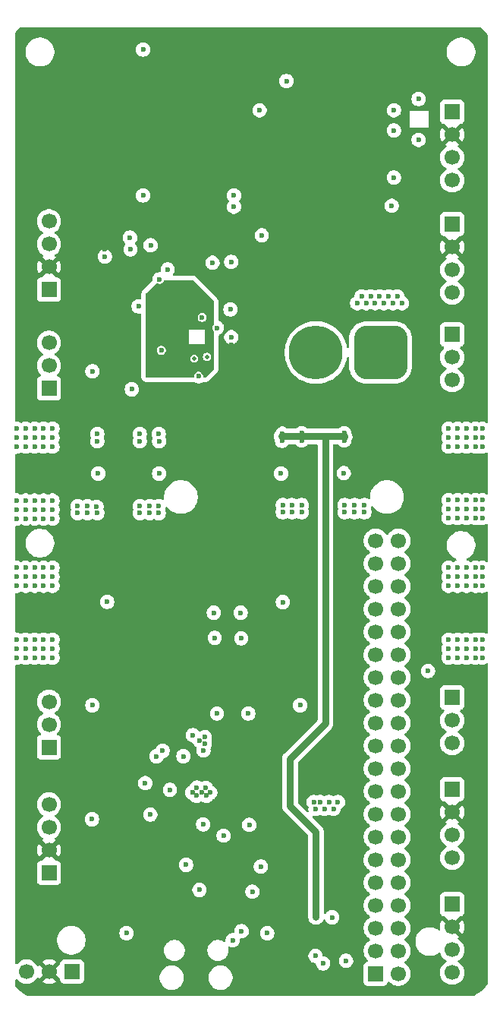
<source format=gbr>
%TF.GenerationSoftware,KiCad,Pcbnew,9.0.2*%
%TF.CreationDate,2025-07-10T20:26:42+02:00*%
%TF.ProjectId,pcb,7063622e-6b69-4636-9164-5f7063625858,rev?*%
%TF.SameCoordinates,Original*%
%TF.FileFunction,Copper,L2,Inr*%
%TF.FilePolarity,Positive*%
%FSLAX46Y46*%
G04 Gerber Fmt 4.6, Leading zero omitted, Abs format (unit mm)*
G04 Created by KiCad (PCBNEW 9.0.2) date 2025-07-10 20:26:42*
%MOMM*%
%LPD*%
G01*
G04 APERTURE LIST*
G04 Aperture macros list*
%AMRoundRect*
0 Rectangle with rounded corners*
0 $1 Rounding radius*
0 $2 $3 $4 $5 $6 $7 $8 $9 X,Y pos of 4 corners*
0 Add a 4 corners polygon primitive as box body*
4,1,4,$2,$3,$4,$5,$6,$7,$8,$9,$2,$3,0*
0 Add four circle primitives for the rounded corners*
1,1,$1+$1,$2,$3*
1,1,$1+$1,$4,$5*
1,1,$1+$1,$6,$7*
1,1,$1+$1,$8,$9*
0 Add four rect primitives between the rounded corners*
20,1,$1+$1,$2,$3,$4,$5,0*
20,1,$1+$1,$4,$5,$6,$7,0*
20,1,$1+$1,$6,$7,$8,$9,0*
20,1,$1+$1,$8,$9,$2,$3,0*%
G04 Aperture macros list end*
%TA.AperFunction,ComponentPad*%
%ADD10R,1.700000X1.700000*%
%TD*%
%TA.AperFunction,ComponentPad*%
%ADD11C,1.700000*%
%TD*%
%TA.AperFunction,ComponentPad*%
%ADD12RoundRect,1.500000X1.500000X1.500000X-1.500000X1.500000X-1.500000X-1.500000X1.500000X-1.500000X0*%
%TD*%
%TA.AperFunction,ComponentPad*%
%ADD13C,6.000000*%
%TD*%
%TA.AperFunction,ViaPad*%
%ADD14C,0.600000*%
%TD*%
%TA.AperFunction,ViaPad*%
%ADD15C,0.500000*%
%TD*%
%TA.AperFunction,Conductor*%
%ADD16C,0.750000*%
%TD*%
G04 APERTURE END LIST*
D10*
%TO.N,GND*%
%TO.C,J706*%
X173000000Y-75190000D03*
D11*
%TO.N,+3.3V*%
X173000000Y-77730000D03*
%TO.N,/Barometer/SDI (SDA)*%
X173000000Y-80270000D03*
%TO.N,/Barometer/SCK (SCL)*%
X173000000Y-82810000D03*
%TD*%
D10*
%TO.N,GND*%
%TO.C,J713*%
X173000000Y-87500000D03*
D11*
%TO.N,unconnected-(J713-Pin_2-Pad2)*%
X173000000Y-90040000D03*
%TO.N,/ESC/SIG2*%
X173000000Y-92580000D03*
%TD*%
D10*
%TO.N,GND*%
%TO.C,J704*%
X128000000Y-82500000D03*
D11*
%TO.N,+3.3V*%
X128000000Y-79960000D03*
%TO.N,/Barometer/SDI (SDA)*%
X128000000Y-77420000D03*
%TO.N,/Barometer/SCK (SCL)*%
X128000000Y-74880000D03*
%TD*%
D10*
%TO.N,GND*%
%TO.C,J708*%
X173000000Y-151000000D03*
D11*
%TO.N,+3.3V*%
X173000000Y-153540000D03*
%TO.N,/Barometer/SDI (SDA)*%
X173000000Y-156080000D03*
%TO.N,/Barometer/SCK (SCL)*%
X173000000Y-158620000D03*
%TD*%
D10*
%TO.N,GND*%
%TO.C,J707*%
X173000000Y-138190000D03*
D11*
%TO.N,+3.3V*%
X173000000Y-140730000D03*
%TO.N,/Barometer/SDI (SDA)*%
X173000000Y-143270000D03*
%TO.N,/Barometer/SCK (SCL)*%
X173000000Y-145810000D03*
%TD*%
D10*
%TO.N,GND*%
%TO.C,J710*%
X128000000Y-93500000D03*
D11*
%TO.N,unconnected-(J710-Pin_2-Pad2)*%
X128000000Y-90960000D03*
%TO.N,/ESC/SIG1*%
X128000000Y-88420000D03*
%TD*%
D10*
%TO.N,GND*%
%TO.C,J717*%
X128000000Y-133500000D03*
D11*
%TO.N,unconnected-(J717-Pin_2-Pad2)*%
X128000000Y-130960000D03*
%TO.N,/ESC/SIG4*%
X128000000Y-128420000D03*
%TD*%
D10*
%TO.N,GND*%
%TO.C,J705*%
X173000000Y-62690000D03*
D11*
%TO.N,+3.3V*%
X173000000Y-65230000D03*
%TO.N,/Barometer/SDI (SDA)*%
X173000000Y-67770000D03*
%TO.N,/Barometer/SCK (SCL)*%
X173000000Y-70310000D03*
%TD*%
D10*
%TO.N,GND*%
%TO.C,J702*%
X130580000Y-158500000D03*
D11*
%TO.N,+3.3V*%
X128040000Y-158500000D03*
%TO.N,Net-(A701-GPIO1)*%
X125500000Y-158500000D03*
%TD*%
D10*
%TO.N,GND*%
%TO.C,J715*%
X173000000Y-127960000D03*
D11*
%TO.N,unconnected-(J715-Pin_2-Pad2)*%
X173000000Y-130500000D03*
%TO.N,/ESC/SIG3*%
X173000000Y-133040000D03*
%TD*%
D10*
%TO.N,GND*%
%TO.C,J709*%
X128000000Y-147500000D03*
D11*
%TO.N,+3.3V*%
X128000000Y-144960000D03*
%TO.N,/Barometer/SDI (SDA)*%
X128000000Y-142420000D03*
%TO.N,/Barometer/SCK (SCL)*%
X128000000Y-139880000D03*
%TD*%
D10*
%TO.N,unconnected-(J701-3V3-Pad1)_1*%
%TO.C,J701*%
X164460000Y-158740000D03*
D11*
%TO.N,+5V*%
X167000000Y-158740000D03*
%TO.N,unconnected-(J701-SDA_I2C1{slash}GPIO02-Pad3)*%
X164460000Y-156200000D03*
%TO.N,+5V*%
X167000000Y-156200000D03*
%TO.N,unconnected-(J701-SCL_I2C1{slash}GPIO03-Pad5)*%
X164460000Y-153660000D03*
%TO.N,GND*%
X167000000Y-153660000D03*
%TO.N,unconnected-(J701-GPCLK0{slash}GPIO04-Pad7)*%
X164460000Y-151120000D03*
%TO.N,/GPS/RXD*%
X167000000Y-151120000D03*
%TO.N,GND*%
X164460000Y-148580000D03*
%TO.N,/GPS/TXD*%
X167000000Y-148580000D03*
%TO.N,/GPS/EXTINT*%
X164460000Y-146040000D03*
%TO.N,unconnected-(J701-GPIO18{slash}SPI1_~{CE0}{slash}PCM_CLK{slash}PWM0-Pad12)*%
X167000000Y-146040000D03*
%TO.N,unconnected-(J701-GPIO27{slash}SDIO_DAT3-Pad13)*%
X164460000Y-143500000D03*
%TO.N,GND*%
X167000000Y-143500000D03*
%TO.N,unconnected-(J701-GPIO22{slash}SDIO_CLK-Pad15)*%
X164460000Y-140960000D03*
%TO.N,unconnected-(J701-GPIO23{slash}SDIO_CMD-Pad16)*%
X167000000Y-140960000D03*
%TO.N,unconnected-(J701-3V3-Pad1)*%
X164460000Y-138420000D03*
%TO.N,unconnected-(J701-GPIO24{slash}SDIO_DAT0-Pad18)*%
X167000000Y-138420000D03*
%TO.N,unconnected-(J701-MOSI_SPI0{slash}GPIO10-Pad19)*%
X164460000Y-135880000D03*
%TO.N,GND*%
X167000000Y-135880000D03*
%TO.N,unconnected-(J701-MISO_SPI0{slash}GPIO09-Pad21)*%
X164460000Y-133340000D03*
%TO.N,unconnected-(J701-GPIO25{slash}SDIO_DAT1-Pad22)*%
X167000000Y-133340000D03*
%TO.N,unconnected-(J701-SCLK_SPI0{slash}GPIO11-Pad23)*%
X164460000Y-130800000D03*
%TO.N,unconnected-(J701-~{CE0}_SPI0{slash}GPIO08-Pad24)*%
X167000000Y-130800000D03*
%TO.N,GND*%
X164460000Y-128260000D03*
%TO.N,unconnected-(J701-~{CE1}_SPI0{slash}GPIO07-Pad26)*%
X167000000Y-128260000D03*
%TO.N,Net-(A701-GPIO17)*%
X164460000Y-125720000D03*
%TO.N,Net-(A701-GPIO16)*%
X167000000Y-125720000D03*
%TO.N,unconnected-(J701-GPCLK1{slash}GPIO05-Pad29)*%
X164460000Y-123180000D03*
%TO.N,GND*%
X167000000Y-123180000D03*
%TO.N,unconnected-(J701-GPCLK2{slash}GPIO06-Pad31)*%
X164460000Y-120640000D03*
%TO.N,unconnected-(J701-GPIO12{slash}PWM0-Pad32)*%
X167000000Y-120640000D03*
%TO.N,unconnected-(J701-GPIO13{slash}PWM1-Pad33)*%
X164460000Y-118100000D03*
%TO.N,GND*%
X167000000Y-118100000D03*
%TO.N,unconnected-(J701-GPIO19{slash}SPI1_MISO{slash}PCM_FS-Pad35)*%
X164460000Y-115560000D03*
%TO.N,unconnected-(J701-GPIO16{slash}SPI1_~{CE2}-Pad36)*%
X167000000Y-115560000D03*
%TO.N,unconnected-(J701-GPIO26{slash}SDIO_DAT2-Pad37)*%
X164460000Y-113020000D03*
%TO.N,unconnected-(J701-GPIO20{slash}SPI1_MOSI{slash}PCM_DIN{slash}PWM1-Pad38)*%
X167000000Y-113020000D03*
%TO.N,GND*%
X164460000Y-110480000D03*
%TO.N,unconnected-(J701-GPIO21{slash}SPI1_SCLK{slash}PCM_DOUT-Pad40)*%
X167000000Y-110480000D03*
%TD*%
D12*
%TO.N,GND*%
%TO.C,BT701*%
X165000000Y-89500000D03*
D13*
%TO.N,+BATT*%
X157800000Y-89500000D03*
%TD*%
D14*
%TO.N,Net-(A701-GPIO26_ADC0)*%
X146750000Y-129750000D03*
%TO.N,/Barometer/SDI (SDA)*%
X148500000Y-155000000D03*
%TO.N,/Barometer/SCK (SCL)*%
X149500000Y-154000000D03*
%TO.N,/aRGB_ws2812b/GPIO (aRGB front)*%
X149400000Y-118500000D03*
%TO.N,+BATT*%
X124400000Y-100000000D03*
X176347000Y-115500000D03*
X172600000Y-114500000D03*
X176347000Y-113500000D03*
X173600000Y-99000000D03*
X175600000Y-100000000D03*
X175600000Y-99000000D03*
X127400000Y-115500000D03*
X173600000Y-114500000D03*
X126400000Y-98000000D03*
X127400000Y-113500000D03*
X173600000Y-115500000D03*
X176347000Y-114500000D03*
X125400000Y-99000000D03*
X128400000Y-98000000D03*
X176347000Y-99000000D03*
X124400000Y-113500000D03*
X124400000Y-99000000D03*
X126400000Y-115500000D03*
X125400000Y-100000000D03*
X172600000Y-115500000D03*
X176347000Y-100000000D03*
X143000000Y-134500000D03*
X141500000Y-138250000D03*
X174600000Y-114500000D03*
X125400000Y-115500000D03*
X172600000Y-98000000D03*
X124400000Y-115500000D03*
X126400000Y-99000000D03*
X176347000Y-98000000D03*
X128400000Y-99000000D03*
X126400000Y-114500000D03*
X173600000Y-100000000D03*
X128400000Y-115500000D03*
X173600000Y-113500000D03*
X127400000Y-114500000D03*
X127400000Y-100000000D03*
X125400000Y-98000000D03*
X126400000Y-113500000D03*
X127400000Y-99000000D03*
X175600000Y-114500000D03*
X128400000Y-113500000D03*
X175600000Y-98000000D03*
X172600000Y-113500000D03*
X174600000Y-113500000D03*
X128400000Y-100000000D03*
X175600000Y-115500000D03*
X174600000Y-115500000D03*
X125400000Y-114500000D03*
X172600000Y-100000000D03*
X127400000Y-98000000D03*
X126400000Y-100000000D03*
X128400000Y-114500000D03*
X172600000Y-99000000D03*
X175600000Y-113500000D03*
X174600000Y-99000000D03*
X124400000Y-114500000D03*
X125400000Y-113500000D03*
X173600000Y-98000000D03*
X174600000Y-98000000D03*
X174600000Y-100000000D03*
X124400000Y-98000000D03*
%TO.N,/aRGB_ws2812b/GPIO (aRGB back)*%
X149457500Y-121361061D03*
%TO.N,+5V*%
X157800000Y-152200000D03*
X156200000Y-99300000D03*
X140300000Y-99400000D03*
X138150000Y-98600000D03*
X157750000Y-156750000D03*
X157800000Y-151200000D03*
X138150000Y-99400000D03*
X156200000Y-98500000D03*
X160950000Y-98500000D03*
X160950000Y-99300000D03*
X150350000Y-142150000D03*
X140250000Y-98600000D03*
X133400000Y-99400000D03*
X158600000Y-157600000D03*
X145211739Y-142088261D03*
X133400000Y-98600000D03*
X154050000Y-98550000D03*
X154000000Y-99350000D03*
%TO.N,GND*%
X144800000Y-149400000D03*
X145400000Y-133100000D03*
X143300000Y-146600000D03*
X158750000Y-140350000D03*
X147500000Y-143350000D03*
X162900000Y-83250000D03*
X176347000Y-122500000D03*
X162400000Y-84000000D03*
X133400000Y-107400000D03*
X148350000Y-87800000D03*
X134250000Y-78800003D03*
X176347000Y-121500000D03*
X165400000Y-84000000D03*
X138500000Y-55750000D03*
X158250000Y-139600000D03*
X126400000Y-107000000D03*
X145550000Y-138900000D03*
X151650000Y-146800000D03*
X175600000Y-106950000D03*
X132300000Y-107400000D03*
X164900000Y-83250000D03*
X140550000Y-89250000D03*
X125400000Y-123500000D03*
X138500000Y-72000000D03*
X169250000Y-65800000D03*
X127400000Y-107000000D03*
X125400000Y-106000000D03*
X146750000Y-86750000D03*
X169250000Y-61250000D03*
X134500000Y-117300000D03*
X154100000Y-106500000D03*
X125400000Y-107000000D03*
X175600000Y-121500000D03*
X173600000Y-123500000D03*
X166400000Y-84000000D03*
X140350000Y-81350000D03*
X144800000Y-132750000D03*
X157750000Y-140350000D03*
X161000000Y-107300000D03*
X176347000Y-123500000D03*
X154500000Y-59250000D03*
X139250000Y-106600000D03*
X148250000Y-84695000D03*
X176347000Y-106950000D03*
X137050000Y-76700000D03*
X126400000Y-108000000D03*
X162100000Y-106500000D03*
X161000000Y-106500000D03*
X172600000Y-106950000D03*
X174600000Y-105950000D03*
X137100000Y-78000000D03*
X126400000Y-106000000D03*
X144500000Y-138000000D03*
X138150000Y-107400000D03*
X150250000Y-129750000D03*
X161150000Y-157300000D03*
X145400000Y-132350000D03*
X164400000Y-84000000D03*
X146000000Y-138550000D03*
X125400000Y-121500000D03*
X124400000Y-123500000D03*
X145096634Y-85597114D03*
X152350000Y-154225000D03*
X124400000Y-106000000D03*
X128400000Y-108000000D03*
X126400000Y-123500000D03*
X163200000Y-107300000D03*
X144450000Y-138900000D03*
X124400000Y-122500000D03*
X172600000Y-123500000D03*
X175600000Y-105950000D03*
X156025000Y-128825000D03*
X132850000Y-128825000D03*
X156200000Y-106500000D03*
X176347000Y-107950000D03*
X151750000Y-76450000D03*
X174600000Y-106950000D03*
X166900000Y-83250000D03*
X163400000Y-84000000D03*
X140682500Y-133900000D03*
X128400000Y-121500000D03*
X154100000Y-107300000D03*
X126400000Y-121500000D03*
X166500000Y-62500000D03*
X125400000Y-108000000D03*
X132800000Y-141525000D03*
X139250000Y-107400000D03*
X145500000Y-138050000D03*
X172600000Y-107950000D03*
X124400000Y-108000000D03*
X124400000Y-107000000D03*
X145250000Y-133850000D03*
X174600000Y-123500000D03*
X165900000Y-83250000D03*
X132850000Y-91600000D03*
X163900000Y-83250000D03*
X174600000Y-121500000D03*
X174600000Y-122500000D03*
X138000000Y-84350000D03*
X167400000Y-84000000D03*
X155100000Y-107300000D03*
X144700000Y-92150000D03*
X144000000Y-138550000D03*
X172600000Y-122500000D03*
X174600000Y-107950000D03*
X172600000Y-105950000D03*
X176347000Y-105950000D03*
X159750000Y-140350000D03*
X175600000Y-122500000D03*
X127400000Y-106000000D03*
X126400000Y-122500000D03*
X154100000Y-117315000D03*
X137250000Y-93600000D03*
X175600000Y-123500000D03*
X148334620Y-79402120D03*
X144067500Y-132150000D03*
X132300000Y-106600000D03*
X127400000Y-121500000D03*
X140250000Y-107400000D03*
X159600000Y-152450000D03*
X159250000Y-139600000D03*
X127400000Y-123500000D03*
X140250000Y-106600000D03*
X128400000Y-106000000D03*
X125400000Y-122500000D03*
X166500000Y-64750000D03*
D15*
X144220187Y-90175935D03*
D14*
X139350000Y-77550000D03*
X160250000Y-139600000D03*
X124400000Y-121500000D03*
D15*
X145619369Y-89970362D03*
D14*
X138150000Y-106600000D03*
X173600000Y-121500000D03*
X150700000Y-149600000D03*
X173600000Y-105950000D03*
X127400000Y-122500000D03*
X173600000Y-106950000D03*
X166500000Y-70000000D03*
X175600000Y-107950000D03*
X128400000Y-107000000D03*
X173600000Y-122500000D03*
X156200000Y-107300000D03*
X127400000Y-108000000D03*
X145050000Y-138550000D03*
X133315380Y-106684620D03*
X162100000Y-107300000D03*
X163200000Y-106500000D03*
X173600000Y-107950000D03*
X131200000Y-107400000D03*
X136650000Y-154225000D03*
X128400000Y-122500000D03*
X138750000Y-137500000D03*
X139305000Y-141000000D03*
X157550000Y-139600000D03*
X131200000Y-106600000D03*
X172600000Y-121500000D03*
X140000000Y-134500000D03*
X151500000Y-62500000D03*
X128400000Y-123500000D03*
X155100000Y-106500000D03*
D15*
%TO.N,+3.3V*%
X155200000Y-148050000D03*
D14*
X151800000Y-75400000D03*
D15*
X155800000Y-148400000D03*
D14*
X140500000Y-78700000D03*
X134250000Y-78000000D03*
X148800000Y-81300000D03*
D15*
X155950000Y-149150000D03*
D14*
X148350000Y-88650003D03*
X139000000Y-94000000D03*
X136500000Y-79100000D03*
X135980000Y-77360000D03*
%TO.N,+1V8*%
X144361926Y-85169670D03*
X143350000Y-91000000D03*
X139150000Y-84300000D03*
X140400000Y-82500000D03*
%TO.N,/IMU/SCL*%
X146250000Y-79500000D03*
%TO.N,/IMU/SDA*%
X141250000Y-80250000D03*
%TO.N,/GPS/EXTINT*%
X166250000Y-73150000D03*
X170300000Y-125000000D03*
%TO.N,/GPS/TXD*%
X148650000Y-72000000D03*
%TO.N,/GPS/RXD*%
X148650000Y-73250000D03*
%TO.N,Net-(J718-Pin_2)*%
X146400000Y-118500000D03*
X140300000Y-103000000D03*
X153900000Y-103000000D03*
%TO.N,Net-(J720-Pin_2)*%
X146500000Y-121300000D03*
X160900000Y-102950000D03*
X133500000Y-103000000D03*
%TD*%
D16*
%TO.N,+5V*%
X160950000Y-98850000D02*
X161000000Y-98900000D01*
X154900000Y-140050000D02*
X157800000Y-142950000D01*
X158850000Y-98850000D02*
X158850000Y-130850000D01*
X158850000Y-130850000D02*
X154900000Y-134800000D01*
X158850000Y-98850000D02*
X153950000Y-98850000D01*
X157800000Y-142950000D02*
X157800000Y-151200000D01*
X158850000Y-98850000D02*
X160950000Y-98850000D01*
X154900000Y-134800000D02*
X154900000Y-140050000D01*
X157800000Y-151200000D02*
X157800000Y-152400000D01*
%TD*%
%TA.AperFunction,Conductor*%
%TO.N,+3.3V*%
G36*
X176185660Y-53269685D02*
G01*
X176192487Y-53274402D01*
X176215165Y-53291221D01*
X176224567Y-53298937D01*
X176470012Y-53521396D01*
X176478603Y-53529987D01*
X176523551Y-53579579D01*
X176701054Y-53775423D01*
X176708774Y-53784829D01*
X176906101Y-54050894D01*
X176912861Y-54061012D01*
X176982358Y-54176961D01*
X177000000Y-54240708D01*
X177000000Y-97241579D01*
X176980315Y-97308618D01*
X176927511Y-97354373D01*
X176858353Y-97364317D01*
X176807109Y-97344681D01*
X176726185Y-97290609D01*
X176726172Y-97290602D01*
X176580501Y-97230264D01*
X176580489Y-97230261D01*
X176425845Y-97199500D01*
X176425842Y-97199500D01*
X176268158Y-97199500D01*
X176268155Y-97199500D01*
X176113511Y-97230260D01*
X176113510Y-97230261D01*
X176113507Y-97230262D01*
X176113503Y-97230263D01*
X176020949Y-97268599D01*
X175951482Y-97276067D01*
X175926055Y-97268601D01*
X175833497Y-97230263D01*
X175833490Y-97230261D01*
X175833489Y-97230261D01*
X175833488Y-97230260D01*
X175678845Y-97199500D01*
X175678842Y-97199500D01*
X175521158Y-97199500D01*
X175521155Y-97199500D01*
X175366510Y-97230261D01*
X175366498Y-97230264D01*
X175220827Y-97290602D01*
X175220814Y-97290609D01*
X175168891Y-97325304D01*
X175102214Y-97346182D01*
X175034833Y-97327698D01*
X175031109Y-97325304D01*
X174979185Y-97290609D01*
X174979172Y-97290602D01*
X174833501Y-97230264D01*
X174833489Y-97230261D01*
X174678845Y-97199500D01*
X174678842Y-97199500D01*
X174521158Y-97199500D01*
X174521155Y-97199500D01*
X174366510Y-97230261D01*
X174366498Y-97230264D01*
X174220827Y-97290602D01*
X174220814Y-97290609D01*
X174168891Y-97325304D01*
X174102214Y-97346182D01*
X174034833Y-97327698D01*
X174031109Y-97325304D01*
X173979185Y-97290609D01*
X173979172Y-97290602D01*
X173833501Y-97230264D01*
X173833489Y-97230261D01*
X173678845Y-97199500D01*
X173678842Y-97199500D01*
X173521158Y-97199500D01*
X173521155Y-97199500D01*
X173366510Y-97230261D01*
X173366498Y-97230264D01*
X173220827Y-97290602D01*
X173220814Y-97290609D01*
X173168891Y-97325304D01*
X173102214Y-97346182D01*
X173034833Y-97327698D01*
X173031109Y-97325304D01*
X172979185Y-97290609D01*
X172979172Y-97290602D01*
X172833501Y-97230264D01*
X172833489Y-97230261D01*
X172678845Y-97199500D01*
X172678842Y-97199500D01*
X172521158Y-97199500D01*
X172521155Y-97199500D01*
X172366510Y-97230261D01*
X172366498Y-97230264D01*
X172220827Y-97290602D01*
X172220814Y-97290609D01*
X172089711Y-97378210D01*
X172089707Y-97378213D01*
X171978213Y-97489707D01*
X171978210Y-97489711D01*
X171890609Y-97620814D01*
X171890602Y-97620827D01*
X171830264Y-97766498D01*
X171830261Y-97766510D01*
X171799500Y-97921153D01*
X171799500Y-98078846D01*
X171830261Y-98233489D01*
X171830264Y-98233501D01*
X171890602Y-98379172D01*
X171890609Y-98379185D01*
X171925304Y-98431109D01*
X171946182Y-98497786D01*
X171927698Y-98565167D01*
X171925304Y-98568891D01*
X171890609Y-98620814D01*
X171890602Y-98620827D01*
X171830264Y-98766498D01*
X171830261Y-98766510D01*
X171799500Y-98921153D01*
X171799500Y-99078846D01*
X171830261Y-99233489D01*
X171830264Y-99233501D01*
X171890602Y-99379172D01*
X171890609Y-99379185D01*
X171925304Y-99431109D01*
X171946182Y-99497786D01*
X171927698Y-99565167D01*
X171925304Y-99568891D01*
X171890609Y-99620814D01*
X171890602Y-99620827D01*
X171830264Y-99766498D01*
X171830261Y-99766510D01*
X171799500Y-99921153D01*
X171799500Y-100078846D01*
X171830261Y-100233489D01*
X171830264Y-100233501D01*
X171890602Y-100379172D01*
X171890609Y-100379185D01*
X171978210Y-100510288D01*
X171978213Y-100510292D01*
X172089707Y-100621786D01*
X172089711Y-100621789D01*
X172220814Y-100709390D01*
X172220827Y-100709397D01*
X172339181Y-100758420D01*
X172366503Y-100769737D01*
X172521153Y-100800499D01*
X172521156Y-100800500D01*
X172521158Y-100800500D01*
X172678844Y-100800500D01*
X172678845Y-100800499D01*
X172833497Y-100769737D01*
X172979179Y-100709394D01*
X173031110Y-100674694D01*
X173097785Y-100653816D01*
X173165165Y-100672300D01*
X173168863Y-100674676D01*
X173220821Y-100709394D01*
X173220823Y-100709395D01*
X173220825Y-100709396D01*
X173339181Y-100758420D01*
X173366503Y-100769737D01*
X173521153Y-100800499D01*
X173521156Y-100800500D01*
X173521158Y-100800500D01*
X173678844Y-100800500D01*
X173678845Y-100800499D01*
X173833497Y-100769737D01*
X173979179Y-100709394D01*
X174031110Y-100674694D01*
X174097785Y-100653816D01*
X174165165Y-100672300D01*
X174168863Y-100674676D01*
X174220821Y-100709394D01*
X174220823Y-100709395D01*
X174220825Y-100709396D01*
X174339181Y-100758420D01*
X174366503Y-100769737D01*
X174521153Y-100800499D01*
X174521156Y-100800500D01*
X174521158Y-100800500D01*
X174678844Y-100800500D01*
X174678845Y-100800499D01*
X174833497Y-100769737D01*
X174979179Y-100709394D01*
X175031110Y-100674694D01*
X175097785Y-100653816D01*
X175165165Y-100672300D01*
X175168863Y-100674676D01*
X175220821Y-100709394D01*
X175220823Y-100709395D01*
X175220825Y-100709396D01*
X175339181Y-100758420D01*
X175366503Y-100769737D01*
X175521153Y-100800499D01*
X175521156Y-100800500D01*
X175521158Y-100800500D01*
X175678844Y-100800500D01*
X175678845Y-100800499D01*
X175833497Y-100769737D01*
X175926049Y-100731400D01*
X175995516Y-100723932D01*
X176020947Y-100731399D01*
X176113503Y-100769737D01*
X176268153Y-100800499D01*
X176268156Y-100800500D01*
X176268158Y-100800500D01*
X176425844Y-100800500D01*
X176425845Y-100800499D01*
X176580497Y-100769737D01*
X176726179Y-100709394D01*
X176807110Y-100655317D01*
X176873786Y-100634440D01*
X176941166Y-100652924D01*
X176987857Y-100704903D01*
X177000000Y-100758420D01*
X177000000Y-105191579D01*
X176980315Y-105258618D01*
X176927511Y-105304373D01*
X176858353Y-105314317D01*
X176807109Y-105294681D01*
X176726185Y-105240609D01*
X176726172Y-105240602D01*
X176580501Y-105180264D01*
X176580489Y-105180261D01*
X176425845Y-105149500D01*
X176425842Y-105149500D01*
X176268158Y-105149500D01*
X176268155Y-105149500D01*
X176113511Y-105180260D01*
X176113510Y-105180261D01*
X176113507Y-105180262D01*
X176113503Y-105180263D01*
X176020949Y-105218599D01*
X175951482Y-105226067D01*
X175926055Y-105218601D01*
X175833497Y-105180263D01*
X175833490Y-105180261D01*
X175833489Y-105180261D01*
X175833488Y-105180260D01*
X175678845Y-105149500D01*
X175678842Y-105149500D01*
X175521158Y-105149500D01*
X175521155Y-105149500D01*
X175366510Y-105180261D01*
X175366498Y-105180264D01*
X175220827Y-105240602D01*
X175220814Y-105240609D01*
X175168891Y-105275304D01*
X175102214Y-105296182D01*
X175034833Y-105277698D01*
X175031109Y-105275304D01*
X174979185Y-105240609D01*
X174979172Y-105240602D01*
X174833501Y-105180264D01*
X174833489Y-105180261D01*
X174678845Y-105149500D01*
X174678842Y-105149500D01*
X174521158Y-105149500D01*
X174521155Y-105149500D01*
X174366510Y-105180261D01*
X174366498Y-105180264D01*
X174220827Y-105240602D01*
X174220814Y-105240609D01*
X174168891Y-105275304D01*
X174102214Y-105296182D01*
X174034833Y-105277698D01*
X174031109Y-105275304D01*
X173979185Y-105240609D01*
X173979172Y-105240602D01*
X173833501Y-105180264D01*
X173833489Y-105180261D01*
X173678845Y-105149500D01*
X173678842Y-105149500D01*
X173521158Y-105149500D01*
X173521155Y-105149500D01*
X173366510Y-105180261D01*
X173366498Y-105180264D01*
X173220827Y-105240602D01*
X173220814Y-105240609D01*
X173168891Y-105275304D01*
X173102214Y-105296182D01*
X173034833Y-105277698D01*
X173031109Y-105275304D01*
X172979185Y-105240609D01*
X172979172Y-105240602D01*
X172833501Y-105180264D01*
X172833489Y-105180261D01*
X172678845Y-105149500D01*
X172678842Y-105149500D01*
X172521158Y-105149500D01*
X172521155Y-105149500D01*
X172366510Y-105180261D01*
X172366498Y-105180264D01*
X172220827Y-105240602D01*
X172220814Y-105240609D01*
X172089711Y-105328210D01*
X172089707Y-105328213D01*
X171978213Y-105439707D01*
X171978210Y-105439711D01*
X171890609Y-105570814D01*
X171890602Y-105570827D01*
X171830264Y-105716498D01*
X171830261Y-105716510D01*
X171799500Y-105871153D01*
X171799500Y-106028846D01*
X171830261Y-106183489D01*
X171830264Y-106183501D01*
X171890602Y-106329172D01*
X171890609Y-106329185D01*
X171925304Y-106381109D01*
X171946182Y-106447786D01*
X171927698Y-106515167D01*
X171925304Y-106518891D01*
X171890609Y-106570814D01*
X171890602Y-106570827D01*
X171830264Y-106716498D01*
X171830261Y-106716510D01*
X171799500Y-106871153D01*
X171799500Y-107028846D01*
X171830261Y-107183489D01*
X171830264Y-107183501D01*
X171890602Y-107329172D01*
X171890609Y-107329185D01*
X171925304Y-107381109D01*
X171946182Y-107447786D01*
X171927698Y-107515167D01*
X171925304Y-107518891D01*
X171890609Y-107570814D01*
X171890602Y-107570827D01*
X171830264Y-107716498D01*
X171830261Y-107716510D01*
X171799500Y-107871153D01*
X171799500Y-108028846D01*
X171830261Y-108183489D01*
X171830264Y-108183501D01*
X171890602Y-108329172D01*
X171890609Y-108329185D01*
X171978210Y-108460288D01*
X171978213Y-108460292D01*
X172089707Y-108571786D01*
X172089711Y-108571789D01*
X172220814Y-108659390D01*
X172220827Y-108659397D01*
X172366498Y-108719735D01*
X172366503Y-108719737D01*
X172521153Y-108750499D01*
X172521156Y-108750500D01*
X172521158Y-108750500D01*
X172678844Y-108750500D01*
X172678845Y-108750499D01*
X172833497Y-108719737D01*
X172979179Y-108659394D01*
X173031110Y-108624694D01*
X173097785Y-108603816D01*
X173165165Y-108622300D01*
X173168863Y-108624676D01*
X173220821Y-108659394D01*
X173220823Y-108659395D01*
X173220825Y-108659396D01*
X173341537Y-108709396D01*
X173366503Y-108719737D01*
X173521153Y-108750499D01*
X173521156Y-108750500D01*
X173521158Y-108750500D01*
X173678844Y-108750500D01*
X173678845Y-108750499D01*
X173833497Y-108719737D01*
X173979179Y-108659394D01*
X174031110Y-108624694D01*
X174097785Y-108603816D01*
X174165165Y-108622300D01*
X174168863Y-108624676D01*
X174220821Y-108659394D01*
X174220823Y-108659395D01*
X174220825Y-108659396D01*
X174341537Y-108709396D01*
X174366503Y-108719737D01*
X174521153Y-108750499D01*
X174521156Y-108750500D01*
X174521158Y-108750500D01*
X174678844Y-108750500D01*
X174678845Y-108750499D01*
X174833497Y-108719737D01*
X174979179Y-108659394D01*
X175031110Y-108624694D01*
X175097785Y-108603816D01*
X175165165Y-108622300D01*
X175168863Y-108624676D01*
X175220821Y-108659394D01*
X175220823Y-108659395D01*
X175220825Y-108659396D01*
X175341537Y-108709396D01*
X175366503Y-108719737D01*
X175521153Y-108750499D01*
X175521156Y-108750500D01*
X175521158Y-108750500D01*
X175678844Y-108750500D01*
X175678845Y-108750499D01*
X175833497Y-108719737D01*
X175926049Y-108681400D01*
X175995516Y-108673932D01*
X176020947Y-108681399D01*
X176113503Y-108719737D01*
X176268153Y-108750499D01*
X176268156Y-108750500D01*
X176268158Y-108750500D01*
X176425844Y-108750500D01*
X176425845Y-108750499D01*
X176580497Y-108719737D01*
X176726179Y-108659394D01*
X176807110Y-108605317D01*
X176873786Y-108584440D01*
X176941166Y-108602924D01*
X176987857Y-108654903D01*
X177000000Y-108708420D01*
X177000000Y-112741579D01*
X176980315Y-112808618D01*
X176927511Y-112854373D01*
X176858353Y-112864317D01*
X176807109Y-112844681D01*
X176726185Y-112790609D01*
X176726172Y-112790602D01*
X176580501Y-112730264D01*
X176580489Y-112730261D01*
X176425845Y-112699500D01*
X176425842Y-112699500D01*
X176268158Y-112699500D01*
X176268155Y-112699500D01*
X176113511Y-112730260D01*
X176113510Y-112730261D01*
X176113507Y-112730262D01*
X176113503Y-112730263D01*
X176020949Y-112768599D01*
X175951482Y-112776067D01*
X175926055Y-112768601D01*
X175833497Y-112730263D01*
X175833490Y-112730261D01*
X175833489Y-112730261D01*
X175833488Y-112730260D01*
X175678845Y-112699500D01*
X175678842Y-112699500D01*
X175521158Y-112699500D01*
X175521155Y-112699500D01*
X175366510Y-112730261D01*
X175366498Y-112730264D01*
X175220827Y-112790602D01*
X175220814Y-112790609D01*
X175168891Y-112825304D01*
X175102214Y-112846182D01*
X175034833Y-112827698D01*
X175031109Y-112825304D01*
X174979185Y-112790609D01*
X174979172Y-112790602D01*
X174833501Y-112730264D01*
X174833491Y-112730261D01*
X174677932Y-112699318D01*
X174616021Y-112666933D01*
X174581447Y-112606217D01*
X174585188Y-112536447D01*
X174626054Y-112479776D01*
X174645825Y-112467218D01*
X174838845Y-112368870D01*
X175042656Y-112220793D01*
X175220793Y-112042656D01*
X175368870Y-111838845D01*
X175483241Y-111614379D01*
X175561090Y-111374785D01*
X175600500Y-111125962D01*
X175600500Y-110874038D01*
X175561090Y-110625215D01*
X175483241Y-110385621D01*
X175483239Y-110385618D01*
X175483239Y-110385616D01*
X175426563Y-110274385D01*
X175368870Y-110161155D01*
X175265116Y-110018349D01*
X175220798Y-109957350D01*
X175220794Y-109957345D01*
X175042654Y-109779205D01*
X175042649Y-109779201D01*
X174838848Y-109631132D01*
X174838847Y-109631131D01*
X174838845Y-109631130D01*
X174768747Y-109595413D01*
X174614383Y-109516760D01*
X174374785Y-109438910D01*
X174125962Y-109399500D01*
X173874038Y-109399500D01*
X173749626Y-109419205D01*
X173625214Y-109438910D01*
X173385616Y-109516760D01*
X173161151Y-109631132D01*
X172957350Y-109779201D01*
X172957345Y-109779205D01*
X172779205Y-109957345D01*
X172779201Y-109957350D01*
X172631132Y-110161151D01*
X172516760Y-110385616D01*
X172438910Y-110625214D01*
X172415886Y-110770581D01*
X172399500Y-110874038D01*
X172399500Y-110921750D01*
X172399500Y-111125962D01*
X172415284Y-111225615D01*
X172438910Y-111374785D01*
X172516760Y-111614383D01*
X172554011Y-111687491D01*
X172622265Y-111821447D01*
X172631132Y-111838848D01*
X172779201Y-112042649D01*
X172779205Y-112042654D01*
X172957345Y-112220794D01*
X172957350Y-112220798D01*
X173081626Y-112311089D01*
X173161155Y-112368870D01*
X173385621Y-112483241D01*
X173397990Y-112487260D01*
X173455666Y-112526694D01*
X173482866Y-112591052D01*
X173470954Y-112659899D01*
X173423712Y-112711376D01*
X173383870Y-112726808D01*
X173366504Y-112730262D01*
X173366498Y-112730264D01*
X173220827Y-112790602D01*
X173220814Y-112790609D01*
X173168891Y-112825304D01*
X173102214Y-112846182D01*
X173034833Y-112827698D01*
X173031109Y-112825304D01*
X172979185Y-112790609D01*
X172979172Y-112790602D01*
X172833501Y-112730264D01*
X172833489Y-112730261D01*
X172678845Y-112699500D01*
X172678842Y-112699500D01*
X172521158Y-112699500D01*
X172521155Y-112699500D01*
X172366510Y-112730261D01*
X172366498Y-112730264D01*
X172220827Y-112790602D01*
X172220814Y-112790609D01*
X172089711Y-112878210D01*
X172089707Y-112878213D01*
X171978213Y-112989707D01*
X171978210Y-112989711D01*
X171890609Y-113120814D01*
X171890602Y-113120827D01*
X171830264Y-113266498D01*
X171830261Y-113266510D01*
X171799500Y-113421153D01*
X171799500Y-113578846D01*
X171830261Y-113733489D01*
X171830264Y-113733501D01*
X171890602Y-113879172D01*
X171890609Y-113879185D01*
X171925304Y-113931109D01*
X171946182Y-113997786D01*
X171927698Y-114065167D01*
X171925304Y-114068891D01*
X171890609Y-114120814D01*
X171890602Y-114120827D01*
X171830264Y-114266498D01*
X171830261Y-114266510D01*
X171799500Y-114421153D01*
X171799500Y-114578846D01*
X171830261Y-114733489D01*
X171830264Y-114733501D01*
X171890602Y-114879172D01*
X171890609Y-114879185D01*
X171925304Y-114931109D01*
X171946182Y-114997786D01*
X171927698Y-115065167D01*
X171925304Y-115068891D01*
X171890609Y-115120814D01*
X171890602Y-115120827D01*
X171830264Y-115266498D01*
X171830261Y-115266510D01*
X171799500Y-115421153D01*
X171799500Y-115578846D01*
X171830261Y-115733489D01*
X171830264Y-115733501D01*
X171890602Y-115879172D01*
X171890609Y-115879185D01*
X171978210Y-116010288D01*
X171978213Y-116010292D01*
X172089707Y-116121786D01*
X172089711Y-116121789D01*
X172220814Y-116209390D01*
X172220827Y-116209397D01*
X172361865Y-116267816D01*
X172366503Y-116269737D01*
X172521153Y-116300499D01*
X172521156Y-116300500D01*
X172521158Y-116300500D01*
X172678844Y-116300500D01*
X172678845Y-116300499D01*
X172833497Y-116269737D01*
X172979179Y-116209394D01*
X173031110Y-116174694D01*
X173097785Y-116153816D01*
X173165165Y-116172300D01*
X173168863Y-116174676D01*
X173220821Y-116209394D01*
X173220823Y-116209395D01*
X173220825Y-116209396D01*
X173361865Y-116267816D01*
X173366503Y-116269737D01*
X173521153Y-116300499D01*
X173521156Y-116300500D01*
X173521158Y-116300500D01*
X173678844Y-116300500D01*
X173678845Y-116300499D01*
X173833497Y-116269737D01*
X173979179Y-116209394D01*
X174031110Y-116174694D01*
X174097785Y-116153816D01*
X174165165Y-116172300D01*
X174168863Y-116174676D01*
X174220821Y-116209394D01*
X174220823Y-116209395D01*
X174220825Y-116209396D01*
X174361865Y-116267816D01*
X174366503Y-116269737D01*
X174521153Y-116300499D01*
X174521156Y-116300500D01*
X174521158Y-116300500D01*
X174678844Y-116300500D01*
X174678845Y-116300499D01*
X174833497Y-116269737D01*
X174979179Y-116209394D01*
X175031110Y-116174694D01*
X175097785Y-116153816D01*
X175165165Y-116172300D01*
X175168863Y-116174676D01*
X175220821Y-116209394D01*
X175220823Y-116209395D01*
X175220825Y-116209396D01*
X175361865Y-116267816D01*
X175366503Y-116269737D01*
X175521153Y-116300499D01*
X175521156Y-116300500D01*
X175521158Y-116300500D01*
X175678844Y-116300500D01*
X175678845Y-116300499D01*
X175833497Y-116269737D01*
X175926049Y-116231400D01*
X175995516Y-116223932D01*
X176020947Y-116231399D01*
X176113503Y-116269737D01*
X176268153Y-116300499D01*
X176268156Y-116300500D01*
X176268158Y-116300500D01*
X176425844Y-116300500D01*
X176425845Y-116300499D01*
X176580497Y-116269737D01*
X176693166Y-116223067D01*
X176726172Y-116209397D01*
X176726172Y-116209396D01*
X176726179Y-116209394D01*
X176807110Y-116155317D01*
X176873786Y-116134440D01*
X176941166Y-116152924D01*
X176987857Y-116204903D01*
X177000000Y-116258420D01*
X177000000Y-120741579D01*
X176980315Y-120808618D01*
X176927511Y-120854373D01*
X176858353Y-120864317D01*
X176807109Y-120844681D01*
X176726185Y-120790609D01*
X176726172Y-120790602D01*
X176580501Y-120730264D01*
X176580489Y-120730261D01*
X176425845Y-120699500D01*
X176425842Y-120699500D01*
X176268158Y-120699500D01*
X176268155Y-120699500D01*
X176113511Y-120730260D01*
X176113510Y-120730261D01*
X176113507Y-120730262D01*
X176113503Y-120730263D01*
X176020949Y-120768599D01*
X175951482Y-120776067D01*
X175926055Y-120768601D01*
X175833497Y-120730263D01*
X175833490Y-120730261D01*
X175833489Y-120730261D01*
X175833488Y-120730260D01*
X175678845Y-120699500D01*
X175678842Y-120699500D01*
X175521158Y-120699500D01*
X175521155Y-120699500D01*
X175366510Y-120730261D01*
X175366498Y-120730264D01*
X175220827Y-120790602D01*
X175220814Y-120790609D01*
X175168891Y-120825304D01*
X175102214Y-120846182D01*
X175034833Y-120827698D01*
X175031109Y-120825304D01*
X174979185Y-120790609D01*
X174979172Y-120790602D01*
X174833501Y-120730264D01*
X174833489Y-120730261D01*
X174678845Y-120699500D01*
X174678842Y-120699500D01*
X174521158Y-120699500D01*
X174521155Y-120699500D01*
X174366510Y-120730261D01*
X174366498Y-120730264D01*
X174220827Y-120790602D01*
X174220814Y-120790609D01*
X174168891Y-120825304D01*
X174102214Y-120846182D01*
X174034833Y-120827698D01*
X174031109Y-120825304D01*
X173979185Y-120790609D01*
X173979172Y-120790602D01*
X173833501Y-120730264D01*
X173833489Y-120730261D01*
X173678845Y-120699500D01*
X173678842Y-120699500D01*
X173521158Y-120699500D01*
X173521155Y-120699500D01*
X173366510Y-120730261D01*
X173366498Y-120730264D01*
X173220827Y-120790602D01*
X173220814Y-120790609D01*
X173168891Y-120825304D01*
X173102214Y-120846182D01*
X173034833Y-120827698D01*
X173031109Y-120825304D01*
X172979185Y-120790609D01*
X172979172Y-120790602D01*
X172833501Y-120730264D01*
X172833489Y-120730261D01*
X172678845Y-120699500D01*
X172678842Y-120699500D01*
X172521158Y-120699500D01*
X172521155Y-120699500D01*
X172366510Y-120730261D01*
X172366498Y-120730264D01*
X172220827Y-120790602D01*
X172220814Y-120790609D01*
X172089711Y-120878210D01*
X172089707Y-120878213D01*
X171978213Y-120989707D01*
X171978210Y-120989711D01*
X171890609Y-121120814D01*
X171890602Y-121120827D01*
X171830264Y-121266498D01*
X171830261Y-121266510D01*
X171799500Y-121421153D01*
X171799500Y-121578846D01*
X171830261Y-121733489D01*
X171830264Y-121733501D01*
X171890602Y-121879172D01*
X171890609Y-121879185D01*
X171925304Y-121931109D01*
X171946182Y-121997786D01*
X171927698Y-122065167D01*
X171925304Y-122068891D01*
X171890609Y-122120814D01*
X171890602Y-122120827D01*
X171830264Y-122266498D01*
X171830261Y-122266510D01*
X171799500Y-122421153D01*
X171799500Y-122578846D01*
X171830261Y-122733489D01*
X171830264Y-122733501D01*
X171890602Y-122879172D01*
X171890609Y-122879185D01*
X171925304Y-122931109D01*
X171946182Y-122997786D01*
X171927698Y-123065167D01*
X171925304Y-123068891D01*
X171890609Y-123120814D01*
X171890602Y-123120827D01*
X171830264Y-123266498D01*
X171830261Y-123266510D01*
X171799500Y-123421153D01*
X171799500Y-123578846D01*
X171830261Y-123733489D01*
X171830264Y-123733501D01*
X171890602Y-123879172D01*
X171890609Y-123879185D01*
X171978210Y-124010288D01*
X171978213Y-124010292D01*
X172089707Y-124121786D01*
X172089711Y-124121789D01*
X172220814Y-124209390D01*
X172220827Y-124209397D01*
X172339181Y-124258420D01*
X172366503Y-124269737D01*
X172521153Y-124300499D01*
X172521156Y-124300500D01*
X172521158Y-124300500D01*
X172678844Y-124300500D01*
X172678845Y-124300499D01*
X172833497Y-124269737D01*
X172979179Y-124209394D01*
X173031110Y-124174694D01*
X173097785Y-124153816D01*
X173165165Y-124172300D01*
X173168863Y-124174676D01*
X173220821Y-124209394D01*
X173220823Y-124209395D01*
X173220825Y-124209396D01*
X173339181Y-124258420D01*
X173366503Y-124269737D01*
X173521153Y-124300499D01*
X173521156Y-124300500D01*
X173521158Y-124300500D01*
X173678844Y-124300500D01*
X173678845Y-124300499D01*
X173833497Y-124269737D01*
X173979179Y-124209394D01*
X174031110Y-124174694D01*
X174097785Y-124153816D01*
X174165165Y-124172300D01*
X174168863Y-124174676D01*
X174220821Y-124209394D01*
X174220823Y-124209395D01*
X174220825Y-124209396D01*
X174339181Y-124258420D01*
X174366503Y-124269737D01*
X174521153Y-124300499D01*
X174521156Y-124300500D01*
X174521158Y-124300500D01*
X174678844Y-124300500D01*
X174678845Y-124300499D01*
X174833497Y-124269737D01*
X174979179Y-124209394D01*
X175031110Y-124174694D01*
X175097785Y-124153816D01*
X175165165Y-124172300D01*
X175168863Y-124174676D01*
X175220821Y-124209394D01*
X175220823Y-124209395D01*
X175220825Y-124209396D01*
X175339181Y-124258420D01*
X175366503Y-124269737D01*
X175521153Y-124300499D01*
X175521156Y-124300500D01*
X175521158Y-124300500D01*
X175678844Y-124300500D01*
X175678845Y-124300499D01*
X175833497Y-124269737D01*
X175926049Y-124231400D01*
X175995516Y-124223932D01*
X176020947Y-124231399D01*
X176113503Y-124269737D01*
X176268153Y-124300499D01*
X176268156Y-124300500D01*
X176268158Y-124300500D01*
X176425844Y-124300500D01*
X176425845Y-124300499D01*
X176580497Y-124269737D01*
X176726179Y-124209394D01*
X176807110Y-124155317D01*
X176873786Y-124134440D01*
X176941166Y-124152924D01*
X176987857Y-124204903D01*
X177000000Y-124258420D01*
X177000000Y-159759292D01*
X176995538Y-159775412D01*
X176996010Y-159790494D01*
X176982358Y-159823041D01*
X176912862Y-159938988D01*
X176906102Y-159949106D01*
X176708775Y-160215170D01*
X176701055Y-160224576D01*
X176478611Y-160470006D01*
X176470006Y-160478611D01*
X176224577Y-160701055D01*
X176215171Y-160708775D01*
X175949106Y-160906102D01*
X175938988Y-160912862D01*
X175654883Y-161083148D01*
X175644151Y-161088885D01*
X175344708Y-161230511D01*
X175333467Y-161235167D01*
X175312272Y-161242751D01*
X175270496Y-161250000D01*
X125729505Y-161250000D01*
X125687732Y-161242752D01*
X125666532Y-161235166D01*
X125655301Y-161230514D01*
X125355844Y-161088882D01*
X125345118Y-161083148D01*
X125142498Y-160961702D01*
X125061011Y-160912861D01*
X125050893Y-160906101D01*
X124784829Y-160708774D01*
X124775423Y-160701054D01*
X124736475Y-160665754D01*
X124529986Y-160478603D01*
X124521395Y-160470012D01*
X124298936Y-160224566D01*
X124291218Y-160215161D01*
X124274400Y-160192483D01*
X124250277Y-160126910D01*
X124250000Y-160118620D01*
X124250000Y-159458444D01*
X124269685Y-159391405D01*
X124322489Y-159345650D01*
X124391647Y-159335706D01*
X124455203Y-159364731D01*
X124468284Y-159377905D01*
X124469895Y-159379791D01*
X124620213Y-159530109D01*
X124792179Y-159655048D01*
X124792181Y-159655049D01*
X124792184Y-159655051D01*
X124981588Y-159751557D01*
X125183757Y-159817246D01*
X125393713Y-159850500D01*
X125393714Y-159850500D01*
X125606286Y-159850500D01*
X125606287Y-159850500D01*
X125816243Y-159817246D01*
X126018412Y-159751557D01*
X126207816Y-159655051D01*
X126256346Y-159619792D01*
X126379786Y-159530109D01*
X126379788Y-159530106D01*
X126379792Y-159530104D01*
X126530104Y-159379792D01*
X126530106Y-159379788D01*
X126530109Y-159379786D01*
X126601672Y-159281286D01*
X126655051Y-159207816D01*
X126659793Y-159198508D01*
X126707763Y-159147711D01*
X126775583Y-159130911D01*
X126841719Y-159153445D01*
X126880763Y-159198500D01*
X126885373Y-159207547D01*
X126924728Y-159261716D01*
X127557037Y-158629408D01*
X127574075Y-158692993D01*
X127639901Y-158807007D01*
X127732993Y-158900099D01*
X127847007Y-158965925D01*
X127910590Y-158982962D01*
X127278282Y-159615269D01*
X127278282Y-159615270D01*
X127332449Y-159654624D01*
X127521782Y-159751095D01*
X127723870Y-159816757D01*
X127933754Y-159850000D01*
X128146246Y-159850000D01*
X128356127Y-159816757D01*
X128356130Y-159816757D01*
X128558217Y-159751095D01*
X128747554Y-159654622D01*
X128801716Y-159615270D01*
X128801717Y-159615270D01*
X128169408Y-158982962D01*
X128232993Y-158965925D01*
X128347007Y-158900099D01*
X128440099Y-158807007D01*
X128505925Y-158692993D01*
X128522962Y-158629408D01*
X129193181Y-159299628D01*
X129226666Y-159360951D01*
X129229500Y-159387300D01*
X129229500Y-159397865D01*
X129229501Y-159397876D01*
X129235908Y-159457483D01*
X129286202Y-159592328D01*
X129286206Y-159592335D01*
X129372452Y-159707544D01*
X129372455Y-159707547D01*
X129487664Y-159793793D01*
X129487671Y-159793797D01*
X129622517Y-159844091D01*
X129622516Y-159844091D01*
X129629444Y-159844835D01*
X129682127Y-159850500D01*
X131477872Y-159850499D01*
X131537483Y-159844091D01*
X131672331Y-159793796D01*
X131787546Y-159707546D01*
X131873796Y-159592331D01*
X131924091Y-159457483D01*
X131930500Y-159397873D01*
X131930500Y-159068713D01*
X140349500Y-159068713D01*
X140349500Y-159281286D01*
X140381025Y-159480330D01*
X140382754Y-159491243D01*
X140435839Y-159654622D01*
X140448444Y-159693414D01*
X140544951Y-159882820D01*
X140669890Y-160054786D01*
X140820213Y-160205109D01*
X140992179Y-160330048D01*
X140992181Y-160330049D01*
X140992184Y-160330051D01*
X141181588Y-160426557D01*
X141383757Y-160492246D01*
X141593713Y-160525500D01*
X141593714Y-160525500D01*
X141806286Y-160525500D01*
X141806287Y-160525500D01*
X142016243Y-160492246D01*
X142218412Y-160426557D01*
X142407816Y-160330051D01*
X142429789Y-160314086D01*
X142579786Y-160205109D01*
X142579788Y-160205106D01*
X142579792Y-160205104D01*
X142730104Y-160054792D01*
X142730106Y-160054788D01*
X142730109Y-160054786D01*
X142855048Y-159882820D01*
X142855047Y-159882820D01*
X142855051Y-159882816D01*
X142951557Y-159693412D01*
X143017246Y-159491243D01*
X143050500Y-159281287D01*
X143050500Y-159068713D01*
X145799500Y-159068713D01*
X145799500Y-159281286D01*
X145831025Y-159480330D01*
X145832754Y-159491243D01*
X145885839Y-159654622D01*
X145898444Y-159693414D01*
X145994951Y-159882820D01*
X146119890Y-160054786D01*
X146270213Y-160205109D01*
X146442179Y-160330048D01*
X146442181Y-160330049D01*
X146442184Y-160330051D01*
X146631588Y-160426557D01*
X146833757Y-160492246D01*
X147043713Y-160525500D01*
X147043714Y-160525500D01*
X147256286Y-160525500D01*
X147256287Y-160525500D01*
X147466243Y-160492246D01*
X147668412Y-160426557D01*
X147857816Y-160330051D01*
X147879789Y-160314086D01*
X148029786Y-160205109D01*
X148029788Y-160205106D01*
X148029792Y-160205104D01*
X148180104Y-160054792D01*
X148180106Y-160054788D01*
X148180109Y-160054786D01*
X148305048Y-159882820D01*
X148305047Y-159882820D01*
X148305051Y-159882816D01*
X148401557Y-159693412D01*
X148467246Y-159491243D01*
X148500500Y-159281287D01*
X148500500Y-159068713D01*
X148467246Y-158858757D01*
X148401557Y-158656588D01*
X148305051Y-158467184D01*
X148305049Y-158467181D01*
X148305048Y-158467179D01*
X148180109Y-158295213D01*
X148029786Y-158144890D01*
X147857820Y-158019951D01*
X147668414Y-157923444D01*
X147668413Y-157923443D01*
X147668412Y-157923443D01*
X147466243Y-157857754D01*
X147466241Y-157857753D01*
X147466240Y-157857753D01*
X147304957Y-157832208D01*
X147256287Y-157824500D01*
X147043713Y-157824500D01*
X146995042Y-157832208D01*
X146833760Y-157857753D01*
X146833757Y-157857754D01*
X146636679Y-157921789D01*
X146631585Y-157923444D01*
X146442179Y-158019951D01*
X146270213Y-158144890D01*
X146119890Y-158295213D01*
X145994951Y-158467179D01*
X145898444Y-158656585D01*
X145832753Y-158858760D01*
X145799500Y-159068713D01*
X143050500Y-159068713D01*
X143017246Y-158858757D01*
X142951557Y-158656588D01*
X142855051Y-158467184D01*
X142855049Y-158467181D01*
X142855048Y-158467179D01*
X142730109Y-158295213D01*
X142579786Y-158144890D01*
X142407820Y-158019951D01*
X142218414Y-157923444D01*
X142218413Y-157923443D01*
X142218412Y-157923443D01*
X142016243Y-157857754D01*
X142016241Y-157857753D01*
X142016240Y-157857753D01*
X141854957Y-157832208D01*
X141806287Y-157824500D01*
X141593713Y-157824500D01*
X141545042Y-157832208D01*
X141383760Y-157857753D01*
X141383757Y-157857754D01*
X141186679Y-157921789D01*
X141181585Y-157923444D01*
X140992179Y-158019951D01*
X140820213Y-158144890D01*
X140669890Y-158295213D01*
X140544951Y-158467179D01*
X140448444Y-158656585D01*
X140382753Y-158858760D01*
X140349500Y-159068713D01*
X131930500Y-159068713D01*
X131930499Y-158500000D01*
X131930499Y-157602129D01*
X131930498Y-157602123D01*
X131930497Y-157602116D01*
X131924091Y-157542517D01*
X131923732Y-157541555D01*
X131873797Y-157407671D01*
X131873793Y-157407664D01*
X131787547Y-157292455D01*
X131787544Y-157292452D01*
X131672335Y-157206206D01*
X131672328Y-157206202D01*
X131537482Y-157155908D01*
X131537483Y-157155908D01*
X131477883Y-157149501D01*
X131477881Y-157149500D01*
X131477873Y-157149500D01*
X131477864Y-157149500D01*
X129682129Y-157149500D01*
X129682123Y-157149501D01*
X129622516Y-157155908D01*
X129487671Y-157206202D01*
X129487664Y-157206206D01*
X129372455Y-157292452D01*
X129372452Y-157292455D01*
X129286206Y-157407664D01*
X129286202Y-157407671D01*
X129235908Y-157542517D01*
X129230815Y-157589896D01*
X129229501Y-157602123D01*
X129229500Y-157602135D01*
X129229500Y-157612690D01*
X129209815Y-157679729D01*
X129193181Y-157700371D01*
X128522962Y-158370590D01*
X128505925Y-158307007D01*
X128440099Y-158192993D01*
X128347007Y-158099901D01*
X128232993Y-158034075D01*
X128169409Y-158017037D01*
X128801716Y-157384728D01*
X128747550Y-157345375D01*
X128558217Y-157248904D01*
X128356129Y-157183242D01*
X128146246Y-157150000D01*
X127933754Y-157150000D01*
X127723872Y-157183242D01*
X127723869Y-157183242D01*
X127521782Y-157248904D01*
X127332439Y-157345380D01*
X127278282Y-157384727D01*
X127278282Y-157384728D01*
X127910591Y-158017037D01*
X127847007Y-158034075D01*
X127732993Y-158099901D01*
X127639901Y-158192993D01*
X127574075Y-158307007D01*
X127557037Y-158370591D01*
X126924728Y-157738282D01*
X126924727Y-157738282D01*
X126885380Y-157792440D01*
X126885376Y-157792446D01*
X126880760Y-157801505D01*
X126832781Y-157852297D01*
X126764959Y-157869087D01*
X126698826Y-157846543D01*
X126659794Y-157801493D01*
X126655051Y-157792184D01*
X126655049Y-157792181D01*
X126655048Y-157792179D01*
X126530109Y-157620213D01*
X126379786Y-157469890D01*
X126207820Y-157344951D01*
X126018414Y-157248444D01*
X126018413Y-157248443D01*
X126018412Y-157248443D01*
X125816243Y-157182754D01*
X125816241Y-157182753D01*
X125816240Y-157182753D01*
X125654957Y-157157208D01*
X125606287Y-157149500D01*
X125393713Y-157149500D01*
X125345042Y-157157208D01*
X125183760Y-157182753D01*
X124981585Y-157248444D01*
X124792179Y-157344951D01*
X124620213Y-157469890D01*
X124469889Y-157620214D01*
X124468276Y-157622103D01*
X124467484Y-157622619D01*
X124466451Y-157623653D01*
X124466233Y-157623435D01*
X124409763Y-157660286D01*
X124339895Y-157660773D01*
X124280855Y-157623409D01*
X124251388Y-157560057D01*
X124250000Y-157541555D01*
X124250000Y-154874038D01*
X128899500Y-154874038D01*
X128899500Y-155125961D01*
X128938910Y-155374785D01*
X129016760Y-155614383D01*
X129131132Y-155838848D01*
X129279201Y-156042649D01*
X129279205Y-156042654D01*
X129457345Y-156220794D01*
X129457350Y-156220798D01*
X129635117Y-156349952D01*
X129661155Y-156368870D01*
X129804184Y-156441747D01*
X129885616Y-156483239D01*
X129885618Y-156483239D01*
X129885621Y-156483241D01*
X130125215Y-156561090D01*
X130374038Y-156600500D01*
X130374039Y-156600500D01*
X130625961Y-156600500D01*
X130625962Y-156600500D01*
X130874785Y-156561090D01*
X131114379Y-156483241D01*
X131338845Y-156368870D01*
X131542656Y-156220793D01*
X131710963Y-156052486D01*
X140824500Y-156052486D01*
X140824500Y-156237513D01*
X140853445Y-156420265D01*
X140910619Y-156596232D01*
X140910620Y-156596235D01*
X140972873Y-156718412D01*
X140994622Y-156761096D01*
X141103379Y-156910787D01*
X141234213Y-157041621D01*
X141383904Y-157150378D01*
X141448403Y-157183242D01*
X141548764Y-157234379D01*
X141548767Y-157234380D01*
X141611150Y-157254649D01*
X141724736Y-157291555D01*
X141907486Y-157320500D01*
X141907487Y-157320500D01*
X142092513Y-157320500D01*
X142092514Y-157320500D01*
X142275264Y-157291555D01*
X142451235Y-157234379D01*
X142616096Y-157150378D01*
X142765787Y-157041621D01*
X142896621Y-156910787D01*
X143005378Y-156761096D01*
X143089379Y-156596235D01*
X143146555Y-156420264D01*
X143175500Y-156237514D01*
X143175500Y-156052486D01*
X145674500Y-156052486D01*
X145674500Y-156237513D01*
X145703445Y-156420265D01*
X145760619Y-156596232D01*
X145760620Y-156596235D01*
X145822873Y-156718412D01*
X145844622Y-156761096D01*
X145953379Y-156910787D01*
X146084213Y-157041621D01*
X146233904Y-157150378D01*
X146298403Y-157183242D01*
X146398764Y-157234379D01*
X146398767Y-157234380D01*
X146461150Y-157254649D01*
X146574736Y-157291555D01*
X146757486Y-157320500D01*
X146757487Y-157320500D01*
X146942513Y-157320500D01*
X146942514Y-157320500D01*
X147125264Y-157291555D01*
X147301235Y-157234379D01*
X147466096Y-157150378D01*
X147615787Y-157041621D01*
X147746621Y-156910787D01*
X147855378Y-156761096D01*
X147901206Y-156671153D01*
X156949500Y-156671153D01*
X156949500Y-156828846D01*
X156980261Y-156983489D01*
X156980264Y-156983501D01*
X157040602Y-157129172D01*
X157040609Y-157129185D01*
X157128210Y-157260288D01*
X157128213Y-157260292D01*
X157239707Y-157371786D01*
X157239711Y-157371789D01*
X157370814Y-157459390D01*
X157370827Y-157459397D01*
X157467646Y-157499500D01*
X157516503Y-157519737D01*
X157671153Y-157550499D01*
X157671156Y-157550500D01*
X157671158Y-157550500D01*
X157675500Y-157550500D01*
X157742539Y-157570185D01*
X157788294Y-157622989D01*
X157799500Y-157674500D01*
X157799500Y-157678846D01*
X157830261Y-157833489D01*
X157830264Y-157833501D01*
X157890602Y-157979172D01*
X157890609Y-157979185D01*
X157978210Y-158110288D01*
X157978213Y-158110292D01*
X158089707Y-158221786D01*
X158089711Y-158221789D01*
X158220814Y-158309390D01*
X158220827Y-158309397D01*
X158301980Y-158343011D01*
X158366503Y-158369737D01*
X158487038Y-158393713D01*
X158521153Y-158400499D01*
X158521156Y-158400500D01*
X158521158Y-158400500D01*
X158678844Y-158400500D01*
X158678845Y-158400499D01*
X158833497Y-158369737D01*
X158979179Y-158309394D01*
X159110289Y-158221789D01*
X159221789Y-158110289D01*
X159309394Y-157979179D01*
X159369737Y-157833497D01*
X159400500Y-157678842D01*
X159400500Y-157521158D01*
X159400500Y-157521155D01*
X159400499Y-157521153D01*
X159396192Y-157499500D01*
X159369737Y-157366503D01*
X159365102Y-157355312D01*
X159326666Y-157262518D01*
X159309532Y-157221153D01*
X160349500Y-157221153D01*
X160349500Y-157378846D01*
X160380261Y-157533489D01*
X160380264Y-157533501D01*
X160440602Y-157679172D01*
X160440609Y-157679185D01*
X160528210Y-157810288D01*
X160528213Y-157810292D01*
X160639707Y-157921786D01*
X160639711Y-157921789D01*
X160770814Y-158009390D01*
X160770827Y-158009397D01*
X160916498Y-158069735D01*
X160916503Y-158069737D01*
X161067614Y-158099795D01*
X161071153Y-158100499D01*
X161071156Y-158100500D01*
X161071158Y-158100500D01*
X161228844Y-158100500D01*
X161228845Y-158100499D01*
X161383497Y-158069737D01*
X161529179Y-158009394D01*
X161660289Y-157921789D01*
X161771789Y-157810289D01*
X161859394Y-157679179D01*
X161919737Y-157533497D01*
X161950500Y-157378842D01*
X161950500Y-157221158D01*
X161950500Y-157221155D01*
X161950499Y-157221153D01*
X161932204Y-157129179D01*
X161919737Y-157066503D01*
X161909431Y-157041621D01*
X161859397Y-156920827D01*
X161859390Y-156920814D01*
X161771789Y-156789711D01*
X161771786Y-156789707D01*
X161660292Y-156678213D01*
X161660288Y-156678210D01*
X161529185Y-156590609D01*
X161529172Y-156590602D01*
X161383501Y-156530264D01*
X161383489Y-156530261D01*
X161228845Y-156499500D01*
X161228842Y-156499500D01*
X161071158Y-156499500D01*
X161071155Y-156499500D01*
X160916510Y-156530261D01*
X160916498Y-156530264D01*
X160770827Y-156590602D01*
X160770814Y-156590609D01*
X160639711Y-156678210D01*
X160639707Y-156678213D01*
X160528213Y-156789707D01*
X160528210Y-156789711D01*
X160440609Y-156920814D01*
X160440602Y-156920827D01*
X160380264Y-157066498D01*
X160380261Y-157066510D01*
X160349500Y-157221153D01*
X159309532Y-157221153D01*
X159309395Y-157220823D01*
X159309390Y-157220814D01*
X159221789Y-157089711D01*
X159221786Y-157089707D01*
X159110292Y-156978213D01*
X159110288Y-156978210D01*
X158979185Y-156890609D01*
X158979172Y-156890602D01*
X158833501Y-156830264D01*
X158833489Y-156830261D01*
X158678845Y-156799500D01*
X158678842Y-156799500D01*
X158674500Y-156799500D01*
X158607461Y-156779815D01*
X158561706Y-156727011D01*
X158550500Y-156675500D01*
X158550500Y-156671155D01*
X158550499Y-156671153D01*
X158535596Y-156596232D01*
X158519737Y-156516503D01*
X158494520Y-156455623D01*
X158459397Y-156370827D01*
X158459390Y-156370814D01*
X158371789Y-156239711D01*
X158371786Y-156239707D01*
X158260292Y-156128213D01*
X158260288Y-156128210D01*
X158129185Y-156040609D01*
X158129172Y-156040602D01*
X157983501Y-155980264D01*
X157983489Y-155980261D01*
X157828845Y-155949500D01*
X157828842Y-155949500D01*
X157671158Y-155949500D01*
X157671155Y-155949500D01*
X157516510Y-155980261D01*
X157516498Y-155980264D01*
X157370827Y-156040602D01*
X157370814Y-156040609D01*
X157239711Y-156128210D01*
X157239707Y-156128213D01*
X157128213Y-156239707D01*
X157128210Y-156239711D01*
X157040609Y-156370814D01*
X157040602Y-156370827D01*
X156980264Y-156516498D01*
X156980261Y-156516510D01*
X156949500Y-156671153D01*
X147901206Y-156671153D01*
X147910015Y-156653864D01*
X147932992Y-156608771D01*
X147932992Y-156608770D01*
X147937206Y-156600500D01*
X147939379Y-156596235D01*
X147996555Y-156420264D01*
X148025500Y-156237514D01*
X148025500Y-156052486D01*
X148013184Y-155974729D01*
X147995793Y-155864924D01*
X147997222Y-155864697D01*
X148000390Y-155801388D01*
X148041053Y-155744571D01*
X148105979Y-155718757D01*
X148164923Y-155727661D01*
X148266503Y-155769737D01*
X148421153Y-155800499D01*
X148421156Y-155800500D01*
X148421158Y-155800500D01*
X148578844Y-155800500D01*
X148578845Y-155800499D01*
X148733497Y-155769737D01*
X148879179Y-155709394D01*
X149010289Y-155621789D01*
X149121789Y-155510289D01*
X149209394Y-155379179D01*
X149212294Y-155372179D01*
X149233820Y-155320208D01*
X149269737Y-155233497D01*
X149300500Y-155078842D01*
X149300500Y-154924500D01*
X149320185Y-154857461D01*
X149372989Y-154811706D01*
X149424500Y-154800500D01*
X149578844Y-154800500D01*
X149578845Y-154800499D01*
X149733497Y-154769737D01*
X149879179Y-154709394D01*
X150010289Y-154621789D01*
X150121789Y-154510289D01*
X150209394Y-154379179D01*
X150269737Y-154233497D01*
X150287111Y-154146153D01*
X151549500Y-154146153D01*
X151549500Y-154303846D01*
X151580261Y-154458489D01*
X151580264Y-154458501D01*
X151640602Y-154604172D01*
X151640609Y-154604185D01*
X151728210Y-154735288D01*
X151728213Y-154735292D01*
X151839707Y-154846786D01*
X151839711Y-154846789D01*
X151970814Y-154934390D01*
X151970827Y-154934397D01*
X152090697Y-154984048D01*
X152116503Y-154994737D01*
X152263808Y-155024038D01*
X152271153Y-155025499D01*
X152271156Y-155025500D01*
X152271158Y-155025500D01*
X152428844Y-155025500D01*
X152428845Y-155025499D01*
X152583497Y-154994737D01*
X152729179Y-154934394D01*
X152860289Y-154846789D01*
X152971789Y-154735289D01*
X153059394Y-154604179D01*
X153119737Y-154458497D01*
X153150500Y-154303842D01*
X153150500Y-154146158D01*
X153150500Y-154146155D01*
X153150499Y-154146153D01*
X153144476Y-154115874D01*
X153119737Y-153991503D01*
X153113416Y-153976243D01*
X153059397Y-153845827D01*
X153059390Y-153845814D01*
X152971789Y-153714711D01*
X152971786Y-153714707D01*
X152860292Y-153603213D01*
X152860288Y-153603210D01*
X152729185Y-153515609D01*
X152729172Y-153515602D01*
X152583501Y-153455264D01*
X152583489Y-153455261D01*
X152428845Y-153424500D01*
X152428842Y-153424500D01*
X152271158Y-153424500D01*
X152271155Y-153424500D01*
X152116510Y-153455261D01*
X152116498Y-153455264D01*
X151970827Y-153515602D01*
X151970814Y-153515609D01*
X151839711Y-153603210D01*
X151839707Y-153603213D01*
X151728213Y-153714707D01*
X151728210Y-153714711D01*
X151640609Y-153845814D01*
X151640602Y-153845827D01*
X151580264Y-153991498D01*
X151580261Y-153991510D01*
X151549500Y-154146153D01*
X150287111Y-154146153D01*
X150293134Y-154115874D01*
X150300500Y-154078844D01*
X150300500Y-153921155D01*
X150300499Y-153921153D01*
X150285750Y-153847007D01*
X150269737Y-153766503D01*
X150248283Y-153714707D01*
X150209397Y-153620827D01*
X150209390Y-153620814D01*
X150121789Y-153489711D01*
X150121786Y-153489707D01*
X150010292Y-153378213D01*
X150010288Y-153378210D01*
X149879185Y-153290609D01*
X149879172Y-153290602D01*
X149733501Y-153230264D01*
X149733489Y-153230261D01*
X149578845Y-153199500D01*
X149578842Y-153199500D01*
X149421158Y-153199500D01*
X149421155Y-153199500D01*
X149266510Y-153230261D01*
X149266498Y-153230264D01*
X149120827Y-153290602D01*
X149120814Y-153290609D01*
X148989711Y-153378210D01*
X148989707Y-153378213D01*
X148878213Y-153489707D01*
X148878210Y-153489711D01*
X148790609Y-153620814D01*
X148790602Y-153620827D01*
X148730264Y-153766498D01*
X148730261Y-153766510D01*
X148699500Y-153921153D01*
X148699500Y-154075500D01*
X148679815Y-154142539D01*
X148627011Y-154188294D01*
X148575500Y-154199500D01*
X148421155Y-154199500D01*
X148266510Y-154230261D01*
X148266498Y-154230264D01*
X148120827Y-154290602D01*
X148120814Y-154290609D01*
X147989711Y-154378210D01*
X147989707Y-154378213D01*
X147878213Y-154489707D01*
X147878210Y-154489711D01*
X147790609Y-154620814D01*
X147790602Y-154620827D01*
X147730264Y-154766498D01*
X147730261Y-154766510D01*
X147699500Y-154921153D01*
X147699500Y-155065836D01*
X147679815Y-155132875D01*
X147627011Y-155178630D01*
X147557853Y-155188574D01*
X147502614Y-155166154D01*
X147466096Y-155139622D01*
X147301235Y-155055620D01*
X147301232Y-155055619D01*
X147125265Y-154998445D01*
X146991451Y-154977251D01*
X146942514Y-154969500D01*
X146757486Y-154969500D01*
X146708549Y-154977251D01*
X146574734Y-154998445D01*
X146398767Y-155055619D01*
X146398764Y-155055620D01*
X146233903Y-155139622D01*
X146192238Y-155169894D01*
X146084213Y-155248379D01*
X146084211Y-155248381D01*
X146084210Y-155248381D01*
X145953381Y-155379210D01*
X145953381Y-155379211D01*
X145953379Y-155379213D01*
X145906672Y-155443499D01*
X145844622Y-155528903D01*
X145760620Y-155693764D01*
X145760619Y-155693767D01*
X145703445Y-155869734D01*
X145674500Y-156052486D01*
X143175500Y-156052486D01*
X143146555Y-155869736D01*
X143100393Y-155727662D01*
X143089380Y-155693767D01*
X143089379Y-155693764D01*
X143038735Y-155594371D01*
X143005378Y-155528904D01*
X142896621Y-155379213D01*
X142765787Y-155248379D01*
X142616096Y-155139622D01*
X142578012Y-155120217D01*
X142451235Y-155055620D01*
X142451232Y-155055619D01*
X142275265Y-154998445D01*
X142141451Y-154977251D01*
X142092514Y-154969500D01*
X141907486Y-154969500D01*
X141858549Y-154977251D01*
X141724734Y-154998445D01*
X141548767Y-155055619D01*
X141548764Y-155055620D01*
X141383903Y-155139622D01*
X141342238Y-155169894D01*
X141234213Y-155248379D01*
X141234211Y-155248381D01*
X141234210Y-155248381D01*
X141103381Y-155379210D01*
X141103381Y-155379211D01*
X141103379Y-155379213D01*
X141056672Y-155443499D01*
X140994622Y-155528903D01*
X140910620Y-155693764D01*
X140910619Y-155693767D01*
X140853445Y-155869734D01*
X140824500Y-156052486D01*
X131710963Y-156052486D01*
X131720793Y-156042656D01*
X131723931Y-156038336D01*
X131770146Y-155974729D01*
X131836237Y-155883760D01*
X131868870Y-155838845D01*
X131983241Y-155614379D01*
X132061090Y-155374785D01*
X132100500Y-155125962D01*
X132100500Y-154874038D01*
X132061090Y-154625215D01*
X131983241Y-154385621D01*
X131983239Y-154385618D01*
X131983239Y-154385616D01*
X131904081Y-154230261D01*
X131868870Y-154161155D01*
X131868869Y-154161153D01*
X131857971Y-154146153D01*
X135849500Y-154146153D01*
X135849500Y-154303846D01*
X135880261Y-154458489D01*
X135880264Y-154458501D01*
X135940602Y-154604172D01*
X135940609Y-154604185D01*
X136028210Y-154735288D01*
X136028213Y-154735292D01*
X136139707Y-154846786D01*
X136139711Y-154846789D01*
X136270814Y-154934390D01*
X136270827Y-154934397D01*
X136390697Y-154984048D01*
X136416503Y-154994737D01*
X136563808Y-155024038D01*
X136571153Y-155025499D01*
X136571156Y-155025500D01*
X136571158Y-155025500D01*
X136728844Y-155025500D01*
X136728845Y-155025499D01*
X136883497Y-154994737D01*
X137029179Y-154934394D01*
X137160289Y-154846789D01*
X137271789Y-154735289D01*
X137359394Y-154604179D01*
X137419737Y-154458497D01*
X137450500Y-154303842D01*
X137450500Y-154146158D01*
X137450500Y-154146155D01*
X137450499Y-154146153D01*
X137444476Y-154115874D01*
X137419737Y-153991503D01*
X137413416Y-153976243D01*
X137359397Y-153845827D01*
X137359390Y-153845814D01*
X137271789Y-153714711D01*
X137271786Y-153714707D01*
X137160292Y-153603213D01*
X137160288Y-153603210D01*
X137029185Y-153515609D01*
X137029172Y-153515602D01*
X136883501Y-153455264D01*
X136883489Y-153455261D01*
X136728845Y-153424500D01*
X136728842Y-153424500D01*
X136571158Y-153424500D01*
X136571155Y-153424500D01*
X136416510Y-153455261D01*
X136416498Y-153455264D01*
X136270827Y-153515602D01*
X136270814Y-153515609D01*
X136139711Y-153603210D01*
X136139707Y-153603213D01*
X136028213Y-153714707D01*
X136028210Y-153714711D01*
X135940609Y-153845814D01*
X135940602Y-153845827D01*
X135880264Y-153991498D01*
X135880261Y-153991510D01*
X135849500Y-154146153D01*
X131857971Y-154146153D01*
X131720798Y-153957350D01*
X131720794Y-153957345D01*
X131542654Y-153779205D01*
X131542649Y-153779201D01*
X131338848Y-153631132D01*
X131338847Y-153631131D01*
X131338845Y-153631130D01*
X131268747Y-153595413D01*
X131114383Y-153516760D01*
X130874785Y-153438910D01*
X130842225Y-153433753D01*
X130625962Y-153399500D01*
X130374038Y-153399500D01*
X130249626Y-153419205D01*
X130125214Y-153438910D01*
X129885616Y-153516760D01*
X129661151Y-153631132D01*
X129457350Y-153779201D01*
X129457345Y-153779205D01*
X129279205Y-153957345D01*
X129279201Y-153957350D01*
X129131132Y-154161151D01*
X129016760Y-154385616D01*
X128938910Y-154625214D01*
X128899500Y-154874038D01*
X124250000Y-154874038D01*
X124250000Y-149321153D01*
X143999500Y-149321153D01*
X143999500Y-149478846D01*
X144030261Y-149633489D01*
X144030264Y-149633501D01*
X144090602Y-149779172D01*
X144090609Y-149779185D01*
X144178210Y-149910288D01*
X144178213Y-149910292D01*
X144289707Y-150021786D01*
X144289711Y-150021789D01*
X144420814Y-150109390D01*
X144420827Y-150109397D01*
X144566498Y-150169735D01*
X144566503Y-150169737D01*
X144721153Y-150200499D01*
X144721156Y-150200500D01*
X144721158Y-150200500D01*
X144878844Y-150200500D01*
X144878845Y-150200499D01*
X145033497Y-150169737D01*
X145179179Y-150109394D01*
X145310289Y-150021789D01*
X145421789Y-149910289D01*
X145509394Y-149779179D01*
X145569737Y-149633497D01*
X145592083Y-149521158D01*
X145592084Y-149521153D01*
X149899500Y-149521153D01*
X149899500Y-149678846D01*
X149930261Y-149833489D01*
X149930264Y-149833501D01*
X149990602Y-149979172D01*
X149990609Y-149979185D01*
X150078210Y-150110288D01*
X150078213Y-150110292D01*
X150189707Y-150221786D01*
X150189711Y-150221789D01*
X150320814Y-150309390D01*
X150320827Y-150309397D01*
X150466498Y-150369735D01*
X150466503Y-150369737D01*
X150621153Y-150400499D01*
X150621156Y-150400500D01*
X150621158Y-150400500D01*
X150778844Y-150400500D01*
X150778845Y-150400499D01*
X150933497Y-150369737D01*
X151079179Y-150309394D01*
X151210289Y-150221789D01*
X151321789Y-150110289D01*
X151409394Y-149979179D01*
X151469737Y-149833497D01*
X151500500Y-149678842D01*
X151500500Y-149521158D01*
X151500500Y-149521155D01*
X151500499Y-149521153D01*
X151494476Y-149490874D01*
X151469737Y-149366503D01*
X151450955Y-149321158D01*
X151409397Y-149220827D01*
X151409390Y-149220814D01*
X151321789Y-149089711D01*
X151321786Y-149089707D01*
X151210292Y-148978213D01*
X151210288Y-148978210D01*
X151079185Y-148890609D01*
X151079172Y-148890602D01*
X150933501Y-148830264D01*
X150933489Y-148830261D01*
X150778845Y-148799500D01*
X150778842Y-148799500D01*
X150621158Y-148799500D01*
X150621155Y-148799500D01*
X150466510Y-148830261D01*
X150466498Y-148830264D01*
X150320827Y-148890602D01*
X150320814Y-148890609D01*
X150189711Y-148978210D01*
X150189707Y-148978213D01*
X150078213Y-149089707D01*
X150078210Y-149089711D01*
X149990609Y-149220814D01*
X149990602Y-149220827D01*
X149930264Y-149366498D01*
X149930261Y-149366510D01*
X149899500Y-149521153D01*
X145592084Y-149521153D01*
X145598107Y-149490875D01*
X145598107Y-149490874D01*
X145600500Y-149478844D01*
X145600500Y-149321155D01*
X145600499Y-149321153D01*
X145580543Y-149220827D01*
X145569737Y-149166503D01*
X145537929Y-149089711D01*
X145509397Y-149020827D01*
X145509390Y-149020814D01*
X145421789Y-148889711D01*
X145421786Y-148889707D01*
X145310292Y-148778213D01*
X145310288Y-148778210D01*
X145179185Y-148690609D01*
X145179172Y-148690602D01*
X145033501Y-148630264D01*
X145033489Y-148630261D01*
X144878845Y-148599500D01*
X144878842Y-148599500D01*
X144721158Y-148599500D01*
X144721155Y-148599500D01*
X144566510Y-148630261D01*
X144566498Y-148630264D01*
X144420827Y-148690602D01*
X144420814Y-148690609D01*
X144289711Y-148778210D01*
X144289707Y-148778213D01*
X144178213Y-148889707D01*
X144178210Y-148889711D01*
X144090609Y-149020814D01*
X144090602Y-149020827D01*
X144030264Y-149166498D01*
X144030261Y-149166510D01*
X143999500Y-149321153D01*
X124250000Y-149321153D01*
X124250000Y-139773713D01*
X126649500Y-139773713D01*
X126649500Y-139986286D01*
X126678469Y-140169192D01*
X126682754Y-140196243D01*
X126741879Y-140378211D01*
X126748444Y-140398414D01*
X126844951Y-140587820D01*
X126969890Y-140759786D01*
X127120213Y-140910109D01*
X127292182Y-141035050D01*
X127300946Y-141039516D01*
X127351742Y-141087491D01*
X127368536Y-141155312D01*
X127345998Y-141221447D01*
X127300946Y-141260484D01*
X127292182Y-141264949D01*
X127120213Y-141389890D01*
X126969890Y-141540213D01*
X126844951Y-141712179D01*
X126748444Y-141901585D01*
X126682753Y-142103760D01*
X126649500Y-142313713D01*
X126649500Y-142526286D01*
X126681481Y-142728210D01*
X126682754Y-142736243D01*
X126742375Y-142919738D01*
X126748444Y-142938414D01*
X126844951Y-143127820D01*
X126969890Y-143299786D01*
X127120213Y-143450109D01*
X127292179Y-143575048D01*
X127292181Y-143575049D01*
X127292184Y-143575051D01*
X127301493Y-143579794D01*
X127352290Y-143627766D01*
X127369087Y-143695587D01*
X127346552Y-143761722D01*
X127301505Y-143800760D01*
X127292446Y-143805376D01*
X127292440Y-143805380D01*
X127238282Y-143844727D01*
X127238282Y-143844728D01*
X127870591Y-144477037D01*
X127807007Y-144494075D01*
X127692993Y-144559901D01*
X127599901Y-144652993D01*
X127534075Y-144767007D01*
X127517037Y-144830591D01*
X126884728Y-144198282D01*
X126884727Y-144198282D01*
X126845380Y-144252439D01*
X126748904Y-144441782D01*
X126683242Y-144643869D01*
X126683242Y-144643872D01*
X126650000Y-144853753D01*
X126650000Y-145066246D01*
X126683242Y-145276127D01*
X126683242Y-145276130D01*
X126748904Y-145478217D01*
X126845375Y-145667550D01*
X126884728Y-145721716D01*
X127517037Y-145089408D01*
X127534075Y-145152993D01*
X127599901Y-145267007D01*
X127692993Y-145360099D01*
X127807007Y-145425925D01*
X127870590Y-145442962D01*
X127200370Y-146113181D01*
X127139047Y-146146666D01*
X127112698Y-146149500D01*
X127102134Y-146149500D01*
X127102123Y-146149501D01*
X127042516Y-146155908D01*
X126907671Y-146206202D01*
X126907664Y-146206206D01*
X126792455Y-146292452D01*
X126792452Y-146292455D01*
X126706206Y-146407664D01*
X126706202Y-146407671D01*
X126655908Y-146542517D01*
X126653329Y-146566510D01*
X126649501Y-146602123D01*
X126649500Y-146602135D01*
X126649500Y-148397870D01*
X126649501Y-148397876D01*
X126655908Y-148457483D01*
X126706202Y-148592328D01*
X126706206Y-148592335D01*
X126792452Y-148707544D01*
X126792455Y-148707547D01*
X126907664Y-148793793D01*
X126907671Y-148793797D01*
X127042517Y-148844091D01*
X127042516Y-148844091D01*
X127049444Y-148844835D01*
X127102127Y-148850500D01*
X128897872Y-148850499D01*
X128957483Y-148844091D01*
X129092331Y-148793796D01*
X129207546Y-148707546D01*
X129293796Y-148592331D01*
X129344091Y-148457483D01*
X129350500Y-148397873D01*
X129350499Y-146602128D01*
X129344091Y-146542517D01*
X129336123Y-146521155D01*
X129336122Y-146521153D01*
X142499500Y-146521153D01*
X142499500Y-146678846D01*
X142530261Y-146833489D01*
X142530264Y-146833501D01*
X142590602Y-146979172D01*
X142590609Y-146979185D01*
X142678210Y-147110288D01*
X142678213Y-147110292D01*
X142789707Y-147221786D01*
X142789711Y-147221789D01*
X142920814Y-147309390D01*
X142920827Y-147309397D01*
X143066498Y-147369735D01*
X143066503Y-147369737D01*
X143221153Y-147400499D01*
X143221156Y-147400500D01*
X143221158Y-147400500D01*
X143378844Y-147400500D01*
X143378845Y-147400499D01*
X143533497Y-147369737D01*
X143679179Y-147309394D01*
X143810289Y-147221789D01*
X143921789Y-147110289D01*
X144009394Y-146979179D01*
X144069737Y-146833497D01*
X144092083Y-146721158D01*
X144092084Y-146721153D01*
X150849500Y-146721153D01*
X150849500Y-146878846D01*
X150880261Y-147033489D01*
X150880264Y-147033501D01*
X150940602Y-147179172D01*
X150940609Y-147179185D01*
X151028210Y-147310288D01*
X151028213Y-147310292D01*
X151139707Y-147421786D01*
X151139711Y-147421789D01*
X151270814Y-147509390D01*
X151270827Y-147509397D01*
X151368602Y-147549896D01*
X151416503Y-147569737D01*
X151571153Y-147600499D01*
X151571156Y-147600500D01*
X151571158Y-147600500D01*
X151728844Y-147600500D01*
X151728845Y-147600499D01*
X151883497Y-147569737D01*
X152029179Y-147509394D01*
X152160289Y-147421789D01*
X152271789Y-147310289D01*
X152359394Y-147179179D01*
X152419737Y-147033497D01*
X152450500Y-146878842D01*
X152450500Y-146721158D01*
X152450500Y-146721155D01*
X152450499Y-146721153D01*
X152443956Y-146688259D01*
X152419737Y-146566503D01*
X152419735Y-146566498D01*
X152359397Y-146420827D01*
X152359390Y-146420814D01*
X152271789Y-146289711D01*
X152271786Y-146289707D01*
X152160292Y-146178213D01*
X152160288Y-146178210D01*
X152029185Y-146090609D01*
X152029172Y-146090602D01*
X151883501Y-146030264D01*
X151883489Y-146030261D01*
X151728845Y-145999500D01*
X151728842Y-145999500D01*
X151571158Y-145999500D01*
X151571155Y-145999500D01*
X151416510Y-146030261D01*
X151416498Y-146030264D01*
X151270827Y-146090602D01*
X151270814Y-146090609D01*
X151139711Y-146178210D01*
X151139707Y-146178213D01*
X151028213Y-146289707D01*
X151028210Y-146289711D01*
X150940609Y-146420814D01*
X150940602Y-146420827D01*
X150880264Y-146566498D01*
X150880261Y-146566510D01*
X150849500Y-146721153D01*
X144092084Y-146721153D01*
X144098107Y-146690875D01*
X144098107Y-146690874D01*
X144100500Y-146678844D01*
X144100500Y-146521155D01*
X144100499Y-146521153D01*
X144080543Y-146420827D01*
X144069737Y-146366503D01*
X144039065Y-146292454D01*
X144009397Y-146220827D01*
X144009390Y-146220814D01*
X143921789Y-146089711D01*
X143921786Y-146089707D01*
X143810292Y-145978213D01*
X143810288Y-145978210D01*
X143679185Y-145890609D01*
X143679172Y-145890602D01*
X143533501Y-145830264D01*
X143533489Y-145830261D01*
X143378845Y-145799500D01*
X143378842Y-145799500D01*
X143221158Y-145799500D01*
X143221155Y-145799500D01*
X143066510Y-145830261D01*
X143066498Y-145830264D01*
X142920827Y-145890602D01*
X142920814Y-145890609D01*
X142789711Y-145978210D01*
X142789707Y-145978213D01*
X142678213Y-146089707D01*
X142678210Y-146089711D01*
X142590609Y-146220814D01*
X142590602Y-146220827D01*
X142530264Y-146366498D01*
X142530261Y-146366510D01*
X142499500Y-146521153D01*
X129336122Y-146521153D01*
X129293797Y-146407671D01*
X129293793Y-146407664D01*
X129207547Y-146292455D01*
X129207544Y-146292452D01*
X129092335Y-146206206D01*
X129092328Y-146206202D01*
X128957482Y-146155908D01*
X128957483Y-146155908D01*
X128897883Y-146149501D01*
X128897881Y-146149500D01*
X128897873Y-146149500D01*
X128897865Y-146149500D01*
X128887309Y-146149500D01*
X128820270Y-146129815D01*
X128799628Y-146113181D01*
X128129408Y-145442962D01*
X128192993Y-145425925D01*
X128307007Y-145360099D01*
X128400099Y-145267007D01*
X128465925Y-145152993D01*
X128482962Y-145089408D01*
X129115270Y-145721717D01*
X129115270Y-145721716D01*
X129154622Y-145667554D01*
X129251095Y-145478217D01*
X129316757Y-145276130D01*
X129316757Y-145276127D01*
X129350000Y-145066246D01*
X129350000Y-144853753D01*
X129316757Y-144643872D01*
X129316757Y-144643869D01*
X129251095Y-144441782D01*
X129154624Y-144252449D01*
X129115270Y-144198282D01*
X129115269Y-144198282D01*
X128482962Y-144830590D01*
X128465925Y-144767007D01*
X128400099Y-144652993D01*
X128307007Y-144559901D01*
X128192993Y-144494075D01*
X128129409Y-144477037D01*
X128761716Y-143844728D01*
X128707547Y-143805373D01*
X128707547Y-143805372D01*
X128698500Y-143800763D01*
X128647706Y-143752788D01*
X128630912Y-143684966D01*
X128653451Y-143618832D01*
X128698508Y-143579793D01*
X128707816Y-143575051D01*
X128787007Y-143517515D01*
X128879786Y-143450109D01*
X128879788Y-143450106D01*
X128879792Y-143450104D01*
X129030104Y-143299792D01*
X129050911Y-143271153D01*
X146699500Y-143271153D01*
X146699500Y-143428846D01*
X146730261Y-143583489D01*
X146730264Y-143583501D01*
X146790602Y-143729172D01*
X146790609Y-143729185D01*
X146878210Y-143860288D01*
X146878213Y-143860292D01*
X146989707Y-143971786D01*
X146989711Y-143971789D01*
X147120814Y-144059390D01*
X147120827Y-144059397D01*
X147266498Y-144119735D01*
X147266503Y-144119737D01*
X147409892Y-144148259D01*
X147421153Y-144150499D01*
X147421156Y-144150500D01*
X147421158Y-144150500D01*
X147578844Y-144150500D01*
X147578845Y-144150499D01*
X147733497Y-144119737D01*
X147879179Y-144059394D01*
X148010289Y-143971789D01*
X148121789Y-143860289D01*
X148209394Y-143729179D01*
X148269737Y-143583497D01*
X148300500Y-143428842D01*
X148300500Y-143271158D01*
X148300500Y-143271155D01*
X148300499Y-143271153D01*
X148283113Y-143183750D01*
X148269737Y-143116503D01*
X148213853Y-142981585D01*
X148209397Y-142970827D01*
X148209390Y-142970814D01*
X148121789Y-142839711D01*
X148121786Y-142839707D01*
X148010292Y-142728213D01*
X148010288Y-142728210D01*
X147879185Y-142640609D01*
X147879172Y-142640602D01*
X147733501Y-142580264D01*
X147733489Y-142580261D01*
X147578845Y-142549500D01*
X147578842Y-142549500D01*
X147421158Y-142549500D01*
X147421155Y-142549500D01*
X147266510Y-142580261D01*
X147266498Y-142580264D01*
X147120827Y-142640602D01*
X147120814Y-142640609D01*
X146989711Y-142728210D01*
X146989707Y-142728213D01*
X146878213Y-142839707D01*
X146878210Y-142839711D01*
X146790609Y-142970814D01*
X146790602Y-142970827D01*
X146730264Y-143116498D01*
X146730261Y-143116510D01*
X146699500Y-143271153D01*
X129050911Y-143271153D01*
X129155051Y-143127816D01*
X129251557Y-142938412D01*
X129317246Y-142736243D01*
X129350500Y-142526287D01*
X129350500Y-142313713D01*
X129317246Y-142103757D01*
X129251557Y-141901588D01*
X129155051Y-141712184D01*
X129155049Y-141712181D01*
X129155048Y-141712179D01*
X129030109Y-141540213D01*
X128936049Y-141446153D01*
X131999500Y-141446153D01*
X131999500Y-141603846D01*
X132030261Y-141758489D01*
X132030264Y-141758501D01*
X132090602Y-141904172D01*
X132090609Y-141904185D01*
X132178210Y-142035288D01*
X132178213Y-142035292D01*
X132289707Y-142146786D01*
X132289711Y-142146789D01*
X132420814Y-142234390D01*
X132420827Y-142234397D01*
X132561131Y-142292512D01*
X132566503Y-142294737D01*
X132702306Y-142321750D01*
X132721153Y-142325499D01*
X132721156Y-142325500D01*
X132721158Y-142325500D01*
X132878844Y-142325500D01*
X132878845Y-142325499D01*
X133033497Y-142294737D01*
X133165896Y-142239896D01*
X133179172Y-142234397D01*
X133179172Y-142234396D01*
X133179179Y-142234394D01*
X133310289Y-142146789D01*
X133421789Y-142035289D01*
X133439078Y-142009414D01*
X144411239Y-142009414D01*
X144411239Y-142167107D01*
X144442000Y-142321750D01*
X144442003Y-142321762D01*
X144502341Y-142467433D01*
X144502348Y-142467446D01*
X144589949Y-142598549D01*
X144589952Y-142598553D01*
X144701446Y-142710047D01*
X144701450Y-142710050D01*
X144832553Y-142797651D01*
X144832566Y-142797658D01*
X144978237Y-142857996D01*
X144978242Y-142857998D01*
X145132892Y-142888760D01*
X145132895Y-142888761D01*
X145132897Y-142888761D01*
X145290583Y-142888761D01*
X145290584Y-142888760D01*
X145445236Y-142857998D01*
X145590918Y-142797655D01*
X145722028Y-142710050D01*
X145833528Y-142598550D01*
X145921133Y-142467440D01*
X145981476Y-142321758D01*
X146012239Y-142167103D01*
X146012239Y-142071153D01*
X149549500Y-142071153D01*
X149549500Y-142228846D01*
X149580261Y-142383489D01*
X149580264Y-142383501D01*
X149640602Y-142529172D01*
X149640609Y-142529185D01*
X149728210Y-142660288D01*
X149728213Y-142660292D01*
X149839707Y-142771786D01*
X149839711Y-142771789D01*
X149970814Y-142859390D01*
X149970827Y-142859397D01*
X150116498Y-142919735D01*
X150116503Y-142919737D01*
X150271153Y-142950499D01*
X150271156Y-142950500D01*
X150271158Y-142950500D01*
X150428844Y-142950500D01*
X150428845Y-142950499D01*
X150583497Y-142919737D01*
X150729179Y-142859394D01*
X150860289Y-142771789D01*
X150971789Y-142660289D01*
X151059394Y-142529179D01*
X151119737Y-142383497D01*
X151150500Y-142228842D01*
X151150500Y-142071158D01*
X151150500Y-142071155D01*
X151150499Y-142071153D01*
X151137346Y-142005029D01*
X151119737Y-141916503D01*
X151087960Y-141839786D01*
X151059397Y-141770827D01*
X151059390Y-141770814D01*
X150971789Y-141639711D01*
X150971786Y-141639707D01*
X150860292Y-141528213D01*
X150860288Y-141528210D01*
X150729185Y-141440609D01*
X150729172Y-141440602D01*
X150583501Y-141380264D01*
X150583489Y-141380261D01*
X150428845Y-141349500D01*
X150428842Y-141349500D01*
X150271158Y-141349500D01*
X150271155Y-141349500D01*
X150116510Y-141380261D01*
X150116498Y-141380264D01*
X149970827Y-141440602D01*
X149970814Y-141440609D01*
X149839711Y-141528210D01*
X149839707Y-141528213D01*
X149728213Y-141639707D01*
X149728210Y-141639711D01*
X149640609Y-141770814D01*
X149640602Y-141770827D01*
X149580264Y-141916498D01*
X149580261Y-141916510D01*
X149549500Y-142071153D01*
X146012239Y-142071153D01*
X146012239Y-142009419D01*
X146012239Y-142009416D01*
X146012238Y-142009414D01*
X146008397Y-141990104D01*
X145981476Y-141854764D01*
X145981474Y-141854759D01*
X145921136Y-141709088D01*
X145921129Y-141709075D01*
X145833528Y-141577972D01*
X145833525Y-141577968D01*
X145722031Y-141466474D01*
X145722027Y-141466471D01*
X145590924Y-141378870D01*
X145590911Y-141378863D01*
X145445240Y-141318525D01*
X145445228Y-141318522D01*
X145290584Y-141287761D01*
X145290581Y-141287761D01*
X145132897Y-141287761D01*
X145132894Y-141287761D01*
X144978249Y-141318522D01*
X144978237Y-141318525D01*
X144832566Y-141378863D01*
X144832553Y-141378870D01*
X144701450Y-141466471D01*
X144701446Y-141466474D01*
X144589952Y-141577968D01*
X144589949Y-141577972D01*
X144502348Y-141709075D01*
X144502341Y-141709088D01*
X144442003Y-141854759D01*
X144442000Y-141854771D01*
X144411239Y-142009414D01*
X133439078Y-142009414D01*
X133509394Y-141904179D01*
X133510469Y-141901585D01*
X133552339Y-141800499D01*
X133569737Y-141758497D01*
X133600500Y-141603842D01*
X133600500Y-141446158D01*
X133600500Y-141446155D01*
X133600499Y-141446153D01*
X133589309Y-141389896D01*
X133569737Y-141291503D01*
X133563416Y-141276243D01*
X133509397Y-141145827D01*
X133509390Y-141145814D01*
X133421789Y-141014711D01*
X133421786Y-141014707D01*
X133328232Y-140921153D01*
X138504500Y-140921153D01*
X138504500Y-141078846D01*
X138535261Y-141233489D01*
X138535264Y-141233501D01*
X138595602Y-141379172D01*
X138595609Y-141379185D01*
X138683210Y-141510288D01*
X138683213Y-141510292D01*
X138794707Y-141621786D01*
X138794711Y-141621789D01*
X138925814Y-141709390D01*
X138925827Y-141709397D01*
X139071498Y-141769735D01*
X139071503Y-141769737D01*
X139226153Y-141800499D01*
X139226156Y-141800500D01*
X139226158Y-141800500D01*
X139383844Y-141800500D01*
X139383845Y-141800499D01*
X139538497Y-141769737D01*
X139677443Y-141712184D01*
X139684172Y-141709397D01*
X139684172Y-141709396D01*
X139684179Y-141709394D01*
X139815289Y-141621789D01*
X139926789Y-141510289D01*
X140014394Y-141379179D01*
X140074737Y-141233497D01*
X140105500Y-141078842D01*
X140105500Y-140921158D01*
X140105500Y-140921155D01*
X140105499Y-140921153D01*
X140084503Y-140815602D01*
X140074737Y-140766503D01*
X140070081Y-140755263D01*
X140014397Y-140620827D01*
X140014390Y-140620814D01*
X139926789Y-140489711D01*
X139926786Y-140489707D01*
X139815292Y-140378213D01*
X139815288Y-140378210D01*
X139684185Y-140290609D01*
X139684172Y-140290602D01*
X139538501Y-140230264D01*
X139538489Y-140230261D01*
X139383845Y-140199500D01*
X139383842Y-140199500D01*
X139226158Y-140199500D01*
X139226155Y-140199500D01*
X139071510Y-140230261D01*
X139071498Y-140230264D01*
X138925827Y-140290602D01*
X138925814Y-140290609D01*
X138794711Y-140378210D01*
X138794707Y-140378213D01*
X138683213Y-140489707D01*
X138683210Y-140489711D01*
X138595609Y-140620814D01*
X138595602Y-140620827D01*
X138535264Y-140766498D01*
X138535261Y-140766510D01*
X138504500Y-140921153D01*
X133328232Y-140921153D01*
X133310292Y-140903213D01*
X133310288Y-140903210D01*
X133179185Y-140815609D01*
X133179172Y-140815602D01*
X133033501Y-140755264D01*
X133033489Y-140755261D01*
X132878845Y-140724500D01*
X132878842Y-140724500D01*
X132721158Y-140724500D01*
X132721155Y-140724500D01*
X132566510Y-140755261D01*
X132566498Y-140755264D01*
X132420827Y-140815602D01*
X132420814Y-140815609D01*
X132289711Y-140903210D01*
X132289707Y-140903213D01*
X132178213Y-141014707D01*
X132178210Y-141014711D01*
X132090609Y-141145814D01*
X132090602Y-141145827D01*
X132030264Y-141291498D01*
X132030261Y-141291510D01*
X131999500Y-141446153D01*
X128936049Y-141446153D01*
X128879786Y-141389890D01*
X128707820Y-141264951D01*
X128707115Y-141264591D01*
X128699054Y-141260485D01*
X128648259Y-141212512D01*
X128631463Y-141144692D01*
X128653999Y-141078556D01*
X128699054Y-141039515D01*
X128707816Y-141035051D01*
X128785428Y-140978663D01*
X128879786Y-140910109D01*
X128879788Y-140910106D01*
X128879792Y-140910104D01*
X129030104Y-140759792D01*
X129030106Y-140759788D01*
X129030109Y-140759786D01*
X129155048Y-140587820D01*
X129155047Y-140587820D01*
X129155051Y-140587816D01*
X129251557Y-140398412D01*
X129317246Y-140196243D01*
X129350500Y-139986287D01*
X129350500Y-139773713D01*
X129317246Y-139563757D01*
X129251557Y-139361588D01*
X129155051Y-139172184D01*
X129155049Y-139172181D01*
X129155048Y-139172179D01*
X129030109Y-139000213D01*
X128879786Y-138849890D01*
X128707820Y-138724951D01*
X128518414Y-138628444D01*
X128518413Y-138628443D01*
X128518412Y-138628443D01*
X128316243Y-138562754D01*
X128316241Y-138562753D01*
X128316240Y-138562753D01*
X128154957Y-138537208D01*
X128106287Y-138529500D01*
X127893713Y-138529500D01*
X127845042Y-138537208D01*
X127683760Y-138562753D01*
X127481585Y-138628444D01*
X127292179Y-138724951D01*
X127120213Y-138849890D01*
X126969890Y-139000213D01*
X126844951Y-139172179D01*
X126748444Y-139361585D01*
X126682753Y-139563760D01*
X126649500Y-139773713D01*
X124250000Y-139773713D01*
X124250000Y-137421153D01*
X137949500Y-137421153D01*
X137949500Y-137578846D01*
X137980261Y-137733489D01*
X137980264Y-137733501D01*
X138040602Y-137879172D01*
X138040609Y-137879185D01*
X138128210Y-138010288D01*
X138128213Y-138010292D01*
X138239707Y-138121786D01*
X138239711Y-138121789D01*
X138370814Y-138209390D01*
X138370827Y-138209397D01*
X138516498Y-138269735D01*
X138516503Y-138269737D01*
X138671153Y-138300499D01*
X138671156Y-138300500D01*
X138671158Y-138300500D01*
X138828844Y-138300500D01*
X138828845Y-138300499D01*
X138983497Y-138269737D01*
X139129179Y-138209394D01*
X139186411Y-138171153D01*
X140699500Y-138171153D01*
X140699500Y-138328846D01*
X140730261Y-138483489D01*
X140730264Y-138483501D01*
X140790602Y-138629172D01*
X140790609Y-138629185D01*
X140878210Y-138760288D01*
X140878213Y-138760292D01*
X140989707Y-138871786D01*
X140989711Y-138871789D01*
X141120814Y-138959390D01*
X141120827Y-138959397D01*
X141266498Y-139019735D01*
X141266503Y-139019737D01*
X141421153Y-139050499D01*
X141421156Y-139050500D01*
X141421158Y-139050500D01*
X141578844Y-139050500D01*
X141578845Y-139050499D01*
X141733497Y-139019737D01*
X141879179Y-138959394D01*
X142010289Y-138871789D01*
X142121789Y-138760289D01*
X142209394Y-138629179D01*
X142209699Y-138628444D01*
X142269735Y-138483501D01*
X142269737Y-138483497D01*
X142272192Y-138471153D01*
X143199500Y-138471153D01*
X143199500Y-138628846D01*
X143230261Y-138783489D01*
X143230264Y-138783501D01*
X143290602Y-138929172D01*
X143290609Y-138929185D01*
X143378210Y-139060288D01*
X143378213Y-139060292D01*
X143489707Y-139171786D01*
X143489711Y-139171789D01*
X143620814Y-139259390D01*
X143620823Y-139259395D01*
X143733415Y-139306032D01*
X143787818Y-139349873D01*
X143789064Y-139351702D01*
X143828210Y-139410288D01*
X143828213Y-139410292D01*
X143939707Y-139521786D01*
X143939711Y-139521789D01*
X144070814Y-139609390D01*
X144070827Y-139609397D01*
X144198674Y-139662352D01*
X144216503Y-139669737D01*
X144371153Y-139700499D01*
X144371156Y-139700500D01*
X144371158Y-139700500D01*
X144528844Y-139700500D01*
X144528845Y-139700499D01*
X144683497Y-139669737D01*
X144829179Y-139609394D01*
X144931111Y-139541284D01*
X144997786Y-139520408D01*
X145065166Y-139538892D01*
X145068847Y-139541257D01*
X145170821Y-139609394D01*
X145170823Y-139609395D01*
X145170827Y-139609397D01*
X145298674Y-139662352D01*
X145316503Y-139669737D01*
X145471153Y-139700499D01*
X145471156Y-139700500D01*
X145471158Y-139700500D01*
X145628844Y-139700500D01*
X145628845Y-139700499D01*
X145783497Y-139669737D01*
X145929179Y-139609394D01*
X146060289Y-139521789D01*
X146171789Y-139410289D01*
X146210935Y-139351700D01*
X146264546Y-139306897D01*
X146266475Y-139306076D01*
X146379179Y-139259394D01*
X146510289Y-139171789D01*
X146621789Y-139060289D01*
X146709394Y-138929179D01*
X146710008Y-138927698D01*
X146730378Y-138878519D01*
X146769737Y-138783497D01*
X146800500Y-138628842D01*
X146800500Y-138471158D01*
X146800500Y-138471155D01*
X146800499Y-138471153D01*
X146772192Y-138328846D01*
X146769737Y-138316503D01*
X146768581Y-138313713D01*
X146709397Y-138170827D01*
X146709390Y-138170814D01*
X146621789Y-138039711D01*
X146621786Y-138039707D01*
X146510292Y-137928213D01*
X146510288Y-137928210D01*
X146379185Y-137840609D01*
X146379176Y-137840604D01*
X146306574Y-137810532D01*
X146252171Y-137766691D01*
X146239470Y-137743432D01*
X146209394Y-137670821D01*
X146209391Y-137670816D01*
X146209390Y-137670814D01*
X146121789Y-137539711D01*
X146121786Y-137539707D01*
X146010292Y-137428213D01*
X146010288Y-137428210D01*
X145879185Y-137340609D01*
X145879172Y-137340602D01*
X145733501Y-137280264D01*
X145733489Y-137280261D01*
X145578845Y-137249500D01*
X145578842Y-137249500D01*
X145421158Y-137249500D01*
X145421155Y-137249500D01*
X145266510Y-137280261D01*
X145266498Y-137280264D01*
X145120828Y-137340602D01*
X145120819Y-137340607D01*
X145106304Y-137350306D01*
X145039626Y-137371182D01*
X144972246Y-137352696D01*
X144968524Y-137350304D01*
X144879185Y-137290609D01*
X144879172Y-137290602D01*
X144733501Y-137230264D01*
X144733489Y-137230261D01*
X144578845Y-137199500D01*
X144578842Y-137199500D01*
X144421158Y-137199500D01*
X144421155Y-137199500D01*
X144266510Y-137230261D01*
X144266498Y-137230264D01*
X144120827Y-137290602D01*
X144120814Y-137290609D01*
X143989711Y-137378210D01*
X143989707Y-137378213D01*
X143878213Y-137489707D01*
X143878210Y-137489711D01*
X143790609Y-137620814D01*
X143790604Y-137620823D01*
X143735533Y-137753779D01*
X143691692Y-137808182D01*
X143668426Y-137820887D01*
X143620821Y-137840606D01*
X143620814Y-137840609D01*
X143489711Y-137928210D01*
X143489707Y-137928213D01*
X143378213Y-138039707D01*
X143378210Y-138039711D01*
X143290609Y-138170814D01*
X143290602Y-138170827D01*
X143230264Y-138316498D01*
X143230261Y-138316510D01*
X143199500Y-138471153D01*
X142272192Y-138471153D01*
X142278216Y-138440874D01*
X142278216Y-138440873D01*
X142300499Y-138328846D01*
X142300500Y-138328844D01*
X142300500Y-138171155D01*
X142300499Y-138171153D01*
X142290679Y-138121786D01*
X142269737Y-138016503D01*
X142245649Y-137958349D01*
X142209397Y-137870827D01*
X142209390Y-137870814D01*
X142121789Y-137739711D01*
X142121786Y-137739707D01*
X142010292Y-137628213D01*
X142010288Y-137628210D01*
X141879185Y-137540609D01*
X141879172Y-137540602D01*
X141733501Y-137480264D01*
X141733489Y-137480261D01*
X141578845Y-137449500D01*
X141578842Y-137449500D01*
X141421158Y-137449500D01*
X141421155Y-137449500D01*
X141266510Y-137480261D01*
X141266498Y-137480264D01*
X141120827Y-137540602D01*
X141120814Y-137540609D01*
X140989711Y-137628210D01*
X140989707Y-137628213D01*
X140878213Y-137739707D01*
X140878210Y-137739711D01*
X140790609Y-137870814D01*
X140790602Y-137870827D01*
X140730264Y-138016498D01*
X140730261Y-138016510D01*
X140699500Y-138171153D01*
X139186411Y-138171153D01*
X139260289Y-138121789D01*
X139278321Y-138103757D01*
X139304694Y-138077385D01*
X139371786Y-138010292D01*
X139371789Y-138010289D01*
X139459394Y-137879179D01*
X139462854Y-137870827D01*
X139493078Y-137797857D01*
X139519737Y-137733497D01*
X139550500Y-137578842D01*
X139550500Y-137421158D01*
X139550500Y-137421155D01*
X139550499Y-137421153D01*
X139546280Y-137399941D01*
X139519737Y-137266503D01*
X139504862Y-137230592D01*
X139459397Y-137120827D01*
X139459390Y-137120814D01*
X139371789Y-136989711D01*
X139371786Y-136989707D01*
X139260292Y-136878213D01*
X139260288Y-136878210D01*
X139129185Y-136790609D01*
X139129172Y-136790602D01*
X138983501Y-136730264D01*
X138983489Y-136730261D01*
X138828845Y-136699500D01*
X138828842Y-136699500D01*
X138671158Y-136699500D01*
X138671155Y-136699500D01*
X138516510Y-136730261D01*
X138516498Y-136730264D01*
X138370827Y-136790602D01*
X138370814Y-136790609D01*
X138239711Y-136878210D01*
X138239707Y-136878213D01*
X138128213Y-136989707D01*
X138128210Y-136989711D01*
X138040609Y-137120814D01*
X138040602Y-137120827D01*
X137980264Y-137266498D01*
X137980261Y-137266510D01*
X137949500Y-137421153D01*
X124250000Y-137421153D01*
X124250000Y-128313713D01*
X126649500Y-128313713D01*
X126649500Y-128526286D01*
X126680442Y-128721650D01*
X126682754Y-128736243D01*
X126741642Y-128917482D01*
X126748444Y-128938414D01*
X126844951Y-129127820D01*
X126969890Y-129299786D01*
X127120213Y-129450109D01*
X127292182Y-129575050D01*
X127300946Y-129579516D01*
X127351742Y-129627491D01*
X127368536Y-129695312D01*
X127345998Y-129761447D01*
X127300946Y-129800484D01*
X127292182Y-129804949D01*
X127120213Y-129929890D01*
X126969890Y-130080213D01*
X126844951Y-130252179D01*
X126748444Y-130441585D01*
X126682753Y-130643760D01*
X126655435Y-130816239D01*
X126649500Y-130853713D01*
X126649500Y-131066287D01*
X126657412Y-131116239D01*
X126680926Y-131264705D01*
X126682754Y-131276243D01*
X126733188Y-131431463D01*
X126748444Y-131478414D01*
X126844951Y-131667820D01*
X126969890Y-131839786D01*
X127083430Y-131953326D01*
X127116915Y-132014649D01*
X127111931Y-132084341D01*
X127070059Y-132140274D01*
X127039083Y-132157189D01*
X126907669Y-132206203D01*
X126907664Y-132206206D01*
X126792455Y-132292452D01*
X126792452Y-132292455D01*
X126706206Y-132407664D01*
X126706202Y-132407671D01*
X126655908Y-132542517D01*
X126651503Y-132583493D01*
X126649501Y-132602123D01*
X126649500Y-132602135D01*
X126649500Y-134397870D01*
X126649501Y-134397876D01*
X126655908Y-134457483D01*
X126706202Y-134592328D01*
X126706206Y-134592335D01*
X126792452Y-134707544D01*
X126792455Y-134707547D01*
X126907664Y-134793793D01*
X126907671Y-134793797D01*
X127042517Y-134844091D01*
X127042516Y-134844091D01*
X127049444Y-134844835D01*
X127102127Y-134850500D01*
X128897872Y-134850499D01*
X128957483Y-134844091D01*
X129092331Y-134793796D01*
X129207546Y-134707546D01*
X129293796Y-134592331D01*
X129344091Y-134457483D01*
X129347997Y-134421153D01*
X139199500Y-134421153D01*
X139199500Y-134578846D01*
X139230261Y-134733489D01*
X139230264Y-134733501D01*
X139290602Y-134879172D01*
X139290609Y-134879185D01*
X139378210Y-135010288D01*
X139378213Y-135010292D01*
X139489707Y-135121786D01*
X139489711Y-135121789D01*
X139620814Y-135209390D01*
X139620827Y-135209397D01*
X139766498Y-135269735D01*
X139766503Y-135269737D01*
X139921153Y-135300499D01*
X139921156Y-135300500D01*
X139921158Y-135300500D01*
X140078844Y-135300500D01*
X140078845Y-135300499D01*
X140233497Y-135269737D01*
X140379179Y-135209394D01*
X140510289Y-135121789D01*
X140621789Y-135010289D01*
X140709394Y-134879179D01*
X140760022Y-134756950D01*
X140803862Y-134702547D01*
X140850388Y-134682786D01*
X140915997Y-134669737D01*
X141061679Y-134609394D01*
X141192789Y-134521789D01*
X141293425Y-134421153D01*
X142199500Y-134421153D01*
X142199500Y-134578846D01*
X142230261Y-134733489D01*
X142230264Y-134733501D01*
X142290602Y-134879172D01*
X142290609Y-134879185D01*
X142378210Y-135010288D01*
X142378213Y-135010292D01*
X142489707Y-135121786D01*
X142489711Y-135121789D01*
X142620814Y-135209390D01*
X142620827Y-135209397D01*
X142766498Y-135269735D01*
X142766503Y-135269737D01*
X142921153Y-135300499D01*
X142921156Y-135300500D01*
X142921158Y-135300500D01*
X143078844Y-135300500D01*
X143078845Y-135300499D01*
X143233497Y-135269737D01*
X143379179Y-135209394D01*
X143510289Y-135121789D01*
X143621789Y-135010289D01*
X143709394Y-134879179D01*
X143769737Y-134733497D01*
X143800500Y-134578842D01*
X143800500Y-134421158D01*
X143800500Y-134421155D01*
X143800499Y-134421153D01*
X143794402Y-134390500D01*
X143769737Y-134266503D01*
X143759547Y-134241901D01*
X143709397Y-134120827D01*
X143709390Y-134120814D01*
X143621789Y-133989711D01*
X143621786Y-133989707D01*
X143510292Y-133878213D01*
X143510288Y-133878210D01*
X143379185Y-133790609D01*
X143379172Y-133790602D01*
X143233501Y-133730264D01*
X143233489Y-133730261D01*
X143078845Y-133699500D01*
X143078842Y-133699500D01*
X142921158Y-133699500D01*
X142921155Y-133699500D01*
X142766510Y-133730261D01*
X142766498Y-133730264D01*
X142620827Y-133790602D01*
X142620814Y-133790609D01*
X142489711Y-133878210D01*
X142489707Y-133878213D01*
X142378213Y-133989707D01*
X142378210Y-133989711D01*
X142290609Y-134120814D01*
X142290602Y-134120827D01*
X142230264Y-134266498D01*
X142230261Y-134266510D01*
X142199500Y-134421153D01*
X141293425Y-134421153D01*
X141304289Y-134410289D01*
X141391894Y-134279179D01*
X141452237Y-134133497D01*
X141483000Y-133978842D01*
X141483000Y-133821158D01*
X141483000Y-133821155D01*
X141482999Y-133821153D01*
X141464920Y-133730263D01*
X141452237Y-133666503D01*
X141431530Y-133616511D01*
X141391897Y-133520827D01*
X141391890Y-133520814D01*
X141304289Y-133389711D01*
X141304286Y-133389707D01*
X141192792Y-133278213D01*
X141192788Y-133278210D01*
X141061685Y-133190609D01*
X141061672Y-133190602D01*
X140916001Y-133130264D01*
X140915989Y-133130261D01*
X140761345Y-133099500D01*
X140761342Y-133099500D01*
X140603658Y-133099500D01*
X140603655Y-133099500D01*
X140449010Y-133130261D01*
X140448998Y-133130264D01*
X140303327Y-133190602D01*
X140303314Y-133190609D01*
X140172211Y-133278210D01*
X140172207Y-133278213D01*
X140060713Y-133389707D01*
X140060710Y-133389711D01*
X139973109Y-133520814D01*
X139973104Y-133520823D01*
X139922478Y-133643048D01*
X139878637Y-133697451D01*
X139832110Y-133717212D01*
X139766507Y-133730262D01*
X139766498Y-133730264D01*
X139620827Y-133790602D01*
X139620814Y-133790609D01*
X139489711Y-133878210D01*
X139489707Y-133878213D01*
X139378213Y-133989707D01*
X139378210Y-133989711D01*
X139290609Y-134120814D01*
X139290602Y-134120827D01*
X139230264Y-134266498D01*
X139230261Y-134266510D01*
X139199500Y-134421153D01*
X129347997Y-134421153D01*
X129350500Y-134397873D01*
X129350499Y-132602128D01*
X129344091Y-132542517D01*
X129339118Y-132529185D01*
X129293797Y-132407671D01*
X129293793Y-132407664D01*
X129207547Y-132292455D01*
X129207544Y-132292452D01*
X129092335Y-132206206D01*
X129092328Y-132206202D01*
X129025422Y-132181248D01*
X128960917Y-132157189D01*
X128904983Y-132115318D01*
X128888510Y-132071153D01*
X143267000Y-132071153D01*
X143267000Y-132228846D01*
X143297761Y-132383489D01*
X143297764Y-132383501D01*
X143358102Y-132529172D01*
X143358109Y-132529185D01*
X143445710Y-132660288D01*
X143445713Y-132660292D01*
X143557207Y-132771786D01*
X143557211Y-132771789D01*
X143688314Y-132859390D01*
X143688327Y-132859397D01*
X143833998Y-132919735D01*
X143834003Y-132919737D01*
X143878923Y-132928672D01*
X143954097Y-132943626D01*
X144016008Y-132976011D01*
X144044467Y-133017790D01*
X144090604Y-133129176D01*
X144090609Y-133129185D01*
X144178210Y-133260288D01*
X144178213Y-133260292D01*
X144289710Y-133371789D01*
X144378113Y-133430857D01*
X144420821Y-133459394D01*
X144420831Y-133459398D01*
X144423646Y-133460903D01*
X144424851Y-133462087D01*
X144425887Y-133462779D01*
X144425755Y-133462975D01*
X144473493Y-133509863D01*
X144488958Y-133578000D01*
X144481432Y-133610498D01*
X144482030Y-133610680D01*
X144480260Y-133616511D01*
X144449500Y-133771153D01*
X144449500Y-133928846D01*
X144480261Y-134083489D01*
X144480264Y-134083501D01*
X144540602Y-134229172D01*
X144540609Y-134229185D01*
X144628210Y-134360288D01*
X144628213Y-134360292D01*
X144739707Y-134471786D01*
X144739711Y-134471789D01*
X144870814Y-134559390D01*
X144870827Y-134559397D01*
X145005820Y-134615312D01*
X145016503Y-134619737D01*
X145171153Y-134650499D01*
X145171156Y-134650500D01*
X145171158Y-134650500D01*
X145328844Y-134650500D01*
X145328845Y-134650499D01*
X145483497Y-134619737D01*
X145629179Y-134559394D01*
X145760289Y-134471789D01*
X145871789Y-134360289D01*
X145959394Y-134229179D01*
X146019737Y-134083497D01*
X146050500Y-133928842D01*
X146050500Y-133771158D01*
X146050500Y-133771155D01*
X146029276Y-133664457D01*
X146035503Y-133594865D01*
X146047791Y-133571374D01*
X146056452Y-133558412D01*
X146109394Y-133479179D01*
X146169737Y-133333497D01*
X146200500Y-133178842D01*
X146200500Y-133021158D01*
X146200500Y-133021155D01*
X146200499Y-133021153D01*
X146180326Y-132919737D01*
X146169737Y-132866503D01*
X146130778Y-132772449D01*
X146123310Y-132702984D01*
X146130775Y-132677556D01*
X146169737Y-132583497D01*
X146200500Y-132428842D01*
X146200500Y-132271158D01*
X146200500Y-132271155D01*
X146200499Y-132271153D01*
X146169737Y-132116503D01*
X146150475Y-132070000D01*
X146109397Y-131970827D01*
X146109390Y-131970814D01*
X146021789Y-131839711D01*
X146021786Y-131839707D01*
X145910292Y-131728213D01*
X145910288Y-131728210D01*
X145779185Y-131640609D01*
X145779172Y-131640602D01*
X145633501Y-131580264D01*
X145633489Y-131580261D01*
X145478845Y-131549500D01*
X145478842Y-131549500D01*
X145321158Y-131549500D01*
X145321155Y-131549500D01*
X145166510Y-131580261D01*
X145166498Y-131580264D01*
X145020827Y-131640602D01*
X145020814Y-131640609D01*
X144895135Y-131724586D01*
X144828457Y-131745464D01*
X144761077Y-131726979D01*
X144723142Y-131690375D01*
X144689289Y-131639711D01*
X144689286Y-131639707D01*
X144577792Y-131528213D01*
X144577788Y-131528210D01*
X144446685Y-131440609D01*
X144446672Y-131440602D01*
X144301001Y-131380264D01*
X144300989Y-131380261D01*
X144146345Y-131349500D01*
X144146342Y-131349500D01*
X143988658Y-131349500D01*
X143988655Y-131349500D01*
X143834010Y-131380261D01*
X143833998Y-131380264D01*
X143688327Y-131440602D01*
X143688314Y-131440609D01*
X143557211Y-131528210D01*
X143557207Y-131528213D01*
X143445713Y-131639707D01*
X143445710Y-131639711D01*
X143358109Y-131770814D01*
X143358102Y-131770827D01*
X143297764Y-131916498D01*
X143297761Y-131916510D01*
X143267000Y-132071153D01*
X128888510Y-132071153D01*
X128880566Y-132049853D01*
X128895418Y-131981580D01*
X128916563Y-131953332D01*
X129030104Y-131839792D01*
X129080811Y-131770000D01*
X129155048Y-131667820D01*
X129155047Y-131667820D01*
X129155051Y-131667816D01*
X129251557Y-131478412D01*
X129317246Y-131276243D01*
X129350500Y-131066287D01*
X129350500Y-130853713D01*
X129317246Y-130643757D01*
X129251557Y-130441588D01*
X129155051Y-130252184D01*
X129155049Y-130252181D01*
X129155048Y-130252179D01*
X129030109Y-130080213D01*
X128879786Y-129929890D01*
X128707820Y-129804951D01*
X128707115Y-129804591D01*
X128699054Y-129800485D01*
X128648259Y-129752512D01*
X128631463Y-129684692D01*
X128636076Y-129671153D01*
X145949500Y-129671153D01*
X145949500Y-129828846D01*
X145980261Y-129983489D01*
X145980264Y-129983501D01*
X146040602Y-130129172D01*
X146040609Y-130129185D01*
X146128210Y-130260288D01*
X146128213Y-130260292D01*
X146239707Y-130371786D01*
X146239711Y-130371789D01*
X146370814Y-130459390D01*
X146370827Y-130459397D01*
X146516498Y-130519735D01*
X146516503Y-130519737D01*
X146671153Y-130550499D01*
X146671156Y-130550500D01*
X146671158Y-130550500D01*
X146828844Y-130550500D01*
X146828845Y-130550499D01*
X146983497Y-130519737D01*
X147129179Y-130459394D01*
X147260289Y-130371789D01*
X147371789Y-130260289D01*
X147459394Y-130129179D01*
X147519737Y-129983497D01*
X147550500Y-129828842D01*
X147550500Y-129671158D01*
X147550500Y-129671155D01*
X147550499Y-129671153D01*
X149449500Y-129671153D01*
X149449500Y-129828846D01*
X149480261Y-129983489D01*
X149480264Y-129983501D01*
X149540602Y-130129172D01*
X149540609Y-130129185D01*
X149628210Y-130260288D01*
X149628213Y-130260292D01*
X149739707Y-130371786D01*
X149739711Y-130371789D01*
X149870814Y-130459390D01*
X149870827Y-130459397D01*
X150016498Y-130519735D01*
X150016503Y-130519737D01*
X150171153Y-130550499D01*
X150171156Y-130550500D01*
X150171158Y-130550500D01*
X150328844Y-130550500D01*
X150328845Y-130550499D01*
X150483497Y-130519737D01*
X150629179Y-130459394D01*
X150760289Y-130371789D01*
X150871789Y-130260289D01*
X150959394Y-130129179D01*
X151019737Y-129983497D01*
X151050500Y-129828842D01*
X151050500Y-129671158D01*
X151050500Y-129671155D01*
X151050499Y-129671153D01*
X151044399Y-129640486D01*
X151019737Y-129516503D01*
X150990861Y-129446789D01*
X150959397Y-129370827D01*
X150959390Y-129370814D01*
X150871789Y-129239711D01*
X150871786Y-129239707D01*
X150760292Y-129128213D01*
X150760288Y-129128210D01*
X150629185Y-129040609D01*
X150629172Y-129040602D01*
X150483501Y-128980264D01*
X150483489Y-128980261D01*
X150328845Y-128949500D01*
X150328842Y-128949500D01*
X150171158Y-128949500D01*
X150171155Y-128949500D01*
X150016510Y-128980261D01*
X150016498Y-128980264D01*
X149870827Y-129040602D01*
X149870814Y-129040609D01*
X149739711Y-129128210D01*
X149739707Y-129128213D01*
X149628213Y-129239707D01*
X149628210Y-129239711D01*
X149540609Y-129370814D01*
X149540602Y-129370827D01*
X149480264Y-129516498D01*
X149480261Y-129516510D01*
X149449500Y-129671153D01*
X147550499Y-129671153D01*
X147544399Y-129640486D01*
X147519737Y-129516503D01*
X147490861Y-129446789D01*
X147459397Y-129370827D01*
X147459390Y-129370814D01*
X147371789Y-129239711D01*
X147371786Y-129239707D01*
X147260292Y-129128213D01*
X147260288Y-129128210D01*
X147129185Y-129040609D01*
X147129172Y-129040602D01*
X146983501Y-128980264D01*
X146983489Y-128980261D01*
X146828845Y-128949500D01*
X146828842Y-128949500D01*
X146671158Y-128949500D01*
X146671155Y-128949500D01*
X146516510Y-128980261D01*
X146516498Y-128980264D01*
X146370827Y-129040602D01*
X146370814Y-129040609D01*
X146239711Y-129128210D01*
X146239707Y-129128213D01*
X146128213Y-129239707D01*
X146128210Y-129239711D01*
X146040609Y-129370814D01*
X146040602Y-129370827D01*
X145980264Y-129516498D01*
X145980261Y-129516510D01*
X145949500Y-129671153D01*
X128636076Y-129671153D01*
X128653999Y-129618556D01*
X128699054Y-129579515D01*
X128707816Y-129575051D01*
X128744439Y-129548443D01*
X128879786Y-129450109D01*
X128879788Y-129450106D01*
X128879792Y-129450104D01*
X129030104Y-129299792D01*
X129030106Y-129299788D01*
X129030109Y-129299786D01*
X129146354Y-129139786D01*
X129155051Y-129127816D01*
X129251557Y-128938412D01*
X129314026Y-128746153D01*
X132049500Y-128746153D01*
X132049500Y-128903846D01*
X132080261Y-129058489D01*
X132080264Y-129058501D01*
X132140602Y-129204172D01*
X132140609Y-129204185D01*
X132228210Y-129335288D01*
X132228213Y-129335292D01*
X132339707Y-129446786D01*
X132339711Y-129446789D01*
X132470814Y-129534390D01*
X132470827Y-129534397D01*
X132568976Y-129575051D01*
X132616503Y-129594737D01*
X132744579Y-129620213D01*
X132771153Y-129625499D01*
X132771156Y-129625500D01*
X132771158Y-129625500D01*
X132928844Y-129625500D01*
X132928845Y-129625499D01*
X133083497Y-129594737D01*
X133141710Y-129570624D01*
X133190284Y-129550505D01*
X133229173Y-129534397D01*
X133229176Y-129534395D01*
X133229179Y-129534394D01*
X133360289Y-129446789D01*
X133471789Y-129335289D01*
X133559394Y-129204179D01*
X133619737Y-129058497D01*
X133650500Y-128903842D01*
X133650500Y-128746158D01*
X133650500Y-128746155D01*
X133650499Y-128746153D01*
X155224500Y-128746153D01*
X155224500Y-128903846D01*
X155255261Y-129058489D01*
X155255264Y-129058501D01*
X155315602Y-129204172D01*
X155315609Y-129204185D01*
X155403210Y-129335288D01*
X155403213Y-129335292D01*
X155514707Y-129446786D01*
X155514711Y-129446789D01*
X155645814Y-129534390D01*
X155645827Y-129534397D01*
X155743976Y-129575051D01*
X155791503Y-129594737D01*
X155919579Y-129620213D01*
X155946153Y-129625499D01*
X155946156Y-129625500D01*
X155946158Y-129625500D01*
X156103844Y-129625500D01*
X156103845Y-129625499D01*
X156258497Y-129594737D01*
X156404179Y-129534394D01*
X156535289Y-129446789D01*
X156646789Y-129335289D01*
X156734394Y-129204179D01*
X156794737Y-129058497D01*
X156825500Y-128903842D01*
X156825500Y-128746158D01*
X156825500Y-128746155D01*
X156825499Y-128746153D01*
X156794738Y-128591510D01*
X156794737Y-128591503D01*
X156788416Y-128576243D01*
X156734397Y-128445827D01*
X156734390Y-128445814D01*
X156646789Y-128314711D01*
X156646786Y-128314707D01*
X156535292Y-128203213D01*
X156535288Y-128203210D01*
X156404185Y-128115609D01*
X156404172Y-128115602D01*
X156258501Y-128055264D01*
X156258489Y-128055261D01*
X156103845Y-128024500D01*
X156103842Y-128024500D01*
X155946158Y-128024500D01*
X155946155Y-128024500D01*
X155791510Y-128055261D01*
X155791498Y-128055264D01*
X155645827Y-128115602D01*
X155645814Y-128115609D01*
X155514711Y-128203210D01*
X155514707Y-128203213D01*
X155403213Y-128314707D01*
X155403210Y-128314711D01*
X155315609Y-128445814D01*
X155315602Y-128445827D01*
X155255264Y-128591498D01*
X155255261Y-128591510D01*
X155224500Y-128746153D01*
X133650499Y-128746153D01*
X133619738Y-128591510D01*
X133619737Y-128591503D01*
X133613416Y-128576243D01*
X133559397Y-128445827D01*
X133559390Y-128445814D01*
X133471789Y-128314711D01*
X133471786Y-128314707D01*
X133360292Y-128203213D01*
X133360288Y-128203210D01*
X133229185Y-128115609D01*
X133229172Y-128115602D01*
X133083501Y-128055264D01*
X133083489Y-128055261D01*
X132928845Y-128024500D01*
X132928842Y-128024500D01*
X132771158Y-128024500D01*
X132771155Y-128024500D01*
X132616510Y-128055261D01*
X132616498Y-128055264D01*
X132470827Y-128115602D01*
X132470814Y-128115609D01*
X132339711Y-128203210D01*
X132339707Y-128203213D01*
X132228213Y-128314707D01*
X132228210Y-128314711D01*
X132140609Y-128445814D01*
X132140602Y-128445827D01*
X132080264Y-128591498D01*
X132080261Y-128591510D01*
X132049500Y-128746153D01*
X129314026Y-128746153D01*
X129317246Y-128736243D01*
X129350500Y-128526287D01*
X129350500Y-128313713D01*
X129317246Y-128103757D01*
X129251557Y-127901588D01*
X129155051Y-127712184D01*
X129155049Y-127712181D01*
X129155048Y-127712179D01*
X129030109Y-127540213D01*
X128879786Y-127389890D01*
X128707820Y-127264951D01*
X128518414Y-127168444D01*
X128518413Y-127168443D01*
X128518412Y-127168443D01*
X128316243Y-127102754D01*
X128316241Y-127102753D01*
X128316240Y-127102753D01*
X128154957Y-127077208D01*
X128106287Y-127069500D01*
X127893713Y-127069500D01*
X127845042Y-127077208D01*
X127683760Y-127102753D01*
X127481585Y-127168444D01*
X127292179Y-127264951D01*
X127120213Y-127389890D01*
X126969890Y-127540213D01*
X126844951Y-127712179D01*
X126748444Y-127901585D01*
X126682753Y-128103760D01*
X126649500Y-128313713D01*
X124250000Y-128313713D01*
X124250000Y-124424500D01*
X124269685Y-124357461D01*
X124322489Y-124311706D01*
X124374000Y-124300500D01*
X124478844Y-124300500D01*
X124478845Y-124300499D01*
X124633497Y-124269737D01*
X124779179Y-124209394D01*
X124831110Y-124174694D01*
X124897785Y-124153816D01*
X124965165Y-124172300D01*
X124968863Y-124174676D01*
X125020821Y-124209394D01*
X125020823Y-124209395D01*
X125020825Y-124209396D01*
X125139181Y-124258420D01*
X125166503Y-124269737D01*
X125321153Y-124300499D01*
X125321156Y-124300500D01*
X125321158Y-124300500D01*
X125478844Y-124300500D01*
X125478845Y-124300499D01*
X125633497Y-124269737D01*
X125779179Y-124209394D01*
X125831110Y-124174694D01*
X125897785Y-124153816D01*
X125965165Y-124172300D01*
X125968863Y-124174676D01*
X126020821Y-124209394D01*
X126020823Y-124209395D01*
X126020825Y-124209396D01*
X126139181Y-124258420D01*
X126166503Y-124269737D01*
X126321153Y-124300499D01*
X126321156Y-124300500D01*
X126321158Y-124300500D01*
X126478844Y-124300500D01*
X126478845Y-124300499D01*
X126633497Y-124269737D01*
X126779179Y-124209394D01*
X126831110Y-124174694D01*
X126897785Y-124153816D01*
X126965165Y-124172300D01*
X126968863Y-124174676D01*
X127020821Y-124209394D01*
X127020823Y-124209395D01*
X127020825Y-124209396D01*
X127139181Y-124258420D01*
X127166503Y-124269737D01*
X127321153Y-124300499D01*
X127321156Y-124300500D01*
X127321158Y-124300500D01*
X127478844Y-124300500D01*
X127478845Y-124300499D01*
X127633497Y-124269737D01*
X127779179Y-124209394D01*
X127831110Y-124174694D01*
X127897785Y-124153816D01*
X127965165Y-124172300D01*
X127968863Y-124174676D01*
X128020821Y-124209394D01*
X128020823Y-124209395D01*
X128020825Y-124209396D01*
X128139181Y-124258420D01*
X128166503Y-124269737D01*
X128321153Y-124300499D01*
X128321156Y-124300500D01*
X128321158Y-124300500D01*
X128478844Y-124300500D01*
X128478845Y-124300499D01*
X128633497Y-124269737D01*
X128779179Y-124209394D01*
X128910289Y-124121789D01*
X129021789Y-124010289D01*
X129109394Y-123879179D01*
X129169737Y-123733497D01*
X129200500Y-123578842D01*
X129200500Y-123421158D01*
X129200500Y-123421155D01*
X129200499Y-123421153D01*
X129169738Y-123266510D01*
X129169737Y-123266503D01*
X129169735Y-123266498D01*
X129109396Y-123120825D01*
X129109394Y-123120822D01*
X129109394Y-123120821D01*
X129074694Y-123068889D01*
X129053816Y-123002215D01*
X129072300Y-122934835D01*
X129074676Y-122931136D01*
X129109394Y-122879179D01*
X129169737Y-122733497D01*
X129200500Y-122578842D01*
X129200500Y-122421158D01*
X129200500Y-122421155D01*
X129200499Y-122421153D01*
X129169738Y-122266510D01*
X129169737Y-122266503D01*
X129113526Y-122130796D01*
X129109396Y-122120825D01*
X129109394Y-122120822D01*
X129109394Y-122120821D01*
X129074694Y-122068889D01*
X129053816Y-122002215D01*
X129072300Y-121934835D01*
X129074676Y-121931136D01*
X129109394Y-121879179D01*
X129169737Y-121733497D01*
X129200500Y-121578842D01*
X129200500Y-121421158D01*
X129200500Y-121421155D01*
X129200499Y-121421153D01*
X129169737Y-121266503D01*
X129150955Y-121221158D01*
X129150953Y-121221153D01*
X145699500Y-121221153D01*
X145699500Y-121378846D01*
X145730261Y-121533489D01*
X145730264Y-121533501D01*
X145790602Y-121679172D01*
X145790609Y-121679185D01*
X145878210Y-121810288D01*
X145878213Y-121810292D01*
X145989707Y-121921786D01*
X145989711Y-121921789D01*
X146120814Y-122009390D01*
X146120827Y-122009397D01*
X146264463Y-122068892D01*
X146266503Y-122069737D01*
X146421153Y-122100499D01*
X146421156Y-122100500D01*
X146421158Y-122100500D01*
X146578844Y-122100500D01*
X146578845Y-122100499D01*
X146733497Y-122069737D01*
X146879179Y-122009394D01*
X147010289Y-121921789D01*
X147121789Y-121810289D01*
X147209394Y-121679179D01*
X147269737Y-121533497D01*
X147300500Y-121378842D01*
X147300500Y-121282214D01*
X148657000Y-121282214D01*
X148657000Y-121439907D01*
X148687761Y-121594550D01*
X148687764Y-121594562D01*
X148748102Y-121740233D01*
X148748109Y-121740246D01*
X148835710Y-121871349D01*
X148835713Y-121871353D01*
X148947207Y-121982847D01*
X148947211Y-121982850D01*
X149078314Y-122070451D01*
X149078327Y-122070458D01*
X149223998Y-122130796D01*
X149224003Y-122130798D01*
X149378653Y-122161560D01*
X149378656Y-122161561D01*
X149378658Y-122161561D01*
X149536344Y-122161561D01*
X149536345Y-122161560D01*
X149690997Y-122130798D01*
X149836679Y-122070455D01*
X149967789Y-121982850D01*
X150079289Y-121871350D01*
X150166894Y-121740240D01*
X150227237Y-121594558D01*
X150258000Y-121439903D01*
X150258000Y-121282219D01*
X150258000Y-121282216D01*
X150257999Y-121282214D01*
X150245854Y-121221158D01*
X150227237Y-121127564D01*
X150227235Y-121127559D01*
X150166897Y-120981888D01*
X150166890Y-120981875D01*
X150079289Y-120850772D01*
X150079286Y-120850768D01*
X149967792Y-120739274D01*
X149967788Y-120739271D01*
X149836685Y-120651670D01*
X149836672Y-120651663D01*
X149691001Y-120591325D01*
X149690989Y-120591322D01*
X149536345Y-120560561D01*
X149536342Y-120560561D01*
X149378658Y-120560561D01*
X149378655Y-120560561D01*
X149224010Y-120591322D01*
X149223998Y-120591325D01*
X149078327Y-120651663D01*
X149078314Y-120651670D01*
X148947211Y-120739271D01*
X148947207Y-120739274D01*
X148835713Y-120850768D01*
X148835710Y-120850772D01*
X148748109Y-120981875D01*
X148748102Y-120981888D01*
X148687764Y-121127559D01*
X148687761Y-121127571D01*
X148657000Y-121282214D01*
X147300500Y-121282214D01*
X147300500Y-121221158D01*
X147300500Y-121221155D01*
X147300499Y-121221153D01*
X147280543Y-121120827D01*
X147269737Y-121066503D01*
X147237929Y-120989711D01*
X147209397Y-120920827D01*
X147209390Y-120920814D01*
X147121789Y-120789711D01*
X147121786Y-120789707D01*
X147010292Y-120678213D01*
X147010288Y-120678210D01*
X146879185Y-120590609D01*
X146879172Y-120590602D01*
X146733501Y-120530264D01*
X146733489Y-120530261D01*
X146578845Y-120499500D01*
X146578842Y-120499500D01*
X146421158Y-120499500D01*
X146421155Y-120499500D01*
X146266510Y-120530261D01*
X146266498Y-120530264D01*
X146120827Y-120590602D01*
X146120814Y-120590609D01*
X145989711Y-120678210D01*
X145989707Y-120678213D01*
X145878213Y-120789707D01*
X145878210Y-120789711D01*
X145790609Y-120920814D01*
X145790602Y-120920827D01*
X145730264Y-121066498D01*
X145730261Y-121066510D01*
X145699500Y-121221153D01*
X129150953Y-121221153D01*
X129109397Y-121120827D01*
X129109390Y-121120814D01*
X129021789Y-120989711D01*
X129021786Y-120989707D01*
X128910292Y-120878213D01*
X128910288Y-120878210D01*
X128779185Y-120790609D01*
X128779172Y-120790602D01*
X128633501Y-120730264D01*
X128633489Y-120730261D01*
X128478845Y-120699500D01*
X128478842Y-120699500D01*
X128321158Y-120699500D01*
X128321155Y-120699500D01*
X128166510Y-120730261D01*
X128166498Y-120730264D01*
X128020827Y-120790602D01*
X128020814Y-120790609D01*
X127968891Y-120825304D01*
X127902214Y-120846182D01*
X127834833Y-120827698D01*
X127831109Y-120825304D01*
X127779185Y-120790609D01*
X127779172Y-120790602D01*
X127633501Y-120730264D01*
X127633489Y-120730261D01*
X127478845Y-120699500D01*
X127478842Y-120699500D01*
X127321158Y-120699500D01*
X127321155Y-120699500D01*
X127166510Y-120730261D01*
X127166498Y-120730264D01*
X127020827Y-120790602D01*
X127020814Y-120790609D01*
X126968891Y-120825304D01*
X126902214Y-120846182D01*
X126834833Y-120827698D01*
X126831109Y-120825304D01*
X126779185Y-120790609D01*
X126779172Y-120790602D01*
X126633501Y-120730264D01*
X126633489Y-120730261D01*
X126478845Y-120699500D01*
X126478842Y-120699500D01*
X126321158Y-120699500D01*
X126321155Y-120699500D01*
X126166510Y-120730261D01*
X126166498Y-120730264D01*
X126020827Y-120790602D01*
X126020814Y-120790609D01*
X125968891Y-120825304D01*
X125902214Y-120846182D01*
X125834833Y-120827698D01*
X125831109Y-120825304D01*
X125779185Y-120790609D01*
X125779172Y-120790602D01*
X125633501Y-120730264D01*
X125633489Y-120730261D01*
X125478845Y-120699500D01*
X125478842Y-120699500D01*
X125321158Y-120699500D01*
X125321155Y-120699500D01*
X125166510Y-120730261D01*
X125166498Y-120730264D01*
X125020827Y-120790602D01*
X125020814Y-120790609D01*
X124968891Y-120825304D01*
X124902214Y-120846182D01*
X124834833Y-120827698D01*
X124831109Y-120825304D01*
X124779185Y-120790609D01*
X124779172Y-120790602D01*
X124633501Y-120730264D01*
X124633489Y-120730261D01*
X124478845Y-120699500D01*
X124478842Y-120699500D01*
X124374000Y-120699500D01*
X124306961Y-120679815D01*
X124261206Y-120627011D01*
X124250000Y-120575500D01*
X124250000Y-118421153D01*
X145599500Y-118421153D01*
X145599500Y-118578846D01*
X145630261Y-118733489D01*
X145630264Y-118733501D01*
X145690602Y-118879172D01*
X145690609Y-118879185D01*
X145778210Y-119010288D01*
X145778213Y-119010292D01*
X145889707Y-119121786D01*
X145889711Y-119121789D01*
X146020814Y-119209390D01*
X146020827Y-119209397D01*
X146141822Y-119259514D01*
X146166503Y-119269737D01*
X146311385Y-119298556D01*
X146321153Y-119300499D01*
X146321156Y-119300500D01*
X146321158Y-119300500D01*
X146478844Y-119300500D01*
X146478845Y-119300499D01*
X146633497Y-119269737D01*
X146779179Y-119209394D01*
X146910289Y-119121789D01*
X147021789Y-119010289D01*
X147109394Y-118879179D01*
X147169737Y-118733497D01*
X147200500Y-118578842D01*
X147200500Y-118421158D01*
X147200500Y-118421155D01*
X147200499Y-118421153D01*
X148599500Y-118421153D01*
X148599500Y-118578846D01*
X148630261Y-118733489D01*
X148630264Y-118733501D01*
X148690602Y-118879172D01*
X148690609Y-118879185D01*
X148778210Y-119010288D01*
X148778213Y-119010292D01*
X148889707Y-119121786D01*
X148889711Y-119121789D01*
X149020814Y-119209390D01*
X149020827Y-119209397D01*
X149141822Y-119259514D01*
X149166503Y-119269737D01*
X149311385Y-119298556D01*
X149321153Y-119300499D01*
X149321156Y-119300500D01*
X149321158Y-119300500D01*
X149478844Y-119300500D01*
X149478845Y-119300499D01*
X149633497Y-119269737D01*
X149779179Y-119209394D01*
X149910289Y-119121789D01*
X150021789Y-119010289D01*
X150109394Y-118879179D01*
X150169737Y-118733497D01*
X150200500Y-118578842D01*
X150200500Y-118421158D01*
X150200500Y-118421155D01*
X150200499Y-118421153D01*
X150169738Y-118266510D01*
X150169737Y-118266503D01*
X150144795Y-118206287D01*
X150109397Y-118120827D01*
X150109390Y-118120814D01*
X150021789Y-117989711D01*
X150021786Y-117989707D01*
X149910292Y-117878213D01*
X149910288Y-117878210D01*
X149779185Y-117790609D01*
X149779172Y-117790602D01*
X149633501Y-117730264D01*
X149633489Y-117730261D01*
X149478845Y-117699500D01*
X149478842Y-117699500D01*
X149321158Y-117699500D01*
X149321155Y-117699500D01*
X149166510Y-117730261D01*
X149166498Y-117730264D01*
X149020827Y-117790602D01*
X149020814Y-117790609D01*
X148889711Y-117878210D01*
X148889707Y-117878213D01*
X148778213Y-117989707D01*
X148778210Y-117989711D01*
X148690609Y-118120814D01*
X148690602Y-118120827D01*
X148630264Y-118266498D01*
X148630261Y-118266510D01*
X148599500Y-118421153D01*
X147200499Y-118421153D01*
X147169738Y-118266510D01*
X147169737Y-118266503D01*
X147144795Y-118206287D01*
X147109397Y-118120827D01*
X147109390Y-118120814D01*
X147021789Y-117989711D01*
X147021786Y-117989707D01*
X146910292Y-117878213D01*
X146910288Y-117878210D01*
X146779185Y-117790609D01*
X146779172Y-117790602D01*
X146633501Y-117730264D01*
X146633489Y-117730261D01*
X146478845Y-117699500D01*
X146478842Y-117699500D01*
X146321158Y-117699500D01*
X146321155Y-117699500D01*
X146166510Y-117730261D01*
X146166498Y-117730264D01*
X146020827Y-117790602D01*
X146020814Y-117790609D01*
X145889711Y-117878210D01*
X145889707Y-117878213D01*
X145778213Y-117989707D01*
X145778210Y-117989711D01*
X145690609Y-118120814D01*
X145690602Y-118120827D01*
X145630264Y-118266498D01*
X145630261Y-118266510D01*
X145599500Y-118421153D01*
X124250000Y-118421153D01*
X124250000Y-117221153D01*
X133699500Y-117221153D01*
X133699500Y-117378846D01*
X133730261Y-117533489D01*
X133730264Y-117533501D01*
X133790602Y-117679172D01*
X133790609Y-117679185D01*
X133878210Y-117810288D01*
X133878213Y-117810292D01*
X133989707Y-117921786D01*
X133989711Y-117921789D01*
X134120814Y-118009390D01*
X134120827Y-118009397D01*
X134266498Y-118069735D01*
X134266503Y-118069737D01*
X134421153Y-118100499D01*
X134421156Y-118100500D01*
X134421158Y-118100500D01*
X134578844Y-118100500D01*
X134578845Y-118100499D01*
X134733497Y-118069737D01*
X134879179Y-118009394D01*
X135010289Y-117921789D01*
X135121789Y-117810289D01*
X135209394Y-117679179D01*
X135269737Y-117533497D01*
X135300500Y-117378842D01*
X135300500Y-117236153D01*
X153299500Y-117236153D01*
X153299500Y-117393846D01*
X153330261Y-117548489D01*
X153330264Y-117548501D01*
X153390602Y-117694172D01*
X153390609Y-117694185D01*
X153478210Y-117825288D01*
X153478213Y-117825292D01*
X153589707Y-117936786D01*
X153589711Y-117936789D01*
X153720814Y-118024390D01*
X153720827Y-118024397D01*
X153866498Y-118084735D01*
X153866503Y-118084737D01*
X154021153Y-118115499D01*
X154021156Y-118115500D01*
X154021158Y-118115500D01*
X154178844Y-118115500D01*
X154178845Y-118115499D01*
X154333497Y-118084737D01*
X154479179Y-118024394D01*
X154610289Y-117936789D01*
X154721789Y-117825289D01*
X154809394Y-117694179D01*
X154869737Y-117548497D01*
X154900500Y-117393842D01*
X154900500Y-117236158D01*
X154900500Y-117236155D01*
X154900499Y-117236153D01*
X154869738Y-117081510D01*
X154869737Y-117081503D01*
X154813175Y-116944949D01*
X154809397Y-116935827D01*
X154809390Y-116935814D01*
X154721789Y-116804711D01*
X154721786Y-116804707D01*
X154610292Y-116693213D01*
X154610288Y-116693210D01*
X154479185Y-116605609D01*
X154479172Y-116605602D01*
X154333501Y-116545264D01*
X154333489Y-116545261D01*
X154178845Y-116514500D01*
X154178842Y-116514500D01*
X154021158Y-116514500D01*
X154021155Y-116514500D01*
X153866510Y-116545261D01*
X153866498Y-116545264D01*
X153720827Y-116605602D01*
X153720814Y-116605609D01*
X153589711Y-116693210D01*
X153589707Y-116693213D01*
X153478213Y-116804707D01*
X153478210Y-116804711D01*
X153390609Y-116935814D01*
X153390602Y-116935827D01*
X153330264Y-117081498D01*
X153330261Y-117081510D01*
X153299500Y-117236153D01*
X135300500Y-117236153D01*
X135300500Y-117221158D01*
X135300500Y-117221155D01*
X135300499Y-117221153D01*
X135272722Y-117081510D01*
X135269737Y-117066503D01*
X135219389Y-116944951D01*
X135209397Y-116920827D01*
X135209390Y-116920814D01*
X135121789Y-116789711D01*
X135121786Y-116789707D01*
X135010292Y-116678213D01*
X135010288Y-116678210D01*
X134879185Y-116590609D01*
X134879172Y-116590602D01*
X134733501Y-116530264D01*
X134733489Y-116530261D01*
X134578845Y-116499500D01*
X134578842Y-116499500D01*
X134421158Y-116499500D01*
X134421155Y-116499500D01*
X134266510Y-116530261D01*
X134266498Y-116530264D01*
X134120827Y-116590602D01*
X134120814Y-116590609D01*
X133989711Y-116678210D01*
X133989707Y-116678213D01*
X133878213Y-116789707D01*
X133878210Y-116789711D01*
X133790609Y-116920814D01*
X133790602Y-116920827D01*
X133730264Y-117066498D01*
X133730261Y-117066510D01*
X133699500Y-117221153D01*
X124250000Y-117221153D01*
X124250000Y-116424500D01*
X124269685Y-116357461D01*
X124322489Y-116311706D01*
X124374000Y-116300500D01*
X124478844Y-116300500D01*
X124478845Y-116300499D01*
X124633497Y-116269737D01*
X124779179Y-116209394D01*
X124831110Y-116174694D01*
X124897785Y-116153816D01*
X124965165Y-116172300D01*
X124968863Y-116174676D01*
X125020821Y-116209394D01*
X125020823Y-116209395D01*
X125020825Y-116209396D01*
X125161865Y-116267816D01*
X125166503Y-116269737D01*
X125321153Y-116300499D01*
X125321156Y-116300500D01*
X125321158Y-116300500D01*
X125478844Y-116300500D01*
X125478845Y-116300499D01*
X125633497Y-116269737D01*
X125779179Y-116209394D01*
X125831110Y-116174694D01*
X125897785Y-116153816D01*
X125965165Y-116172300D01*
X125968863Y-116174676D01*
X126020821Y-116209394D01*
X126020823Y-116209395D01*
X126020825Y-116209396D01*
X126161865Y-116267816D01*
X126166503Y-116269737D01*
X126321153Y-116300499D01*
X126321156Y-116300500D01*
X126321158Y-116300500D01*
X126478844Y-116300500D01*
X126478845Y-116300499D01*
X126633497Y-116269737D01*
X126779179Y-116209394D01*
X126831110Y-116174694D01*
X126897785Y-116153816D01*
X126965165Y-116172300D01*
X126968863Y-116174676D01*
X127020821Y-116209394D01*
X127020823Y-116209395D01*
X127020825Y-116209396D01*
X127161865Y-116267816D01*
X127166503Y-116269737D01*
X127321153Y-116300499D01*
X127321156Y-116300500D01*
X127321158Y-116300500D01*
X127478844Y-116300500D01*
X127478845Y-116300499D01*
X127633497Y-116269737D01*
X127779179Y-116209394D01*
X127831110Y-116174694D01*
X127897785Y-116153816D01*
X127965165Y-116172300D01*
X127968863Y-116174676D01*
X128020821Y-116209394D01*
X128020823Y-116209395D01*
X128020825Y-116209396D01*
X128161865Y-116267816D01*
X128166503Y-116269737D01*
X128321153Y-116300499D01*
X128321156Y-116300500D01*
X128321158Y-116300500D01*
X128478844Y-116300500D01*
X128478845Y-116300499D01*
X128633497Y-116269737D01*
X128746166Y-116223067D01*
X128779172Y-116209397D01*
X128779172Y-116209396D01*
X128779179Y-116209394D01*
X128910289Y-116121789D01*
X129021789Y-116010289D01*
X129109394Y-115879179D01*
X129169737Y-115733497D01*
X129200500Y-115578842D01*
X129200500Y-115421158D01*
X129200500Y-115421155D01*
X129200499Y-115421153D01*
X129169738Y-115266510D01*
X129169737Y-115266503D01*
X129160315Y-115243757D01*
X129109396Y-115120825D01*
X129109394Y-115120822D01*
X129109394Y-115120821D01*
X129074694Y-115068889D01*
X129053816Y-115002215D01*
X129072300Y-114934835D01*
X129074676Y-114931136D01*
X129109394Y-114879179D01*
X129169737Y-114733497D01*
X129200500Y-114578842D01*
X129200500Y-114421158D01*
X129200500Y-114421155D01*
X129200499Y-114421153D01*
X129178079Y-114308443D01*
X129169737Y-114266503D01*
X129131856Y-114175050D01*
X129109396Y-114120825D01*
X129109394Y-114120822D01*
X129109394Y-114120821D01*
X129074694Y-114068889D01*
X129053816Y-114002215D01*
X129072300Y-113934835D01*
X129074676Y-113931136D01*
X129109394Y-113879179D01*
X129169737Y-113733497D01*
X129200500Y-113578842D01*
X129200500Y-113421158D01*
X129200500Y-113421155D01*
X129200499Y-113421153D01*
X129169738Y-113266510D01*
X129169737Y-113266503D01*
X129169735Y-113266498D01*
X129109397Y-113120827D01*
X129109390Y-113120814D01*
X129021789Y-112989711D01*
X129021786Y-112989707D01*
X128910292Y-112878213D01*
X128910288Y-112878210D01*
X128779185Y-112790609D01*
X128779172Y-112790602D01*
X128633501Y-112730264D01*
X128633489Y-112730261D01*
X128478845Y-112699500D01*
X128478842Y-112699500D01*
X128321158Y-112699500D01*
X128321155Y-112699500D01*
X128166510Y-112730261D01*
X128166498Y-112730264D01*
X128020827Y-112790602D01*
X128020814Y-112790609D01*
X127968891Y-112825304D01*
X127902214Y-112846182D01*
X127834833Y-112827698D01*
X127831109Y-112825304D01*
X127779185Y-112790609D01*
X127779172Y-112790602D01*
X127633501Y-112730264D01*
X127633489Y-112730261D01*
X127478845Y-112699500D01*
X127478842Y-112699500D01*
X127321158Y-112699500D01*
X127321155Y-112699500D01*
X127166510Y-112730261D01*
X127166498Y-112730264D01*
X127020827Y-112790602D01*
X127020814Y-112790609D01*
X126968891Y-112825304D01*
X126902214Y-112846182D01*
X126834833Y-112827698D01*
X126831109Y-112825304D01*
X126779185Y-112790609D01*
X126779172Y-112790602D01*
X126633501Y-112730264D01*
X126633489Y-112730261D01*
X126478845Y-112699500D01*
X126478842Y-112699500D01*
X126321158Y-112699500D01*
X126321155Y-112699500D01*
X126166510Y-112730261D01*
X126166498Y-112730264D01*
X126020827Y-112790602D01*
X126020814Y-112790609D01*
X125968891Y-112825304D01*
X125902214Y-112846182D01*
X125834833Y-112827698D01*
X125831109Y-112825304D01*
X125779185Y-112790609D01*
X125779172Y-112790602D01*
X125633501Y-112730264D01*
X125633489Y-112730261D01*
X125478845Y-112699500D01*
X125478842Y-112699500D01*
X125321158Y-112699500D01*
X125321155Y-112699500D01*
X125166510Y-112730261D01*
X125166498Y-112730264D01*
X125020827Y-112790602D01*
X125020814Y-112790609D01*
X124968891Y-112825304D01*
X124902214Y-112846182D01*
X124834833Y-112827698D01*
X124831109Y-112825304D01*
X124779185Y-112790609D01*
X124779172Y-112790602D01*
X124633501Y-112730264D01*
X124633489Y-112730261D01*
X124478845Y-112699500D01*
X124478842Y-112699500D01*
X124374000Y-112699500D01*
X124306961Y-112679815D01*
X124261206Y-112627011D01*
X124250000Y-112575500D01*
X124250000Y-110624038D01*
X125399500Y-110624038D01*
X125399500Y-110875961D01*
X125438910Y-111124785D01*
X125516760Y-111364383D01*
X125591012Y-111510109D01*
X125613307Y-111553866D01*
X125631132Y-111588848D01*
X125779201Y-111792649D01*
X125779205Y-111792654D01*
X125957345Y-111970794D01*
X125957350Y-111970798D01*
X126056252Y-112042654D01*
X126161155Y-112118870D01*
X126304184Y-112191747D01*
X126385616Y-112233239D01*
X126385618Y-112233239D01*
X126385621Y-112233241D01*
X126625215Y-112311090D01*
X126874038Y-112350500D01*
X126874039Y-112350500D01*
X127125961Y-112350500D01*
X127125962Y-112350500D01*
X127374785Y-112311090D01*
X127614379Y-112233241D01*
X127838845Y-112118870D01*
X128042656Y-111970793D01*
X128220793Y-111792656D01*
X128368870Y-111588845D01*
X128483241Y-111364379D01*
X128561090Y-111124785D01*
X128600500Y-110875962D01*
X128600500Y-110624038D01*
X128561090Y-110375215D01*
X128483241Y-110135621D01*
X128483239Y-110135618D01*
X128483239Y-110135616D01*
X128423488Y-110018349D01*
X128368870Y-109911155D01*
X128274268Y-109780946D01*
X128220798Y-109707350D01*
X128220794Y-109707345D01*
X128042654Y-109529205D01*
X128042649Y-109529201D01*
X127838848Y-109381132D01*
X127838847Y-109381131D01*
X127838845Y-109381130D01*
X127768747Y-109345413D01*
X127614383Y-109266760D01*
X127374785Y-109188910D01*
X127125962Y-109149500D01*
X126874038Y-109149500D01*
X126749626Y-109169205D01*
X126625214Y-109188910D01*
X126385616Y-109266760D01*
X126161151Y-109381132D01*
X125957350Y-109529201D01*
X125957345Y-109529205D01*
X125779205Y-109707345D01*
X125779201Y-109707350D01*
X125631132Y-109911151D01*
X125516760Y-110135616D01*
X125438910Y-110375214D01*
X125399500Y-110624038D01*
X124250000Y-110624038D01*
X124250000Y-108924500D01*
X124269685Y-108857461D01*
X124322489Y-108811706D01*
X124374000Y-108800500D01*
X124478844Y-108800500D01*
X124478845Y-108800499D01*
X124633497Y-108769737D01*
X124779179Y-108709394D01*
X124831110Y-108674694D01*
X124897785Y-108653816D01*
X124965165Y-108672300D01*
X124968863Y-108674676D01*
X125020821Y-108709394D01*
X125020823Y-108709395D01*
X125020825Y-108709396D01*
X125120058Y-108750499D01*
X125166503Y-108769737D01*
X125321153Y-108800499D01*
X125321156Y-108800500D01*
X125321158Y-108800500D01*
X125478844Y-108800500D01*
X125478845Y-108800499D01*
X125633497Y-108769737D01*
X125779179Y-108709394D01*
X125831110Y-108674694D01*
X125897785Y-108653816D01*
X125965165Y-108672300D01*
X125968863Y-108674676D01*
X126020821Y-108709394D01*
X126020823Y-108709395D01*
X126020825Y-108709396D01*
X126120058Y-108750499D01*
X126166503Y-108769737D01*
X126321153Y-108800499D01*
X126321156Y-108800500D01*
X126321158Y-108800500D01*
X126478844Y-108800500D01*
X126478845Y-108800499D01*
X126633497Y-108769737D01*
X126779179Y-108709394D01*
X126831110Y-108674694D01*
X126897785Y-108653816D01*
X126965165Y-108672300D01*
X126968863Y-108674676D01*
X127020821Y-108709394D01*
X127020823Y-108709395D01*
X127020825Y-108709396D01*
X127120058Y-108750499D01*
X127166503Y-108769737D01*
X127321153Y-108800499D01*
X127321156Y-108800500D01*
X127321158Y-108800500D01*
X127478844Y-108800500D01*
X127478845Y-108800499D01*
X127633497Y-108769737D01*
X127779179Y-108709394D01*
X127831110Y-108674694D01*
X127897785Y-108653816D01*
X127965165Y-108672300D01*
X127968863Y-108674676D01*
X128020821Y-108709394D01*
X128020823Y-108709395D01*
X128020825Y-108709396D01*
X128120058Y-108750499D01*
X128166503Y-108769737D01*
X128321153Y-108800499D01*
X128321156Y-108800500D01*
X128321158Y-108800500D01*
X128478844Y-108800500D01*
X128478845Y-108800499D01*
X128633497Y-108769737D01*
X128779179Y-108709394D01*
X128910289Y-108621789D01*
X129021789Y-108510289D01*
X129109394Y-108379179D01*
X129169737Y-108233497D01*
X129200500Y-108078842D01*
X129200500Y-107921158D01*
X129200500Y-107921155D01*
X129200499Y-107921153D01*
X129178447Y-107810292D01*
X129169737Y-107766503D01*
X129169735Y-107766498D01*
X129109396Y-107620825D01*
X129109394Y-107620822D01*
X129109394Y-107620821D01*
X129074694Y-107568889D01*
X129053816Y-107502215D01*
X129072300Y-107434835D01*
X129074676Y-107431136D01*
X129109394Y-107379179D01*
X129169737Y-107233497D01*
X129200500Y-107078842D01*
X129200500Y-106921158D01*
X129200500Y-106921155D01*
X129200499Y-106921153D01*
X129187179Y-106854190D01*
X129169737Y-106766503D01*
X129168477Y-106763462D01*
X129109396Y-106620825D01*
X129109394Y-106620822D01*
X129109394Y-106620821D01*
X129074692Y-106568887D01*
X129059746Y-106521153D01*
X130399500Y-106521153D01*
X130399500Y-106678846D01*
X130430261Y-106833489D01*
X130430264Y-106833501D01*
X130479574Y-106952548D01*
X130487043Y-107022018D01*
X130479574Y-107047452D01*
X130430264Y-107166498D01*
X130430261Y-107166510D01*
X130399500Y-107321153D01*
X130399500Y-107478846D01*
X130430261Y-107633489D01*
X130430264Y-107633501D01*
X130490602Y-107779172D01*
X130490609Y-107779185D01*
X130578210Y-107910288D01*
X130578213Y-107910292D01*
X130689707Y-108021786D01*
X130689711Y-108021789D01*
X130820814Y-108109390D01*
X130820827Y-108109397D01*
X130966498Y-108169735D01*
X130966503Y-108169737D01*
X131121153Y-108200499D01*
X131121156Y-108200500D01*
X131121158Y-108200500D01*
X131278844Y-108200500D01*
X131278845Y-108200499D01*
X131433497Y-108169737D01*
X131579179Y-108109394D01*
X131681111Y-108041284D01*
X131747786Y-108020408D01*
X131815166Y-108038892D01*
X131818847Y-108041257D01*
X131920821Y-108109394D01*
X131920823Y-108109395D01*
X131920827Y-108109397D01*
X132066498Y-108169735D01*
X132066503Y-108169737D01*
X132221153Y-108200499D01*
X132221156Y-108200500D01*
X132221158Y-108200500D01*
X132378844Y-108200500D01*
X132378845Y-108200499D01*
X132533497Y-108169737D01*
X132679179Y-108109394D01*
X132781111Y-108041284D01*
X132847786Y-108020408D01*
X132915166Y-108038892D01*
X132918847Y-108041257D01*
X133020821Y-108109394D01*
X133020823Y-108109395D01*
X133020827Y-108109397D01*
X133166498Y-108169735D01*
X133166503Y-108169737D01*
X133321153Y-108200499D01*
X133321156Y-108200500D01*
X133321158Y-108200500D01*
X133478844Y-108200500D01*
X133478845Y-108200499D01*
X133633497Y-108169737D01*
X133779179Y-108109394D01*
X133910289Y-108021789D01*
X134021789Y-107910289D01*
X134109394Y-107779179D01*
X134169737Y-107633497D01*
X134200500Y-107478842D01*
X134200500Y-107321158D01*
X134200500Y-107321155D01*
X134200499Y-107321153D01*
X134183061Y-107233489D01*
X134169737Y-107166503D01*
X134112718Y-107028846D01*
X134109396Y-107020825D01*
X134109392Y-107020818D01*
X134103479Y-107011968D01*
X134082601Y-106945291D01*
X134084964Y-106918886D01*
X134115880Y-106763464D01*
X134115880Y-106605775D01*
X134115879Y-106605773D01*
X134102649Y-106539257D01*
X134099048Y-106521153D01*
X137349500Y-106521153D01*
X137349500Y-106678846D01*
X137380261Y-106833489D01*
X137380264Y-106833501D01*
X137429574Y-106952548D01*
X137437043Y-107022018D01*
X137429574Y-107047452D01*
X137380264Y-107166498D01*
X137380261Y-107166510D01*
X137349500Y-107321153D01*
X137349500Y-107478846D01*
X137380261Y-107633489D01*
X137380264Y-107633501D01*
X137440602Y-107779172D01*
X137440609Y-107779185D01*
X137528210Y-107910288D01*
X137528213Y-107910292D01*
X137639707Y-108021786D01*
X137639711Y-108021789D01*
X137770814Y-108109390D01*
X137770827Y-108109397D01*
X137916498Y-108169735D01*
X137916503Y-108169737D01*
X138071153Y-108200499D01*
X138071156Y-108200500D01*
X138071158Y-108200500D01*
X138228844Y-108200500D01*
X138228845Y-108200499D01*
X138383497Y-108169737D01*
X138529179Y-108109394D01*
X138631111Y-108041284D01*
X138697786Y-108020408D01*
X138765166Y-108038892D01*
X138768847Y-108041257D01*
X138870821Y-108109394D01*
X138870823Y-108109395D01*
X138870827Y-108109397D01*
X139016498Y-108169735D01*
X139016503Y-108169737D01*
X139171153Y-108200499D01*
X139171156Y-108200500D01*
X139171158Y-108200500D01*
X139328844Y-108200500D01*
X139328845Y-108200499D01*
X139483497Y-108169737D01*
X139629179Y-108109394D01*
X139681110Y-108074694D01*
X139747785Y-108053816D01*
X139815165Y-108072300D01*
X139818863Y-108074676D01*
X139870821Y-108109394D01*
X139870823Y-108109395D01*
X139870825Y-108109396D01*
X140016498Y-108169735D01*
X140016503Y-108169737D01*
X140171153Y-108200499D01*
X140171156Y-108200500D01*
X140171158Y-108200500D01*
X140328844Y-108200500D01*
X140328845Y-108200499D01*
X140483497Y-108169737D01*
X140629179Y-108109394D01*
X140760289Y-108021789D01*
X140871789Y-107910289D01*
X140959394Y-107779179D01*
X141019737Y-107633497D01*
X141050500Y-107478842D01*
X141050500Y-107321158D01*
X141050500Y-107321155D01*
X141050499Y-107321153D01*
X141033061Y-107233489D01*
X141019737Y-107166503D01*
X140970425Y-107047452D01*
X140967416Y-107019473D01*
X140961243Y-106992020D01*
X140963446Y-106982546D01*
X140962956Y-106977983D01*
X140968504Y-106957481D01*
X140969412Y-106954991D01*
X141019737Y-106833497D01*
X141026893Y-106797521D01*
X141030166Y-106788555D01*
X141045467Y-106767813D01*
X141057415Y-106744973D01*
X141065868Y-106740159D01*
X141071644Y-106732330D01*
X141095731Y-106723153D01*
X141118130Y-106710398D01*
X141127844Y-106710918D01*
X141136936Y-106707455D01*
X141162161Y-106712757D01*
X141187900Y-106714137D01*
X141195790Y-106719826D01*
X141205311Y-106721828D01*
X141223666Y-106739927D01*
X141244572Y-106755003D01*
X141245024Y-106755587D01*
X141316897Y-106849254D01*
X141316903Y-106849261D01*
X141490738Y-107023096D01*
X141490745Y-107023102D01*
X141563387Y-107078842D01*
X141685792Y-107172767D01*
X141898708Y-107295694D01*
X142074384Y-107368461D01*
X142100246Y-107379174D01*
X142125847Y-107389778D01*
X142363323Y-107453409D01*
X142607073Y-107485500D01*
X142607080Y-107485500D01*
X142852920Y-107485500D01*
X142852927Y-107485500D01*
X143096677Y-107453409D01*
X143334153Y-107389778D01*
X143561292Y-107295694D01*
X143774208Y-107172767D01*
X143969256Y-107023101D01*
X144143101Y-106849256D01*
X144292767Y-106654208D01*
X144415694Y-106441292D01*
X144424036Y-106421153D01*
X153299500Y-106421153D01*
X153299500Y-106578846D01*
X153330261Y-106733489D01*
X153330264Y-106733501D01*
X153379574Y-106852548D01*
X153387043Y-106922018D01*
X153379574Y-106947452D01*
X153330264Y-107066498D01*
X153330261Y-107066510D01*
X153299500Y-107221153D01*
X153299500Y-107378846D01*
X153330261Y-107533489D01*
X153330264Y-107533501D01*
X153390602Y-107679172D01*
X153390609Y-107679185D01*
X153478210Y-107810288D01*
X153478213Y-107810292D01*
X153589707Y-107921786D01*
X153589711Y-107921789D01*
X153720814Y-108009390D01*
X153720827Y-108009397D01*
X153828066Y-108053816D01*
X153866503Y-108069737D01*
X154021153Y-108100499D01*
X154021156Y-108100500D01*
X154021158Y-108100500D01*
X154178844Y-108100500D01*
X154178845Y-108100499D01*
X154333497Y-108069737D01*
X154479179Y-108009394D01*
X154531110Y-107974694D01*
X154597785Y-107953816D01*
X154665165Y-107972300D01*
X154668863Y-107974676D01*
X154720821Y-108009394D01*
X154720823Y-108009395D01*
X154720825Y-108009396D01*
X154828066Y-108053816D01*
X154866503Y-108069737D01*
X155021153Y-108100499D01*
X155021156Y-108100500D01*
X155021158Y-108100500D01*
X155178844Y-108100500D01*
X155178845Y-108100499D01*
X155333497Y-108069737D01*
X155479179Y-108009394D01*
X155581111Y-107941284D01*
X155647786Y-107920408D01*
X155715166Y-107938892D01*
X155718847Y-107941257D01*
X155820821Y-108009394D01*
X155820823Y-108009395D01*
X155820827Y-108009397D01*
X155928066Y-108053816D01*
X155966503Y-108069737D01*
X156121153Y-108100499D01*
X156121156Y-108100500D01*
X156121158Y-108100500D01*
X156278844Y-108100500D01*
X156278845Y-108100499D01*
X156433497Y-108069737D01*
X156579179Y-108009394D01*
X156710289Y-107921789D01*
X156821789Y-107810289D01*
X156909394Y-107679179D01*
X156969737Y-107533497D01*
X157000500Y-107378842D01*
X157000500Y-107221158D01*
X157000500Y-107221155D01*
X157000499Y-107221153D01*
X156969737Y-107066503D01*
X156954139Y-107028846D01*
X156920425Y-106947452D01*
X156912956Y-106877983D01*
X156920425Y-106852548D01*
X156955523Y-106767813D01*
X156969737Y-106733497D01*
X157000500Y-106578842D01*
X157000500Y-106421158D01*
X157000500Y-106421155D01*
X157000499Y-106421153D01*
X156982204Y-106329179D01*
X156969737Y-106266503D01*
X156935352Y-106183489D01*
X156909397Y-106120827D01*
X156909390Y-106120814D01*
X156821789Y-105989711D01*
X156821786Y-105989707D01*
X156710292Y-105878213D01*
X156710288Y-105878210D01*
X156579185Y-105790609D01*
X156579172Y-105790602D01*
X156433501Y-105730264D01*
X156433489Y-105730261D01*
X156278845Y-105699500D01*
X156278842Y-105699500D01*
X156121158Y-105699500D01*
X156121155Y-105699500D01*
X155966510Y-105730261D01*
X155966498Y-105730264D01*
X155820827Y-105790602D01*
X155820814Y-105790609D01*
X155718891Y-105858713D01*
X155652213Y-105879591D01*
X155584833Y-105861107D01*
X155581109Y-105858713D01*
X155479185Y-105790609D01*
X155479172Y-105790602D01*
X155333501Y-105730264D01*
X155333489Y-105730261D01*
X155178845Y-105699500D01*
X155178842Y-105699500D01*
X155021158Y-105699500D01*
X155021155Y-105699500D01*
X154866510Y-105730261D01*
X154866498Y-105730264D01*
X154720827Y-105790602D01*
X154720814Y-105790609D01*
X154668891Y-105825304D01*
X154602214Y-105846182D01*
X154534833Y-105827698D01*
X154531109Y-105825304D01*
X154479185Y-105790609D01*
X154479172Y-105790602D01*
X154333501Y-105730264D01*
X154333489Y-105730261D01*
X154178845Y-105699500D01*
X154178842Y-105699500D01*
X154021158Y-105699500D01*
X154021155Y-105699500D01*
X153866510Y-105730261D01*
X153866498Y-105730264D01*
X153720827Y-105790602D01*
X153720814Y-105790609D01*
X153589711Y-105878210D01*
X153589707Y-105878213D01*
X153478213Y-105989707D01*
X153478210Y-105989711D01*
X153390609Y-106120814D01*
X153390602Y-106120827D01*
X153330264Y-106266498D01*
X153330261Y-106266510D01*
X153299500Y-106421153D01*
X144424036Y-106421153D01*
X144509778Y-106214153D01*
X144573409Y-105976677D01*
X144605500Y-105732927D01*
X144605500Y-105487073D01*
X144573409Y-105243323D01*
X144509778Y-105005847D01*
X144415694Y-104778708D01*
X144292767Y-104565792D01*
X144143101Y-104370744D01*
X144143096Y-104370738D01*
X143969261Y-104196903D01*
X143969254Y-104196897D01*
X143774212Y-104047236D01*
X143774211Y-104047235D01*
X143774208Y-104047233D01*
X143561292Y-103924306D01*
X143561285Y-103924303D01*
X143334162Y-103830225D01*
X143334155Y-103830223D01*
X143334153Y-103830222D01*
X143096677Y-103766591D01*
X143055939Y-103761227D01*
X142852934Y-103734500D01*
X142852927Y-103734500D01*
X142607073Y-103734500D01*
X142607065Y-103734500D01*
X142375059Y-103765045D01*
X142363323Y-103766591D01*
X142236776Y-103800499D01*
X142125847Y-103830222D01*
X142125837Y-103830225D01*
X141898714Y-103924303D01*
X141898705Y-103924307D01*
X141685787Y-104047236D01*
X141490745Y-104196897D01*
X141490738Y-104196903D01*
X141316903Y-104370738D01*
X141316897Y-104370745D01*
X141167236Y-104565787D01*
X141044307Y-104778705D01*
X141044303Y-104778714D01*
X140950225Y-105005837D01*
X140950222Y-105005847D01*
X140887950Y-105238253D01*
X140886592Y-105243320D01*
X140886590Y-105243331D01*
X140854500Y-105487065D01*
X140854500Y-105732934D01*
X140863272Y-105799556D01*
X140852507Y-105868592D01*
X140806127Y-105920848D01*
X140738858Y-105939733D01*
X140672057Y-105919253D01*
X140671443Y-105918845D01*
X140629183Y-105890608D01*
X140629172Y-105890602D01*
X140483501Y-105830264D01*
X140483489Y-105830261D01*
X140328845Y-105799500D01*
X140328842Y-105799500D01*
X140171158Y-105799500D01*
X140171155Y-105799500D01*
X140016510Y-105830261D01*
X140016498Y-105830264D01*
X139870827Y-105890602D01*
X139870814Y-105890609D01*
X139818891Y-105925304D01*
X139752214Y-105946182D01*
X139684833Y-105927698D01*
X139681109Y-105925304D01*
X139629185Y-105890609D01*
X139629172Y-105890602D01*
X139483501Y-105830264D01*
X139483489Y-105830261D01*
X139328845Y-105799500D01*
X139328842Y-105799500D01*
X139171158Y-105799500D01*
X139171155Y-105799500D01*
X139016510Y-105830261D01*
X139016498Y-105830264D01*
X138870827Y-105890602D01*
X138870814Y-105890609D01*
X138768891Y-105958713D01*
X138702213Y-105979591D01*
X138634833Y-105961107D01*
X138631109Y-105958713D01*
X138529185Y-105890609D01*
X138529172Y-105890602D01*
X138383501Y-105830264D01*
X138383489Y-105830261D01*
X138228845Y-105799500D01*
X138228842Y-105799500D01*
X138071158Y-105799500D01*
X138071155Y-105799500D01*
X137916510Y-105830261D01*
X137916498Y-105830264D01*
X137770827Y-105890602D01*
X137770814Y-105890609D01*
X137639711Y-105978210D01*
X137639707Y-105978213D01*
X137528213Y-106089707D01*
X137528210Y-106089711D01*
X137440609Y-106220814D01*
X137440602Y-106220827D01*
X137380264Y-106366498D01*
X137380261Y-106366510D01*
X137349500Y-106521153D01*
X134099048Y-106521153D01*
X134085118Y-106451128D01*
X134085117Y-106451127D01*
X134085117Y-106451123D01*
X134056171Y-106381240D01*
X134024777Y-106305447D01*
X134024770Y-106305434D01*
X133937169Y-106174331D01*
X133937166Y-106174327D01*
X133825672Y-106062833D01*
X133825668Y-106062830D01*
X133694565Y-105975229D01*
X133694552Y-105975222D01*
X133548881Y-105914884D01*
X133548869Y-105914881D01*
X133394225Y-105884120D01*
X133394222Y-105884120D01*
X133236538Y-105884120D01*
X133236535Y-105884120D01*
X133081890Y-105914881D01*
X133081878Y-105914884D01*
X132936203Y-105975224D01*
X132930832Y-105978096D01*
X132929691Y-105975962D01*
X132873158Y-105993631D01*
X132805788Y-105975110D01*
X132802122Y-105972752D01*
X132679190Y-105890612D01*
X132679172Y-105890602D01*
X132533501Y-105830264D01*
X132533489Y-105830261D01*
X132378845Y-105799500D01*
X132378842Y-105799500D01*
X132221158Y-105799500D01*
X132221155Y-105799500D01*
X132066510Y-105830261D01*
X132066498Y-105830264D01*
X131920827Y-105890602D01*
X131920814Y-105890609D01*
X131818891Y-105958713D01*
X131752213Y-105979591D01*
X131684833Y-105961107D01*
X131681109Y-105958713D01*
X131579185Y-105890609D01*
X131579172Y-105890602D01*
X131433501Y-105830264D01*
X131433489Y-105830261D01*
X131278845Y-105799500D01*
X131278842Y-105799500D01*
X131121158Y-105799500D01*
X131121155Y-105799500D01*
X130966510Y-105830261D01*
X130966498Y-105830264D01*
X130820827Y-105890602D01*
X130820814Y-105890609D01*
X130689711Y-105978210D01*
X130689707Y-105978213D01*
X130578213Y-106089707D01*
X130578210Y-106089711D01*
X130490609Y-106220814D01*
X130490602Y-106220827D01*
X130430264Y-106366498D01*
X130430261Y-106366510D01*
X130399500Y-106521153D01*
X129059746Y-106521153D01*
X129053816Y-106502215D01*
X129072300Y-106434834D01*
X129074676Y-106431136D01*
X129109394Y-106379179D01*
X129169737Y-106233497D01*
X129200500Y-106078842D01*
X129200500Y-105921158D01*
X129200500Y-105921155D01*
X129200499Y-105921153D01*
X129182419Y-105830261D01*
X129169737Y-105766503D01*
X129157511Y-105736986D01*
X129109397Y-105620827D01*
X129109390Y-105620814D01*
X129021789Y-105489711D01*
X129021786Y-105489707D01*
X128910292Y-105378213D01*
X128910288Y-105378210D01*
X128779185Y-105290609D01*
X128779172Y-105290602D01*
X128633501Y-105230264D01*
X128633489Y-105230261D01*
X128478845Y-105199500D01*
X128478842Y-105199500D01*
X128321158Y-105199500D01*
X128321155Y-105199500D01*
X128166510Y-105230261D01*
X128166498Y-105230264D01*
X128020827Y-105290602D01*
X128020814Y-105290609D01*
X127968891Y-105325304D01*
X127902214Y-105346182D01*
X127834833Y-105327698D01*
X127831109Y-105325304D01*
X127779185Y-105290609D01*
X127779172Y-105290602D01*
X127633501Y-105230264D01*
X127633489Y-105230261D01*
X127478845Y-105199500D01*
X127478842Y-105199500D01*
X127321158Y-105199500D01*
X127321155Y-105199500D01*
X127166510Y-105230261D01*
X127166498Y-105230264D01*
X127020827Y-105290602D01*
X127020814Y-105290609D01*
X126968891Y-105325304D01*
X126902214Y-105346182D01*
X126834833Y-105327698D01*
X126831109Y-105325304D01*
X126779185Y-105290609D01*
X126779172Y-105290602D01*
X126633501Y-105230264D01*
X126633489Y-105230261D01*
X126478845Y-105199500D01*
X126478842Y-105199500D01*
X126321158Y-105199500D01*
X126321155Y-105199500D01*
X126166510Y-105230261D01*
X126166498Y-105230264D01*
X126020827Y-105290602D01*
X126020814Y-105290609D01*
X125968891Y-105325304D01*
X125902214Y-105346182D01*
X125834833Y-105327698D01*
X125831109Y-105325304D01*
X125779185Y-105290609D01*
X125779172Y-105290602D01*
X125633501Y-105230264D01*
X125633489Y-105230261D01*
X125478845Y-105199500D01*
X125478842Y-105199500D01*
X125321158Y-105199500D01*
X125321155Y-105199500D01*
X125166510Y-105230261D01*
X125166498Y-105230264D01*
X125020827Y-105290602D01*
X125020814Y-105290609D01*
X124968891Y-105325304D01*
X124902214Y-105346182D01*
X124834833Y-105327698D01*
X124831109Y-105325304D01*
X124779185Y-105290609D01*
X124779172Y-105290602D01*
X124633501Y-105230264D01*
X124633489Y-105230261D01*
X124478845Y-105199500D01*
X124478842Y-105199500D01*
X124374000Y-105199500D01*
X124306961Y-105179815D01*
X124261206Y-105127011D01*
X124250000Y-105075500D01*
X124250000Y-102921153D01*
X132699500Y-102921153D01*
X132699500Y-103078846D01*
X132730261Y-103233489D01*
X132730264Y-103233501D01*
X132790602Y-103379172D01*
X132790609Y-103379185D01*
X132878210Y-103510288D01*
X132878213Y-103510292D01*
X132989707Y-103621786D01*
X132989711Y-103621789D01*
X133120814Y-103709390D01*
X133120827Y-103709397D01*
X133220060Y-103750500D01*
X133266503Y-103769737D01*
X133421153Y-103800499D01*
X133421156Y-103800500D01*
X133421158Y-103800500D01*
X133578844Y-103800500D01*
X133578845Y-103800499D01*
X133733497Y-103769737D01*
X133879179Y-103709394D01*
X134010289Y-103621789D01*
X134121789Y-103510289D01*
X134209394Y-103379179D01*
X134269737Y-103233497D01*
X134300500Y-103078842D01*
X134300500Y-102921158D01*
X134300500Y-102921155D01*
X134300499Y-102921153D01*
X139499500Y-102921153D01*
X139499500Y-103078846D01*
X139530261Y-103233489D01*
X139530264Y-103233501D01*
X139590602Y-103379172D01*
X139590609Y-103379185D01*
X139678210Y-103510288D01*
X139678213Y-103510292D01*
X139789707Y-103621786D01*
X139789711Y-103621789D01*
X139920814Y-103709390D01*
X139920827Y-103709397D01*
X140020060Y-103750500D01*
X140066503Y-103769737D01*
X140221153Y-103800499D01*
X140221156Y-103800500D01*
X140221158Y-103800500D01*
X140378844Y-103800500D01*
X140378845Y-103800499D01*
X140533497Y-103769737D01*
X140679179Y-103709394D01*
X140810289Y-103621789D01*
X140921789Y-103510289D01*
X141009394Y-103379179D01*
X141069737Y-103233497D01*
X141100500Y-103078842D01*
X141100500Y-102921158D01*
X141100500Y-102921155D01*
X141100499Y-102921153D01*
X153099500Y-102921153D01*
X153099500Y-103078846D01*
X153130261Y-103233489D01*
X153130264Y-103233501D01*
X153190602Y-103379172D01*
X153190609Y-103379185D01*
X153278210Y-103510288D01*
X153278213Y-103510292D01*
X153389707Y-103621786D01*
X153389711Y-103621789D01*
X153520814Y-103709390D01*
X153520827Y-103709397D01*
X153620060Y-103750500D01*
X153666503Y-103769737D01*
X153821153Y-103800499D01*
X153821156Y-103800500D01*
X153821158Y-103800500D01*
X153978844Y-103800500D01*
X153978845Y-103800499D01*
X154133497Y-103769737D01*
X154279179Y-103709394D01*
X154410289Y-103621789D01*
X154521789Y-103510289D01*
X154609394Y-103379179D01*
X154669737Y-103233497D01*
X154700500Y-103078842D01*
X154700500Y-102921158D01*
X154700500Y-102921155D01*
X154700499Y-102921153D01*
X154669738Y-102766510D01*
X154669737Y-102766503D01*
X154669735Y-102766498D01*
X154609397Y-102620827D01*
X154609390Y-102620814D01*
X154521789Y-102489711D01*
X154521786Y-102489707D01*
X154410292Y-102378213D01*
X154410288Y-102378210D01*
X154279185Y-102290609D01*
X154279172Y-102290602D01*
X154133501Y-102230264D01*
X154133489Y-102230261D01*
X153978845Y-102199500D01*
X153978842Y-102199500D01*
X153821158Y-102199500D01*
X153821155Y-102199500D01*
X153666510Y-102230261D01*
X153666498Y-102230264D01*
X153520827Y-102290602D01*
X153520814Y-102290609D01*
X153389711Y-102378210D01*
X153389707Y-102378213D01*
X153278213Y-102489707D01*
X153278210Y-102489711D01*
X153190609Y-102620814D01*
X153190602Y-102620827D01*
X153130264Y-102766498D01*
X153130261Y-102766510D01*
X153099500Y-102921153D01*
X141100499Y-102921153D01*
X141069738Y-102766510D01*
X141069737Y-102766503D01*
X141069735Y-102766498D01*
X141009397Y-102620827D01*
X141009390Y-102620814D01*
X140921789Y-102489711D01*
X140921786Y-102489707D01*
X140810292Y-102378213D01*
X140810288Y-102378210D01*
X140679185Y-102290609D01*
X140679172Y-102290602D01*
X140533501Y-102230264D01*
X140533489Y-102230261D01*
X140378845Y-102199500D01*
X140378842Y-102199500D01*
X140221158Y-102199500D01*
X140221155Y-102199500D01*
X140066510Y-102230261D01*
X140066498Y-102230264D01*
X139920827Y-102290602D01*
X139920814Y-102290609D01*
X139789711Y-102378210D01*
X139789707Y-102378213D01*
X139678213Y-102489707D01*
X139678210Y-102489711D01*
X139590609Y-102620814D01*
X139590602Y-102620827D01*
X139530264Y-102766498D01*
X139530261Y-102766510D01*
X139499500Y-102921153D01*
X134300499Y-102921153D01*
X134269738Y-102766510D01*
X134269737Y-102766503D01*
X134269735Y-102766498D01*
X134209397Y-102620827D01*
X134209390Y-102620814D01*
X134121789Y-102489711D01*
X134121786Y-102489707D01*
X134010292Y-102378213D01*
X134010288Y-102378210D01*
X133879185Y-102290609D01*
X133879172Y-102290602D01*
X133733501Y-102230264D01*
X133733489Y-102230261D01*
X133578845Y-102199500D01*
X133578842Y-102199500D01*
X133421158Y-102199500D01*
X133421155Y-102199500D01*
X133266510Y-102230261D01*
X133266498Y-102230264D01*
X133120827Y-102290602D01*
X133120814Y-102290609D01*
X132989711Y-102378210D01*
X132989707Y-102378213D01*
X132878213Y-102489707D01*
X132878210Y-102489711D01*
X132790609Y-102620814D01*
X132790602Y-102620827D01*
X132730264Y-102766498D01*
X132730261Y-102766510D01*
X132699500Y-102921153D01*
X124250000Y-102921153D01*
X124250000Y-100924500D01*
X124269685Y-100857461D01*
X124322489Y-100811706D01*
X124374000Y-100800500D01*
X124478844Y-100800500D01*
X124478845Y-100800499D01*
X124633497Y-100769737D01*
X124779179Y-100709394D01*
X124831110Y-100674694D01*
X124897785Y-100653816D01*
X124965165Y-100672300D01*
X124968863Y-100674676D01*
X125020821Y-100709394D01*
X125020823Y-100709395D01*
X125020825Y-100709396D01*
X125139181Y-100758420D01*
X125166503Y-100769737D01*
X125321153Y-100800499D01*
X125321156Y-100800500D01*
X125321158Y-100800500D01*
X125478844Y-100800500D01*
X125478845Y-100800499D01*
X125633497Y-100769737D01*
X125779179Y-100709394D01*
X125831110Y-100674694D01*
X125897785Y-100653816D01*
X125965165Y-100672300D01*
X125968863Y-100674676D01*
X126020821Y-100709394D01*
X126020823Y-100709395D01*
X126020825Y-100709396D01*
X126139181Y-100758420D01*
X126166503Y-100769737D01*
X126321153Y-100800499D01*
X126321156Y-100800500D01*
X126321158Y-100800500D01*
X126478844Y-100800500D01*
X126478845Y-100800499D01*
X126633497Y-100769737D01*
X126779179Y-100709394D01*
X126831110Y-100674694D01*
X126897785Y-100653816D01*
X126965165Y-100672300D01*
X126968863Y-100674676D01*
X127020821Y-100709394D01*
X127020823Y-100709395D01*
X127020825Y-100709396D01*
X127139181Y-100758420D01*
X127166503Y-100769737D01*
X127321153Y-100800499D01*
X127321156Y-100800500D01*
X127321158Y-100800500D01*
X127478844Y-100800500D01*
X127478845Y-100800499D01*
X127633497Y-100769737D01*
X127779179Y-100709394D01*
X127831110Y-100674694D01*
X127897785Y-100653816D01*
X127965165Y-100672300D01*
X127968863Y-100674676D01*
X128020821Y-100709394D01*
X128020823Y-100709395D01*
X128020825Y-100709396D01*
X128139181Y-100758420D01*
X128166503Y-100769737D01*
X128321153Y-100800499D01*
X128321156Y-100800500D01*
X128321158Y-100800500D01*
X128478844Y-100800500D01*
X128478845Y-100800499D01*
X128633497Y-100769737D01*
X128779179Y-100709394D01*
X128910289Y-100621789D01*
X129021789Y-100510289D01*
X129109394Y-100379179D01*
X129169737Y-100233497D01*
X129200500Y-100078842D01*
X129200500Y-99921158D01*
X129200500Y-99921155D01*
X129200499Y-99921153D01*
X129178447Y-99810292D01*
X129169737Y-99766503D01*
X129157021Y-99735804D01*
X129109396Y-99620825D01*
X129109394Y-99620822D01*
X129109394Y-99620821D01*
X129074694Y-99568889D01*
X129053816Y-99502215D01*
X129072300Y-99434835D01*
X129074676Y-99431136D01*
X129109394Y-99379179D01*
X129169737Y-99233497D01*
X129200500Y-99078842D01*
X129200500Y-98921158D01*
X129200500Y-98921155D01*
X129200499Y-98921153D01*
X129179139Y-98813771D01*
X129169737Y-98766503D01*
X129119257Y-98644633D01*
X129109396Y-98620825D01*
X129109394Y-98620822D01*
X129109394Y-98620821D01*
X129074692Y-98568887D01*
X129059746Y-98521153D01*
X132599500Y-98521153D01*
X132599500Y-98678846D01*
X132630261Y-98833489D01*
X132630264Y-98833501D01*
X132679574Y-98952548D01*
X132687043Y-99022018D01*
X132679574Y-99047452D01*
X132630264Y-99166498D01*
X132630261Y-99166510D01*
X132599500Y-99321153D01*
X132599500Y-99478846D01*
X132630261Y-99633489D01*
X132630264Y-99633501D01*
X132690602Y-99779172D01*
X132690609Y-99779185D01*
X132778210Y-99910288D01*
X132778213Y-99910292D01*
X132889707Y-100021786D01*
X132889711Y-100021789D01*
X133020814Y-100109390D01*
X133020827Y-100109397D01*
X133120060Y-100150500D01*
X133166503Y-100169737D01*
X133321153Y-100200499D01*
X133321156Y-100200500D01*
X133321158Y-100200500D01*
X133478844Y-100200500D01*
X133478845Y-100200499D01*
X133633497Y-100169737D01*
X133779179Y-100109394D01*
X133910289Y-100021789D01*
X134021789Y-99910289D01*
X134109394Y-99779179D01*
X134169737Y-99633497D01*
X134200500Y-99478842D01*
X134200500Y-99321158D01*
X134200500Y-99321155D01*
X134200499Y-99321153D01*
X134169738Y-99166510D01*
X134169737Y-99166505D01*
X134169737Y-99166503D01*
X134165124Y-99155366D01*
X134120425Y-99047452D01*
X134112956Y-98977983D01*
X134120425Y-98952548D01*
X134169735Y-98833501D01*
X134169737Y-98833497D01*
X134200500Y-98678842D01*
X134200500Y-98521158D01*
X134200500Y-98521155D01*
X134200499Y-98521153D01*
X137349500Y-98521153D01*
X137349500Y-98678846D01*
X137380261Y-98833489D01*
X137380264Y-98833501D01*
X137429574Y-98952548D01*
X137437043Y-99022018D01*
X137429574Y-99047452D01*
X137380264Y-99166498D01*
X137380261Y-99166510D01*
X137349500Y-99321153D01*
X137349500Y-99478846D01*
X137380261Y-99633489D01*
X137380264Y-99633501D01*
X137440602Y-99779172D01*
X137440609Y-99779185D01*
X137528210Y-99910288D01*
X137528213Y-99910292D01*
X137639707Y-100021786D01*
X137639711Y-100021789D01*
X137770814Y-100109390D01*
X137770827Y-100109397D01*
X137870060Y-100150500D01*
X137916503Y-100169737D01*
X138071153Y-100200499D01*
X138071156Y-100200500D01*
X138071158Y-100200500D01*
X138228844Y-100200500D01*
X138228845Y-100200499D01*
X138383497Y-100169737D01*
X138529179Y-100109394D01*
X138660289Y-100021789D01*
X138771789Y-99910289D01*
X138859394Y-99779179D01*
X138919737Y-99633497D01*
X138950500Y-99478842D01*
X138950500Y-99321158D01*
X138950500Y-99321155D01*
X138950499Y-99321153D01*
X138919738Y-99166510D01*
X138919737Y-99166505D01*
X138919737Y-99166503D01*
X138915124Y-99155366D01*
X138870425Y-99047452D01*
X138862956Y-98977983D01*
X138870425Y-98952548D01*
X138919735Y-98833501D01*
X138919737Y-98833497D01*
X138950500Y-98678842D01*
X138950500Y-98521158D01*
X138950500Y-98521155D01*
X138950499Y-98521153D01*
X139449500Y-98521153D01*
X139449500Y-98678846D01*
X139480261Y-98833489D01*
X139480264Y-98833501D01*
X139540602Y-98979171D01*
X139540609Y-98979184D01*
X139545296Y-98986198D01*
X139566174Y-99052875D01*
X139556756Y-99102540D01*
X139530263Y-99166502D01*
X139530261Y-99166505D01*
X139499500Y-99321153D01*
X139499500Y-99478846D01*
X139530261Y-99633489D01*
X139530264Y-99633501D01*
X139590602Y-99779172D01*
X139590609Y-99779185D01*
X139678210Y-99910288D01*
X139678213Y-99910292D01*
X139789707Y-100021786D01*
X139789711Y-100021789D01*
X139920814Y-100109390D01*
X139920827Y-100109397D01*
X140020060Y-100150500D01*
X140066503Y-100169737D01*
X140221153Y-100200499D01*
X140221156Y-100200500D01*
X140221158Y-100200500D01*
X140378844Y-100200500D01*
X140378845Y-100200499D01*
X140533497Y-100169737D01*
X140679179Y-100109394D01*
X140810289Y-100021789D01*
X140921789Y-99910289D01*
X141009394Y-99779179D01*
X141069737Y-99633497D01*
X141100500Y-99478842D01*
X141100500Y-99321158D01*
X141100500Y-99321155D01*
X141100499Y-99321153D01*
X141069738Y-99166510D01*
X141069737Y-99166505D01*
X141069737Y-99166503D01*
X141065124Y-99155366D01*
X141009397Y-99020827D01*
X141009388Y-99020811D01*
X141004702Y-99013797D01*
X141004503Y-99013163D01*
X141003999Y-99012733D01*
X140994082Y-98979881D01*
X140983825Y-98947119D01*
X140983936Y-98946266D01*
X140983809Y-98945844D01*
X140984364Y-98942994D01*
X140988567Y-98910873D01*
X140990517Y-98904038D01*
X141019737Y-98833497D01*
X141033607Y-98763766D01*
X153074500Y-98763766D01*
X153074500Y-98936233D01*
X153108143Y-99105366D01*
X153108146Y-99105378D01*
X153174139Y-99264700D01*
X153174140Y-99264702D01*
X153174141Y-99264704D01*
X153174142Y-99264705D01*
X153178599Y-99271376D01*
X153199480Y-99338050D01*
X153199500Y-99340270D01*
X153199500Y-99428846D01*
X153230261Y-99583489D01*
X153230264Y-99583501D01*
X153290602Y-99729172D01*
X153290609Y-99729185D01*
X153378210Y-99860288D01*
X153378213Y-99860292D01*
X153489707Y-99971786D01*
X153489711Y-99971789D01*
X153620814Y-100059390D01*
X153620827Y-100059397D01*
X153766498Y-100119735D01*
X153766503Y-100119737D01*
X153921153Y-100150499D01*
X153921156Y-100150500D01*
X153921158Y-100150500D01*
X154078844Y-100150500D01*
X154078845Y-100150499D01*
X154233497Y-100119737D01*
X154379179Y-100059394D01*
X154510289Y-99971789D01*
X154621789Y-99860289D01*
X154675029Y-99780608D01*
X154728640Y-99735804D01*
X154778131Y-99725500D01*
X155455277Y-99725500D01*
X155522316Y-99745185D01*
X155558379Y-99780609D01*
X155578210Y-99810288D01*
X155578213Y-99810292D01*
X155689707Y-99921786D01*
X155689711Y-99921789D01*
X155820814Y-100009390D01*
X155820827Y-100009397D01*
X155966498Y-100069735D01*
X155966503Y-100069737D01*
X156121153Y-100100499D01*
X156121156Y-100100500D01*
X156121158Y-100100500D01*
X156278844Y-100100500D01*
X156278845Y-100100499D01*
X156433497Y-100069737D01*
X156579179Y-100009394D01*
X156710289Y-99921789D01*
X156821789Y-99810289D01*
X156841620Y-99780610D01*
X156841621Y-99780609D01*
X156895233Y-99735804D01*
X156944723Y-99725500D01*
X157850500Y-99725500D01*
X157917539Y-99745185D01*
X157963294Y-99797989D01*
X157974500Y-99849500D01*
X157974500Y-130435994D01*
X157954815Y-130503033D01*
X157938181Y-130523675D01*
X154341901Y-134119955D01*
X154280927Y-134180929D01*
X154219953Y-134241902D01*
X154124145Y-134385288D01*
X154124138Y-134385301D01*
X154058146Y-134544621D01*
X154058143Y-134544633D01*
X154024500Y-134713766D01*
X154024500Y-140136233D01*
X154058143Y-140305366D01*
X154058146Y-140305378D01*
X154124138Y-140464698D01*
X154124145Y-140464711D01*
X154219954Y-140608098D01*
X154219957Y-140608102D01*
X156888181Y-143276325D01*
X156921666Y-143337648D01*
X156924500Y-143364006D01*
X156924500Y-152486233D01*
X156958143Y-152655366D01*
X156958146Y-152655378D01*
X157024138Y-152814698D01*
X157024145Y-152814711D01*
X157119954Y-152958098D01*
X157119957Y-152958102D01*
X157241897Y-153080042D01*
X157241901Y-153080045D01*
X157385288Y-153175854D01*
X157385301Y-153175861D01*
X157523231Y-153232993D01*
X157544626Y-153241855D01*
X157713766Y-153275499D01*
X157713769Y-153275500D01*
X157713771Y-153275500D01*
X157886231Y-153275500D01*
X157886232Y-153275499D01*
X158055374Y-153241855D01*
X158214705Y-153175858D01*
X158358099Y-153080045D01*
X158480045Y-152958099D01*
X158575858Y-152814705D01*
X158575859Y-152814702D01*
X158575861Y-152814699D01*
X158615673Y-152718582D01*
X158659513Y-152664178D01*
X158725807Y-152642113D01*
X158793507Y-152659392D01*
X158841117Y-152710528D01*
X158844795Y-152718582D01*
X158890602Y-152829172D01*
X158890609Y-152829185D01*
X158978210Y-152960288D01*
X158978213Y-152960292D01*
X159089707Y-153071786D01*
X159089711Y-153071789D01*
X159220814Y-153159390D01*
X159220827Y-153159397D01*
X159314867Y-153198349D01*
X159366503Y-153219737D01*
X159521153Y-153250499D01*
X159521156Y-153250500D01*
X159521158Y-153250500D01*
X159678844Y-153250500D01*
X159678845Y-153250499D01*
X159833497Y-153219737D01*
X159979179Y-153159394D01*
X160110289Y-153071789D01*
X160221789Y-152960289D01*
X160309394Y-152829179D01*
X160369737Y-152683497D01*
X160400500Y-152528842D01*
X160400500Y-152371158D01*
X160400500Y-152371155D01*
X160400499Y-152371153D01*
X160385112Y-152293797D01*
X160369737Y-152216503D01*
X160320516Y-152097671D01*
X160309397Y-152070827D01*
X160309390Y-152070814D01*
X160221789Y-151939711D01*
X160221786Y-151939707D01*
X160110292Y-151828213D01*
X160110288Y-151828210D01*
X159979185Y-151740609D01*
X159979172Y-151740602D01*
X159833501Y-151680264D01*
X159833489Y-151680261D01*
X159678845Y-151649500D01*
X159678842Y-151649500D01*
X159521158Y-151649500D01*
X159521155Y-151649500D01*
X159366510Y-151680261D01*
X159366498Y-151680264D01*
X159220827Y-151740602D01*
X159220814Y-151740609D01*
X159089711Y-151828210D01*
X159089707Y-151828213D01*
X158978213Y-151939707D01*
X158978210Y-151939711D01*
X158902602Y-152052866D01*
X158848989Y-152097671D01*
X158779664Y-152106378D01*
X158716637Y-152076223D01*
X158679918Y-152016780D01*
X158675500Y-151983975D01*
X158675500Y-142863768D01*
X158675499Y-142863766D01*
X158661259Y-142792179D01*
X158641855Y-142694626D01*
X158641853Y-142694621D01*
X158575861Y-142535301D01*
X158575854Y-142535288D01*
X158480046Y-142391902D01*
X158428628Y-142340484D01*
X158358099Y-142269955D01*
X157420295Y-141332151D01*
X157386810Y-141270828D01*
X157391794Y-141201136D01*
X157433666Y-141145203D01*
X157499130Y-141120786D01*
X157532168Y-141122853D01*
X157671155Y-141150500D01*
X157671158Y-141150500D01*
X157828844Y-141150500D01*
X157828845Y-141150499D01*
X157983497Y-141119737D01*
X158129179Y-141059394D01*
X158181110Y-141024694D01*
X158247785Y-141003816D01*
X158315165Y-141022300D01*
X158318863Y-141024676D01*
X158370821Y-141059394D01*
X158370823Y-141059395D01*
X158370825Y-141059396D01*
X158516498Y-141119735D01*
X158516503Y-141119737D01*
X158668644Y-141150000D01*
X158671153Y-141150499D01*
X158671156Y-141150500D01*
X158671158Y-141150500D01*
X158828844Y-141150500D01*
X158828845Y-141150499D01*
X158983497Y-141119737D01*
X159129179Y-141059394D01*
X159181110Y-141024694D01*
X159247785Y-141003816D01*
X159315165Y-141022300D01*
X159318863Y-141024676D01*
X159370821Y-141059394D01*
X159370823Y-141059395D01*
X159370825Y-141059396D01*
X159516498Y-141119735D01*
X159516503Y-141119737D01*
X159668644Y-141150000D01*
X159671153Y-141150499D01*
X159671156Y-141150500D01*
X159671158Y-141150500D01*
X159828844Y-141150500D01*
X159828845Y-141150499D01*
X159983497Y-141119737D01*
X160129179Y-141059394D01*
X160260289Y-140971789D01*
X160371789Y-140860289D01*
X160459394Y-140729179D01*
X160519737Y-140583497D01*
X160550500Y-140428842D01*
X160550500Y-140424837D01*
X160551093Y-140422814D01*
X160551097Y-140422782D01*
X160551103Y-140422782D01*
X160570185Y-140357798D01*
X160622989Y-140312043D01*
X160626986Y-140310302D01*
X160629179Y-140309394D01*
X160760289Y-140221789D01*
X160871789Y-140110289D01*
X160959394Y-139979179D01*
X161019737Y-139833497D01*
X161050500Y-139678842D01*
X161050500Y-139521158D01*
X161050500Y-139521155D01*
X161050499Y-139521153D01*
X161043068Y-139483796D01*
X161019737Y-139366503D01*
X160995048Y-139306897D01*
X160959397Y-139220827D01*
X160959390Y-139220814D01*
X160871789Y-139089711D01*
X160871786Y-139089707D01*
X160760292Y-138978213D01*
X160760288Y-138978210D01*
X160629185Y-138890609D01*
X160629172Y-138890602D01*
X160483501Y-138830264D01*
X160483489Y-138830261D01*
X160328845Y-138799500D01*
X160328842Y-138799500D01*
X160171158Y-138799500D01*
X160171155Y-138799500D01*
X160016510Y-138830261D01*
X160016498Y-138830264D01*
X159870827Y-138890602D01*
X159870814Y-138890609D01*
X159818891Y-138925304D01*
X159752214Y-138946182D01*
X159684833Y-138927698D01*
X159681109Y-138925304D01*
X159629185Y-138890609D01*
X159629172Y-138890602D01*
X159483501Y-138830264D01*
X159483489Y-138830261D01*
X159328845Y-138799500D01*
X159328842Y-138799500D01*
X159171158Y-138799500D01*
X159171155Y-138799500D01*
X159016510Y-138830261D01*
X159016498Y-138830264D01*
X158870827Y-138890602D01*
X158870814Y-138890609D01*
X158818891Y-138925304D01*
X158752214Y-138946182D01*
X158684833Y-138927698D01*
X158681109Y-138925304D01*
X158629185Y-138890609D01*
X158629172Y-138890602D01*
X158483501Y-138830264D01*
X158483489Y-138830261D01*
X158328845Y-138799500D01*
X158328842Y-138799500D01*
X158171158Y-138799500D01*
X158171155Y-138799500D01*
X158016511Y-138830260D01*
X158016506Y-138830262D01*
X158016504Y-138830262D01*
X158016503Y-138830263D01*
X157947449Y-138858865D01*
X157877982Y-138866333D01*
X157852552Y-138858865D01*
X157783497Y-138830263D01*
X157783493Y-138830262D01*
X157783488Y-138830260D01*
X157628845Y-138799500D01*
X157628842Y-138799500D01*
X157471158Y-138799500D01*
X157471155Y-138799500D01*
X157316510Y-138830261D01*
X157316498Y-138830264D01*
X157170827Y-138890602D01*
X157170814Y-138890609D01*
X157039711Y-138978210D01*
X157039707Y-138978213D01*
X156928213Y-139089707D01*
X156928210Y-139089711D01*
X156840609Y-139220814D01*
X156840602Y-139220827D01*
X156780264Y-139366498D01*
X156780261Y-139366510D01*
X156749500Y-139521153D01*
X156749500Y-139678846D01*
X156780261Y-139833489D01*
X156780264Y-139833501D01*
X156840602Y-139979172D01*
X156840609Y-139979185D01*
X156928210Y-140110288D01*
X156932076Y-140114999D01*
X156930423Y-140116354D01*
X156959275Y-140169192D01*
X156959727Y-140219739D01*
X156949500Y-140271158D01*
X156949500Y-140428846D01*
X156977146Y-140567832D01*
X156970919Y-140637423D01*
X156928056Y-140692601D01*
X156862166Y-140715845D01*
X156794169Y-140699777D01*
X156767848Y-140679704D01*
X155811819Y-139723675D01*
X155778334Y-139662352D01*
X155775500Y-139635994D01*
X155775500Y-135214006D01*
X155795185Y-135146967D01*
X155811819Y-135126325D01*
X159530042Y-131408102D01*
X159530045Y-131408099D01*
X159548959Y-131379792D01*
X159625858Y-131264705D01*
X159627124Y-131261650D01*
X159640811Y-131228604D01*
X159691855Y-131105374D01*
X159725500Y-130936229D01*
X159725500Y-110373713D01*
X163109500Y-110373713D01*
X163109500Y-110586287D01*
X163115666Y-110625215D01*
X163138689Y-110770581D01*
X163142754Y-110796243D01*
X163168656Y-110875962D01*
X163208444Y-110998414D01*
X163304951Y-111187820D01*
X163429890Y-111359786D01*
X163580213Y-111510109D01*
X163752182Y-111635050D01*
X163760946Y-111639516D01*
X163811742Y-111687491D01*
X163828536Y-111755312D01*
X163805998Y-111821447D01*
X163760946Y-111860484D01*
X163752182Y-111864949D01*
X163580213Y-111989890D01*
X163429890Y-112140213D01*
X163304951Y-112312179D01*
X163208444Y-112501585D01*
X163142753Y-112703760D01*
X163109500Y-112913713D01*
X163109500Y-113126286D01*
X163142753Y-113336239D01*
X163208444Y-113538414D01*
X163304951Y-113727820D01*
X163429890Y-113899786D01*
X163580213Y-114050109D01*
X163752182Y-114175050D01*
X163760946Y-114179516D01*
X163811742Y-114227491D01*
X163828536Y-114295312D01*
X163805998Y-114361447D01*
X163760946Y-114400484D01*
X163752182Y-114404949D01*
X163580213Y-114529890D01*
X163429890Y-114680213D01*
X163304951Y-114852179D01*
X163208444Y-115041585D01*
X163142753Y-115243760D01*
X163139152Y-115266498D01*
X163109500Y-115453713D01*
X163109500Y-115666287D01*
X163142754Y-115876243D01*
X163186309Y-116010292D01*
X163208444Y-116078414D01*
X163304951Y-116267820D01*
X163429890Y-116439786D01*
X163580213Y-116590109D01*
X163752182Y-116715050D01*
X163760946Y-116719516D01*
X163811742Y-116767491D01*
X163828536Y-116835312D01*
X163805998Y-116901447D01*
X163760946Y-116940484D01*
X163752182Y-116944949D01*
X163580213Y-117069890D01*
X163429890Y-117220213D01*
X163304951Y-117392179D01*
X163208444Y-117581585D01*
X163142753Y-117783760D01*
X163120892Y-117921786D01*
X163109500Y-117993713D01*
X163109500Y-118206287D01*
X163142754Y-118416243D01*
X163195587Y-118578846D01*
X163208444Y-118618414D01*
X163304951Y-118807820D01*
X163429890Y-118979786D01*
X163580213Y-119130109D01*
X163752182Y-119255050D01*
X163760946Y-119259516D01*
X163811742Y-119307491D01*
X163828536Y-119375312D01*
X163805998Y-119441447D01*
X163760946Y-119480484D01*
X163752182Y-119484949D01*
X163580213Y-119609890D01*
X163429890Y-119760213D01*
X163304951Y-119932179D01*
X163208444Y-120121585D01*
X163142753Y-120323760D01*
X163114919Y-120499500D01*
X163109500Y-120533713D01*
X163109500Y-120746287D01*
X163116520Y-120790609D01*
X163137144Y-120920827D01*
X163142754Y-120956243D01*
X163198418Y-121127559D01*
X163208444Y-121158414D01*
X163304951Y-121347820D01*
X163429890Y-121519786D01*
X163580213Y-121670109D01*
X163752182Y-121795050D01*
X163760946Y-121799516D01*
X163811742Y-121847491D01*
X163828536Y-121915312D01*
X163805998Y-121981447D01*
X163760946Y-122020484D01*
X163752182Y-122024949D01*
X163580213Y-122149890D01*
X163429890Y-122300213D01*
X163304951Y-122472179D01*
X163208444Y-122661585D01*
X163142753Y-122863760D01*
X163109500Y-123073713D01*
X163109500Y-123286286D01*
X163130861Y-123421158D01*
X163142754Y-123496243D01*
X163169593Y-123578846D01*
X163208444Y-123698414D01*
X163304951Y-123887820D01*
X163429890Y-124059786D01*
X163580213Y-124210109D01*
X163752182Y-124335050D01*
X163760946Y-124339516D01*
X163811742Y-124387491D01*
X163828536Y-124455312D01*
X163805998Y-124521447D01*
X163760946Y-124560484D01*
X163752182Y-124564949D01*
X163580213Y-124689890D01*
X163429890Y-124840213D01*
X163304951Y-125012179D01*
X163208444Y-125201585D01*
X163142753Y-125403760D01*
X163109500Y-125613713D01*
X163109500Y-125826286D01*
X163142753Y-126036239D01*
X163208444Y-126238414D01*
X163304951Y-126427820D01*
X163429890Y-126599786D01*
X163580213Y-126750109D01*
X163752182Y-126875050D01*
X163760946Y-126879516D01*
X163811742Y-126927491D01*
X163828536Y-126995312D01*
X163805998Y-127061447D01*
X163760946Y-127100484D01*
X163752182Y-127104949D01*
X163580213Y-127229890D01*
X163429890Y-127380213D01*
X163304951Y-127552179D01*
X163208444Y-127741585D01*
X163142753Y-127943760D01*
X163109500Y-128153713D01*
X163109500Y-128366286D01*
X163134841Y-128526287D01*
X163142754Y-128576243D01*
X163197961Y-128746153D01*
X163208444Y-128778414D01*
X163304951Y-128967820D01*
X163429890Y-129139786D01*
X163580213Y-129290109D01*
X163752182Y-129415050D01*
X163760946Y-129419516D01*
X163811742Y-129467491D01*
X163828536Y-129535312D01*
X163805998Y-129601447D01*
X163760946Y-129640484D01*
X163752182Y-129644949D01*
X163580213Y-129769890D01*
X163429890Y-129920213D01*
X163304951Y-130092179D01*
X163208444Y-130281585D01*
X163142753Y-130483760D01*
X163109500Y-130693713D01*
X163109500Y-130906286D01*
X163141032Y-131105374D01*
X163142754Y-131116243D01*
X163194741Y-131276243D01*
X163208444Y-131318414D01*
X163304951Y-131507820D01*
X163429890Y-131679786D01*
X163580213Y-131830109D01*
X163752182Y-131955050D01*
X163760946Y-131959516D01*
X163811742Y-132007491D01*
X163828536Y-132075312D01*
X163805998Y-132141447D01*
X163760946Y-132180484D01*
X163752182Y-132184949D01*
X163580213Y-132309890D01*
X163429890Y-132460213D01*
X163304951Y-132632179D01*
X163208444Y-132821585D01*
X163142753Y-133023760D01*
X163116327Y-133190609D01*
X163109500Y-133233713D01*
X163109500Y-133446287D01*
X163112112Y-133462779D01*
X163136459Y-133616503D01*
X163142754Y-133656243D01*
X163196338Y-133821158D01*
X163208444Y-133858414D01*
X163304951Y-134047820D01*
X163429890Y-134219786D01*
X163580213Y-134370109D01*
X163752182Y-134495050D01*
X163760946Y-134499516D01*
X163811742Y-134547491D01*
X163828536Y-134615312D01*
X163805998Y-134681447D01*
X163760946Y-134720484D01*
X163752182Y-134724949D01*
X163580213Y-134849890D01*
X163429890Y-135000213D01*
X163304951Y-135172179D01*
X163208444Y-135361585D01*
X163142753Y-135563760D01*
X163109500Y-135773713D01*
X163109500Y-135986286D01*
X163142753Y-136196239D01*
X163208444Y-136398414D01*
X163304951Y-136587820D01*
X163429890Y-136759786D01*
X163580213Y-136910109D01*
X163752182Y-137035050D01*
X163760946Y-137039516D01*
X163811742Y-137087491D01*
X163828536Y-137155312D01*
X163805998Y-137221447D01*
X163760946Y-137260484D01*
X163752182Y-137264949D01*
X163580213Y-137389890D01*
X163429890Y-137540213D01*
X163304951Y-137712179D01*
X163208444Y-137901585D01*
X163142753Y-138103760D01*
X163109500Y-138313713D01*
X163109500Y-138526286D01*
X163140965Y-138724951D01*
X163142754Y-138736243D01*
X163188982Y-138878519D01*
X163208444Y-138938414D01*
X163304951Y-139127820D01*
X163429890Y-139299786D01*
X163580213Y-139450109D01*
X163752182Y-139575050D01*
X163760946Y-139579516D01*
X163811742Y-139627491D01*
X163828536Y-139695312D01*
X163805998Y-139761447D01*
X163760946Y-139800484D01*
X163752182Y-139804949D01*
X163580213Y-139929890D01*
X163429890Y-140080213D01*
X163304951Y-140252179D01*
X163208444Y-140441585D01*
X163142753Y-140643760D01*
X163109500Y-140853713D01*
X163109500Y-141066287D01*
X163117965Y-141119735D01*
X163140965Y-141264951D01*
X163142754Y-141276243D01*
X163204563Y-141466472D01*
X163208444Y-141478414D01*
X163304951Y-141667820D01*
X163429890Y-141839786D01*
X163580213Y-141990109D01*
X163752182Y-142115050D01*
X163760946Y-142119516D01*
X163811742Y-142167491D01*
X163828536Y-142235312D01*
X163805998Y-142301447D01*
X163760946Y-142340484D01*
X163752182Y-142344949D01*
X163580213Y-142469890D01*
X163429890Y-142620213D01*
X163304951Y-142792179D01*
X163208444Y-142981585D01*
X163142753Y-143183760D01*
X163109500Y-143393713D01*
X163109500Y-143606286D01*
X163141032Y-143805376D01*
X163142754Y-143816243D01*
X163195252Y-143977816D01*
X163208444Y-144018414D01*
X163304951Y-144207820D01*
X163429890Y-144379786D01*
X163580213Y-144530109D01*
X163752182Y-144655050D01*
X163760946Y-144659516D01*
X163811742Y-144707491D01*
X163828536Y-144775312D01*
X163805998Y-144841447D01*
X163760946Y-144880484D01*
X163752182Y-144884949D01*
X163580213Y-145009890D01*
X163429890Y-145160213D01*
X163304951Y-145332179D01*
X163208444Y-145521585D01*
X163142753Y-145723760D01*
X163109500Y-145933713D01*
X163109500Y-146146286D01*
X163132215Y-146289707D01*
X163142754Y-146356243D01*
X163203278Y-146542517D01*
X163208444Y-146558414D01*
X163304951Y-146747820D01*
X163429890Y-146919786D01*
X163580213Y-147070109D01*
X163752182Y-147195050D01*
X163760946Y-147199516D01*
X163811742Y-147247491D01*
X163828536Y-147315312D01*
X163805998Y-147381447D01*
X163760946Y-147420484D01*
X163752182Y-147424949D01*
X163580213Y-147549890D01*
X163429890Y-147700213D01*
X163304951Y-147872179D01*
X163208444Y-148061585D01*
X163142753Y-148263760D01*
X163121513Y-148397864D01*
X163109500Y-148473713D01*
X163109500Y-148686287D01*
X163110184Y-148690606D01*
X163142753Y-148896239D01*
X163208444Y-149098414D01*
X163304951Y-149287820D01*
X163429890Y-149459786D01*
X163580213Y-149610109D01*
X163752182Y-149735050D01*
X163760946Y-149739516D01*
X163811742Y-149787491D01*
X163828536Y-149855312D01*
X163805998Y-149921447D01*
X163760946Y-149960484D01*
X163752182Y-149964949D01*
X163580213Y-150089890D01*
X163429890Y-150240213D01*
X163304951Y-150412179D01*
X163208444Y-150601585D01*
X163142753Y-150803760D01*
X163109500Y-151013713D01*
X163109500Y-151226286D01*
X163142753Y-151436239D01*
X163208444Y-151638414D01*
X163304951Y-151827820D01*
X163429890Y-151999786D01*
X163580213Y-152150109D01*
X163752182Y-152275050D01*
X163760946Y-152279516D01*
X163811742Y-152327491D01*
X163828536Y-152395312D01*
X163805998Y-152461447D01*
X163760946Y-152500484D01*
X163752182Y-152504949D01*
X163580213Y-152629890D01*
X163429890Y-152780213D01*
X163304951Y-152952179D01*
X163208444Y-153141585D01*
X163142753Y-153343760D01*
X163119637Y-153489711D01*
X163109500Y-153553713D01*
X163109500Y-153766287D01*
X163111546Y-153779205D01*
X163139761Y-153957350D01*
X163142754Y-153976243D01*
X163202835Y-154161153D01*
X163208444Y-154178414D01*
X163304951Y-154367820D01*
X163429890Y-154539786D01*
X163580213Y-154690109D01*
X163752182Y-154815050D01*
X163760946Y-154819516D01*
X163811742Y-154867491D01*
X163828536Y-154935312D01*
X163805998Y-155001447D01*
X163760946Y-155040484D01*
X163752182Y-155044949D01*
X163580213Y-155169890D01*
X163429890Y-155320213D01*
X163304951Y-155492179D01*
X163208444Y-155681585D01*
X163142753Y-155883760D01*
X163109500Y-156093713D01*
X163109500Y-156306286D01*
X163137526Y-156483239D01*
X163142754Y-156516243D01*
X163195381Y-156678213D01*
X163208444Y-156718414D01*
X163304951Y-156907820D01*
X163429890Y-157079786D01*
X163543430Y-157193326D01*
X163576915Y-157254649D01*
X163571931Y-157324341D01*
X163530059Y-157380274D01*
X163499083Y-157397189D01*
X163367669Y-157446203D01*
X163367664Y-157446206D01*
X163252455Y-157532452D01*
X163252452Y-157532455D01*
X163166206Y-157647664D01*
X163166202Y-157647671D01*
X163115908Y-157782517D01*
X163109501Y-157842116D01*
X163109500Y-157842135D01*
X163109500Y-159637870D01*
X163109501Y-159637876D01*
X163115908Y-159697483D01*
X163166202Y-159832328D01*
X163166206Y-159832335D01*
X163252452Y-159947544D01*
X163252455Y-159947547D01*
X163367664Y-160033793D01*
X163367671Y-160033797D01*
X163502517Y-160084091D01*
X163502516Y-160084091D01*
X163509444Y-160084835D01*
X163562127Y-160090500D01*
X165357872Y-160090499D01*
X165417483Y-160084091D01*
X165552331Y-160033796D01*
X165667546Y-159947546D01*
X165753796Y-159832331D01*
X165802810Y-159700916D01*
X165844681Y-159644984D01*
X165910145Y-159620566D01*
X165978418Y-159635417D01*
X166006673Y-159656569D01*
X166120213Y-159770109D01*
X166292179Y-159895048D01*
X166292181Y-159895049D01*
X166292184Y-159895051D01*
X166481588Y-159991557D01*
X166683757Y-160057246D01*
X166893713Y-160090500D01*
X166893714Y-160090500D01*
X167106286Y-160090500D01*
X167106287Y-160090500D01*
X167316243Y-160057246D01*
X167518412Y-159991557D01*
X167707816Y-159895051D01*
X167769137Y-159850499D01*
X167879786Y-159770109D01*
X167879788Y-159770106D01*
X167879792Y-159770104D01*
X168030104Y-159619792D01*
X168030106Y-159619788D01*
X168030109Y-159619786D01*
X168155048Y-159447820D01*
X168155047Y-159447820D01*
X168155051Y-159447816D01*
X168251557Y-159258412D01*
X168317246Y-159056243D01*
X168350500Y-158846287D01*
X168350500Y-158633713D01*
X168317246Y-158423757D01*
X168251557Y-158221588D01*
X168155051Y-158032184D01*
X168155049Y-158032181D01*
X168155048Y-158032179D01*
X168030109Y-157860213D01*
X167879786Y-157709890D01*
X167707820Y-157584951D01*
X167707115Y-157584591D01*
X167699054Y-157580485D01*
X167648259Y-157532512D01*
X167631463Y-157464692D01*
X167653999Y-157398556D01*
X167699054Y-157359515D01*
X167707816Y-157355051D01*
X167793977Y-157292452D01*
X167879786Y-157230109D01*
X167879788Y-157230106D01*
X167879792Y-157230104D01*
X168030104Y-157079792D01*
X168030106Y-157079788D01*
X168030109Y-157079786D01*
X168155048Y-156907820D01*
X168155047Y-156907820D01*
X168155051Y-156907816D01*
X168251557Y-156718412D01*
X168317246Y-156516243D01*
X168350500Y-156306287D01*
X168350500Y-156093713D01*
X168317246Y-155883757D01*
X168251557Y-155681588D01*
X168155051Y-155492184D01*
X168155049Y-155492181D01*
X168155048Y-155492179D01*
X168030109Y-155320213D01*
X167879790Y-155169894D01*
X167879785Y-155169890D01*
X167811417Y-155120217D01*
X167811349Y-155120169D01*
X167707816Y-155044949D01*
X167691448Y-155036609D01*
X167684450Y-155031732D01*
X167678272Y-155024038D01*
X168899500Y-155024038D01*
X168899500Y-155071750D01*
X168899500Y-155275962D01*
X168915886Y-155379419D01*
X168938910Y-155524785D01*
X169016760Y-155764383D01*
X169095413Y-155918747D01*
X169126757Y-155980263D01*
X169131132Y-155988848D01*
X169279201Y-156192649D01*
X169279205Y-156192654D01*
X169457345Y-156370794D01*
X169457350Y-156370798D01*
X169612113Y-156483239D01*
X169661155Y-156518870D01*
X169744015Y-156561089D01*
X169885616Y-156633239D01*
X169885618Y-156633239D01*
X169885621Y-156633241D01*
X170125215Y-156711090D01*
X170374038Y-156750500D01*
X170374039Y-156750500D01*
X170625961Y-156750500D01*
X170625962Y-156750500D01*
X170874785Y-156711090D01*
X171114379Y-156633241D01*
X171338845Y-156518870D01*
X171511235Y-156393621D01*
X171577037Y-156370143D01*
X171645091Y-156385968D01*
X171693786Y-156436074D01*
X171702047Y-156455621D01*
X171745905Y-156590602D01*
X171748444Y-156598414D01*
X171844951Y-156787820D01*
X171969890Y-156959786D01*
X172120213Y-157110109D01*
X172292182Y-157235050D01*
X172300946Y-157239516D01*
X172351742Y-157287491D01*
X172368536Y-157355312D01*
X172345998Y-157421447D01*
X172300946Y-157460484D01*
X172292182Y-157464949D01*
X172120213Y-157589890D01*
X171969890Y-157740213D01*
X171844951Y-157912179D01*
X171748444Y-158101585D01*
X171682753Y-158303760D01*
X171651672Y-158499999D01*
X171649500Y-158513713D01*
X171649500Y-158726287D01*
X171682754Y-158936243D01*
X171725796Y-159068713D01*
X171748444Y-159138414D01*
X171844951Y-159327820D01*
X171969890Y-159499786D01*
X172120213Y-159650109D01*
X172292179Y-159775048D01*
X172292181Y-159775049D01*
X172292184Y-159775051D01*
X172481588Y-159871557D01*
X172683757Y-159937246D01*
X172893713Y-159970500D01*
X172893714Y-159970500D01*
X173106286Y-159970500D01*
X173106287Y-159970500D01*
X173316243Y-159937246D01*
X173518412Y-159871557D01*
X173707816Y-159775051D01*
X173800728Y-159707547D01*
X173879786Y-159650109D01*
X173879788Y-159650106D01*
X173879792Y-159650104D01*
X174030104Y-159499792D01*
X174030106Y-159499788D01*
X174030109Y-159499786D01*
X174155048Y-159327820D01*
X174155047Y-159327820D01*
X174155051Y-159327816D01*
X174251557Y-159138412D01*
X174317246Y-158936243D01*
X174350500Y-158726287D01*
X174350500Y-158513713D01*
X174317246Y-158303757D01*
X174251557Y-158101588D01*
X174155051Y-157912184D01*
X174155049Y-157912181D01*
X174155048Y-157912179D01*
X174030109Y-157740213D01*
X173879786Y-157589890D01*
X173707820Y-157464951D01*
X173707115Y-157464591D01*
X173699054Y-157460485D01*
X173648259Y-157412512D01*
X173631463Y-157344692D01*
X173653999Y-157278556D01*
X173699054Y-157239515D01*
X173707816Y-157235051D01*
X173765246Y-157193326D01*
X173879786Y-157110109D01*
X173879788Y-157110106D01*
X173879792Y-157110104D01*
X174030104Y-156959792D01*
X174030106Y-156959788D01*
X174030109Y-156959786D01*
X174155048Y-156787820D01*
X174155047Y-156787820D01*
X174155051Y-156787816D01*
X174251557Y-156598412D01*
X174317246Y-156396243D01*
X174350500Y-156186287D01*
X174350500Y-155973713D01*
X174317246Y-155763757D01*
X174251557Y-155561588D01*
X174155051Y-155372184D01*
X174155049Y-155372181D01*
X174155048Y-155372179D01*
X174030109Y-155200213D01*
X173879786Y-155049890D01*
X173707817Y-154924949D01*
X173698504Y-154920204D01*
X173647707Y-154872230D01*
X173630912Y-154804409D01*
X173653449Y-154738274D01*
X173698507Y-154699232D01*
X173707555Y-154694622D01*
X173761716Y-154655270D01*
X173761717Y-154655270D01*
X173129408Y-154022962D01*
X173192993Y-154005925D01*
X173307007Y-153940099D01*
X173400099Y-153847007D01*
X173465925Y-153732993D01*
X173482962Y-153669408D01*
X174115270Y-154301717D01*
X174115270Y-154301716D01*
X174154622Y-154247554D01*
X174251095Y-154058217D01*
X174316757Y-153856130D01*
X174316757Y-153856127D01*
X174350000Y-153646246D01*
X174350000Y-153433753D01*
X174316757Y-153223872D01*
X174316757Y-153223869D01*
X174251095Y-153021782D01*
X174154624Y-152832449D01*
X174115270Y-152778282D01*
X174115269Y-152778282D01*
X173482962Y-153410590D01*
X173465925Y-153347007D01*
X173400099Y-153232993D01*
X173307007Y-153139901D01*
X173192993Y-153074075D01*
X173129409Y-153057037D01*
X173799627Y-152386818D01*
X173860950Y-152353333D01*
X173887307Y-152350499D01*
X173897872Y-152350499D01*
X173957483Y-152344091D01*
X174092331Y-152293796D01*
X174207546Y-152207546D01*
X174293796Y-152092331D01*
X174344091Y-151957483D01*
X174350500Y-151897873D01*
X174350499Y-150102128D01*
X174344091Y-150042517D01*
X174320467Y-149979179D01*
X174293797Y-149907671D01*
X174293793Y-149907664D01*
X174207547Y-149792455D01*
X174207544Y-149792452D01*
X174092335Y-149706206D01*
X174092328Y-149706202D01*
X173957482Y-149655908D01*
X173957483Y-149655908D01*
X173897883Y-149649501D01*
X173897881Y-149649500D01*
X173897873Y-149649500D01*
X173897864Y-149649500D01*
X172102129Y-149649500D01*
X172102123Y-149649501D01*
X172042516Y-149655908D01*
X171907671Y-149706202D01*
X171907664Y-149706206D01*
X171792455Y-149792452D01*
X171792452Y-149792455D01*
X171706206Y-149907664D01*
X171706202Y-149907671D01*
X171655908Y-150042517D01*
X171650815Y-150089896D01*
X171649501Y-150102123D01*
X171649500Y-150102135D01*
X171649500Y-151897870D01*
X171649501Y-151897876D01*
X171655908Y-151957483D01*
X171706202Y-152092328D01*
X171706206Y-152092335D01*
X171792452Y-152207544D01*
X171792455Y-152207547D01*
X171907664Y-152293793D01*
X171907671Y-152293797D01*
X171952618Y-152310561D01*
X172042517Y-152344091D01*
X172102127Y-152350500D01*
X172112685Y-152350499D01*
X172179723Y-152370179D01*
X172200372Y-152386818D01*
X172870591Y-153057037D01*
X172807007Y-153074075D01*
X172692993Y-153139901D01*
X172599901Y-153232993D01*
X172534075Y-153347007D01*
X172517037Y-153410591D01*
X171884728Y-152778282D01*
X171884727Y-152778282D01*
X171845380Y-152832439D01*
X171748904Y-153021782D01*
X171683242Y-153223869D01*
X171683242Y-153223872D01*
X171650000Y-153433753D01*
X171650000Y-153646246D01*
X171667772Y-153758456D01*
X171658817Y-153827750D01*
X171613821Y-153881202D01*
X171547069Y-153901841D01*
X171479756Y-153883116D01*
X171472414Y-153878172D01*
X171338848Y-153781132D01*
X171338847Y-153781131D01*
X171338845Y-153781130D01*
X171244371Y-153732993D01*
X171114383Y-153666760D01*
X170874785Y-153588910D01*
X170625962Y-153549500D01*
X170374038Y-153549500D01*
X170249626Y-153569205D01*
X170125214Y-153588910D01*
X169885616Y-153666760D01*
X169661151Y-153781132D01*
X169457350Y-153929201D01*
X169457345Y-153929205D01*
X169279205Y-154107345D01*
X169279201Y-154107350D01*
X169131132Y-154311151D01*
X169016760Y-154535616D01*
X168938910Y-154775214D01*
X168915795Y-154921158D01*
X168899500Y-155024038D01*
X167678272Y-155024038D01*
X167667704Y-155010876D01*
X167648259Y-154992512D01*
X167646162Y-154984048D01*
X167640705Y-154977251D01*
X167637892Y-154950654D01*
X167631463Y-154924692D01*
X167634274Y-154916440D01*
X167633358Y-154907769D01*
X167645372Y-154883873D01*
X167653999Y-154858556D01*
X167661267Y-154852257D01*
X167664743Y-154845345D01*
X167678901Y-154836977D01*
X167699054Y-154819515D01*
X167707816Y-154815051D01*
X167762646Y-154775215D01*
X167879786Y-154690109D01*
X167879788Y-154690106D01*
X167879792Y-154690104D01*
X168030104Y-154539792D01*
X168030106Y-154539788D01*
X168030109Y-154539786D01*
X168155048Y-154367820D01*
X168155047Y-154367820D01*
X168155051Y-154367816D01*
X168251557Y-154178412D01*
X168317246Y-153976243D01*
X168350500Y-153766287D01*
X168350500Y-153553713D01*
X168317246Y-153343757D01*
X168251557Y-153141588D01*
X168155051Y-152952184D01*
X168155049Y-152952181D01*
X168155048Y-152952179D01*
X168030109Y-152780213D01*
X167879786Y-152629890D01*
X167707820Y-152504951D01*
X167707115Y-152504591D01*
X167699054Y-152500485D01*
X167648259Y-152452512D01*
X167631463Y-152384692D01*
X167653999Y-152318556D01*
X167699054Y-152279515D01*
X167707816Y-152275051D01*
X167729789Y-152259086D01*
X167879786Y-152150109D01*
X167879788Y-152150106D01*
X167879792Y-152150104D01*
X168030104Y-151999792D01*
X168030106Y-151999788D01*
X168030109Y-151999786D01*
X168139086Y-151849789D01*
X168155051Y-151827816D01*
X168251557Y-151638412D01*
X168317246Y-151436243D01*
X168350500Y-151226287D01*
X168350500Y-151013713D01*
X168317246Y-150803757D01*
X168251557Y-150601588D01*
X168155051Y-150412184D01*
X168155049Y-150412181D01*
X168155048Y-150412179D01*
X168030109Y-150240213D01*
X167879786Y-150089890D01*
X167707820Y-149964951D01*
X167707115Y-149964591D01*
X167699054Y-149960485D01*
X167648259Y-149912512D01*
X167631463Y-149844692D01*
X167653999Y-149778556D01*
X167699054Y-149739515D01*
X167707816Y-149735051D01*
X167785182Y-149678842D01*
X167879786Y-149610109D01*
X167879788Y-149610106D01*
X167879792Y-149610104D01*
X168030104Y-149459792D01*
X168030106Y-149459788D01*
X168030109Y-149459786D01*
X168155048Y-149287820D01*
X168155047Y-149287820D01*
X168155051Y-149287816D01*
X168251557Y-149098412D01*
X168317246Y-148896243D01*
X168350500Y-148686287D01*
X168350500Y-148473713D01*
X168317246Y-148263757D01*
X168251557Y-148061588D01*
X168155051Y-147872184D01*
X168155049Y-147872181D01*
X168155048Y-147872179D01*
X168030109Y-147700213D01*
X167879786Y-147549890D01*
X167707820Y-147424951D01*
X167701608Y-147421786D01*
X167699054Y-147420485D01*
X167648259Y-147372512D01*
X167631463Y-147304692D01*
X167653999Y-147238556D01*
X167699054Y-147199515D01*
X167707816Y-147195051D01*
X167755372Y-147160500D01*
X167879786Y-147070109D01*
X167879788Y-147070106D01*
X167879792Y-147070104D01*
X168030104Y-146919792D01*
X168030106Y-146919788D01*
X168030109Y-146919786D01*
X168155048Y-146747820D01*
X168155047Y-146747820D01*
X168155051Y-146747816D01*
X168251557Y-146558412D01*
X168317246Y-146356243D01*
X168350500Y-146146287D01*
X168350500Y-145933713D01*
X168317246Y-145723757D01*
X168251557Y-145521588D01*
X168155051Y-145332184D01*
X168155049Y-145332181D01*
X168155048Y-145332179D01*
X168030109Y-145160213D01*
X167879786Y-145009890D01*
X167707820Y-144884951D01*
X167707115Y-144884591D01*
X167699054Y-144880485D01*
X167648259Y-144832512D01*
X167631463Y-144764692D01*
X167653999Y-144698556D01*
X167699054Y-144659515D01*
X167707816Y-144655051D01*
X167774716Y-144606446D01*
X167879786Y-144530109D01*
X167879788Y-144530106D01*
X167879792Y-144530104D01*
X168030104Y-144379792D01*
X168030106Y-144379788D01*
X168030109Y-144379786D01*
X168155048Y-144207820D01*
X168155047Y-144207820D01*
X168155051Y-144207816D01*
X168251557Y-144018412D01*
X168317246Y-143816243D01*
X168350500Y-143606287D01*
X168350500Y-143393713D01*
X168317246Y-143183757D01*
X168251557Y-142981588D01*
X168155051Y-142792184D01*
X168155049Y-142792181D01*
X168155048Y-142792179D01*
X168030109Y-142620213D01*
X167879786Y-142469890D01*
X167707820Y-142344951D01*
X167707115Y-142344591D01*
X167699054Y-142340485D01*
X167648259Y-142292512D01*
X167631463Y-142224692D01*
X167653999Y-142158556D01*
X167699054Y-142119515D01*
X167707816Y-142115051D01*
X167768237Y-142071153D01*
X167879786Y-141990109D01*
X167879788Y-141990106D01*
X167879792Y-141990104D01*
X168030104Y-141839792D01*
X168030106Y-141839788D01*
X168030109Y-141839786D01*
X168155048Y-141667820D01*
X168155047Y-141667820D01*
X168155051Y-141667816D01*
X168251557Y-141478412D01*
X168317246Y-141276243D01*
X168350500Y-141066287D01*
X168350500Y-140853713D01*
X168317246Y-140643757D01*
X168251557Y-140441588D01*
X168155051Y-140252184D01*
X168155049Y-140252181D01*
X168155048Y-140252179D01*
X168030109Y-140080213D01*
X167879786Y-139929890D01*
X167707820Y-139804951D01*
X167707115Y-139804591D01*
X167699054Y-139800485D01*
X167648259Y-139752512D01*
X167631463Y-139684692D01*
X167653999Y-139618556D01*
X167699054Y-139579515D01*
X167707816Y-139575051D01*
X167729789Y-139559086D01*
X167879786Y-139450109D01*
X167879788Y-139450106D01*
X167879792Y-139450104D01*
X168030104Y-139299792D01*
X168030106Y-139299788D01*
X168030109Y-139299786D01*
X168155048Y-139127820D01*
X168155047Y-139127820D01*
X168155051Y-139127816D01*
X168251557Y-138938412D01*
X168317246Y-138736243D01*
X168350500Y-138526287D01*
X168350500Y-138313713D01*
X168317246Y-138103757D01*
X168251557Y-137901588D01*
X168155051Y-137712184D01*
X168155049Y-137712181D01*
X168155048Y-137712179D01*
X168030109Y-137540213D01*
X167879788Y-137389892D01*
X167879390Y-137389603D01*
X167879341Y-137389568D01*
X167745235Y-137292135D01*
X171649500Y-137292135D01*
X171649500Y-139087870D01*
X171649501Y-139087876D01*
X171655908Y-139147483D01*
X171706202Y-139282328D01*
X171706206Y-139282335D01*
X171792452Y-139397544D01*
X171792455Y-139397547D01*
X171907664Y-139483793D01*
X171907671Y-139483797D01*
X171952618Y-139500561D01*
X172042517Y-139534091D01*
X172102127Y-139540500D01*
X172112685Y-139540499D01*
X172179723Y-139560179D01*
X172200372Y-139576818D01*
X172870591Y-140247037D01*
X172807007Y-140264075D01*
X172692993Y-140329901D01*
X172599901Y-140422993D01*
X172534075Y-140537007D01*
X172517037Y-140600591D01*
X171884728Y-139968282D01*
X171884727Y-139968282D01*
X171845380Y-140022439D01*
X171748904Y-140211782D01*
X171683242Y-140413869D01*
X171683242Y-140413872D01*
X171650000Y-140623753D01*
X171650000Y-140836246D01*
X171683242Y-141046127D01*
X171683242Y-141046130D01*
X171748904Y-141248217D01*
X171845375Y-141437550D01*
X171884728Y-141491716D01*
X172517037Y-140859408D01*
X172534075Y-140922993D01*
X172599901Y-141037007D01*
X172692993Y-141130099D01*
X172807007Y-141195925D01*
X172870590Y-141212962D01*
X172238282Y-141845269D01*
X172238282Y-141845270D01*
X172292452Y-141884626D01*
X172292451Y-141884626D01*
X172301495Y-141889234D01*
X172352292Y-141937208D01*
X172369087Y-142005029D01*
X172346550Y-142071164D01*
X172301499Y-142110202D01*
X172292182Y-142114949D01*
X172120213Y-142239890D01*
X171969890Y-142390213D01*
X171844951Y-142562179D01*
X171748444Y-142751585D01*
X171748443Y-142751587D01*
X171748443Y-142751588D01*
X171733476Y-142797651D01*
X171682753Y-142953760D01*
X171649500Y-143163713D01*
X171649500Y-143376286D01*
X171682319Y-143583501D01*
X171682754Y-143586243D01*
X171718282Y-143695587D01*
X171748444Y-143788414D01*
X171844951Y-143977820D01*
X171969890Y-144149786D01*
X172120213Y-144300109D01*
X172292182Y-144425050D01*
X172300946Y-144429516D01*
X172351742Y-144477491D01*
X172368536Y-144545312D01*
X172345998Y-144611447D01*
X172300946Y-144650484D01*
X172292182Y-144654949D01*
X172120213Y-144779890D01*
X171969890Y-144930213D01*
X171844951Y-145102179D01*
X171748444Y-145291585D01*
X171748443Y-145291587D01*
X171748443Y-145291588D01*
X171732406Y-145340946D01*
X171682753Y-145493760D01*
X171649500Y-145703713D01*
X171649500Y-145916286D01*
X171677109Y-146090606D01*
X171682754Y-146126243D01*
X171736759Y-146292454D01*
X171748444Y-146328414D01*
X171844951Y-146517820D01*
X171969890Y-146689786D01*
X172120213Y-146840109D01*
X172292179Y-146965048D01*
X172292181Y-146965049D01*
X172292184Y-146965051D01*
X172481588Y-147061557D01*
X172683757Y-147127246D01*
X172893713Y-147160500D01*
X172893714Y-147160500D01*
X173106286Y-147160500D01*
X173106287Y-147160500D01*
X173316243Y-147127246D01*
X173518412Y-147061557D01*
X173707816Y-146965051D01*
X173770110Y-146919792D01*
X173879786Y-146840109D01*
X173879788Y-146840106D01*
X173879792Y-146840104D01*
X174030104Y-146689792D01*
X174030106Y-146689788D01*
X174030109Y-146689786D01*
X174152625Y-146521155D01*
X174155051Y-146517816D01*
X174251557Y-146328412D01*
X174317246Y-146126243D01*
X174350500Y-145916287D01*
X174350500Y-145703713D01*
X174317246Y-145493757D01*
X174251557Y-145291588D01*
X174155051Y-145102184D01*
X174155049Y-145102181D01*
X174155048Y-145102179D01*
X174030109Y-144930213D01*
X173879786Y-144779890D01*
X173707820Y-144654951D01*
X173703977Y-144652993D01*
X173699054Y-144650485D01*
X173648259Y-144602512D01*
X173631463Y-144534692D01*
X173653999Y-144468556D01*
X173699054Y-144429515D01*
X173707816Y-144425051D01*
X173770110Y-144379792D01*
X173879786Y-144300109D01*
X173879788Y-144300106D01*
X173879792Y-144300104D01*
X174030104Y-144149792D01*
X174030106Y-144149788D01*
X174030109Y-144149786D01*
X174155048Y-143977820D01*
X174155047Y-143977820D01*
X174155051Y-143977816D01*
X174251557Y-143788412D01*
X174317246Y-143586243D01*
X174350500Y-143376287D01*
X174350500Y-143163713D01*
X174317246Y-142953757D01*
X174251557Y-142751588D01*
X174155051Y-142562184D01*
X174155049Y-142562181D01*
X174155048Y-142562179D01*
X174030109Y-142390213D01*
X173879786Y-142239890D01*
X173707817Y-142114949D01*
X173698504Y-142110204D01*
X173647707Y-142062230D01*
X173630912Y-141994409D01*
X173653449Y-141928274D01*
X173698507Y-141889232D01*
X173707555Y-141884622D01*
X173761716Y-141845270D01*
X173761717Y-141845270D01*
X173129408Y-141212962D01*
X173192993Y-141195925D01*
X173307007Y-141130099D01*
X173400099Y-141037007D01*
X173465925Y-140922993D01*
X173482962Y-140859408D01*
X174115270Y-141491717D01*
X174115270Y-141491716D01*
X174154622Y-141437554D01*
X174251095Y-141248217D01*
X174316757Y-141046130D01*
X174316757Y-141046127D01*
X174350000Y-140836246D01*
X174350000Y-140623753D01*
X174316757Y-140413872D01*
X174316757Y-140413869D01*
X174251095Y-140211782D01*
X174154624Y-140022449D01*
X174115270Y-139968282D01*
X174115269Y-139968282D01*
X173482962Y-140600590D01*
X173465925Y-140537007D01*
X173400099Y-140422993D01*
X173307007Y-140329901D01*
X173192993Y-140264075D01*
X173129409Y-140247037D01*
X173799627Y-139576818D01*
X173860950Y-139543333D01*
X173887307Y-139540499D01*
X173897872Y-139540499D01*
X173957483Y-139534091D01*
X174092331Y-139483796D01*
X174207546Y-139397546D01*
X174293796Y-139282331D01*
X174344091Y-139147483D01*
X174350500Y-139087873D01*
X174350499Y-137292128D01*
X174344091Y-137232517D01*
X174343250Y-137230263D01*
X174293797Y-137097671D01*
X174293793Y-137097664D01*
X174207547Y-136982455D01*
X174207544Y-136982452D01*
X174092335Y-136896206D01*
X174092328Y-136896202D01*
X173957482Y-136845908D01*
X173957483Y-136845908D01*
X173897883Y-136839501D01*
X173897881Y-136839500D01*
X173897873Y-136839500D01*
X173897864Y-136839500D01*
X172102129Y-136839500D01*
X172102123Y-136839501D01*
X172042516Y-136845908D01*
X171907671Y-136896202D01*
X171907664Y-136896206D01*
X171792455Y-136982452D01*
X171792452Y-136982455D01*
X171706206Y-137097664D01*
X171706202Y-137097671D01*
X171655908Y-137232517D01*
X171649663Y-137290609D01*
X171649501Y-137292123D01*
X171649500Y-137292135D01*
X167745235Y-137292135D01*
X167707816Y-137264949D01*
X167691064Y-137256413D01*
X167683749Y-137251240D01*
X167667403Y-137230592D01*
X167648259Y-137212512D01*
X167646059Y-137203631D01*
X167640381Y-137196458D01*
X167637793Y-137170253D01*
X167631463Y-137144692D01*
X167634414Y-137136031D01*
X167633515Y-137126927D01*
X167645504Y-137103484D01*
X167653999Y-137078556D01*
X167661640Y-137071934D01*
X167665330Y-137064721D01*
X167679431Y-137056518D01*
X167699054Y-137039515D01*
X167707816Y-137035051D01*
X167780213Y-136982452D01*
X167879786Y-136910109D01*
X167879788Y-136910106D01*
X167879792Y-136910104D01*
X168030104Y-136759792D01*
X168030106Y-136759788D01*
X168030109Y-136759786D01*
X168155048Y-136587820D01*
X168155047Y-136587820D01*
X168155051Y-136587816D01*
X168251557Y-136398412D01*
X168317246Y-136196243D01*
X168350500Y-135986287D01*
X168350500Y-135773713D01*
X168317246Y-135563757D01*
X168251557Y-135361588D01*
X168155051Y-135172184D01*
X168155049Y-135172181D01*
X168155048Y-135172179D01*
X168030109Y-135000213D01*
X167879786Y-134849890D01*
X167707820Y-134724951D01*
X167707115Y-134724591D01*
X167699054Y-134720485D01*
X167648259Y-134672512D01*
X167631463Y-134604692D01*
X167653999Y-134538556D01*
X167699054Y-134499515D01*
X167707816Y-134495051D01*
X167824482Y-134410289D01*
X167879786Y-134370109D01*
X167879788Y-134370106D01*
X167879792Y-134370104D01*
X168030104Y-134219792D01*
X168030106Y-134219788D01*
X168030109Y-134219786D01*
X168155048Y-134047820D01*
X168155047Y-134047820D01*
X168155051Y-134047816D01*
X168251557Y-133858412D01*
X168317246Y-133656243D01*
X168350500Y-133446287D01*
X168350500Y-133233713D01*
X168317246Y-133023757D01*
X168251557Y-132821588D01*
X168155051Y-132632184D01*
X168155049Y-132632181D01*
X168155048Y-132632179D01*
X168030109Y-132460213D01*
X167879786Y-132309890D01*
X167707820Y-132184951D01*
X167700552Y-132181248D01*
X167699054Y-132180485D01*
X167648259Y-132132512D01*
X167631463Y-132064692D01*
X167653999Y-131998556D01*
X167699054Y-131959515D01*
X167707816Y-131955051D01*
X167810447Y-131880486D01*
X167879786Y-131830109D01*
X167879788Y-131830106D01*
X167879792Y-131830104D01*
X168030104Y-131679792D01*
X168030106Y-131679788D01*
X168030109Y-131679786D01*
X168155048Y-131507820D01*
X168155047Y-131507820D01*
X168155051Y-131507816D01*
X168251557Y-131318412D01*
X168317246Y-131116243D01*
X168350500Y-130906287D01*
X168350500Y-130693713D01*
X168317246Y-130483757D01*
X168251557Y-130281588D01*
X168155051Y-130092184D01*
X168155049Y-130092181D01*
X168155048Y-130092179D01*
X168030109Y-129920213D01*
X167879786Y-129769890D01*
X167707820Y-129644951D01*
X167707115Y-129644591D01*
X167699054Y-129640485D01*
X167648259Y-129592512D01*
X167631463Y-129524692D01*
X167653999Y-129458556D01*
X167699054Y-129419515D01*
X167707816Y-129415051D01*
X167768694Y-129370821D01*
X167879786Y-129290109D01*
X167879788Y-129290106D01*
X167879792Y-129290104D01*
X168030104Y-129139792D01*
X168030106Y-129139788D01*
X168030109Y-129139786D01*
X168155048Y-128967820D01*
X168155047Y-128967820D01*
X168155051Y-128967816D01*
X168251557Y-128778412D01*
X168317246Y-128576243D01*
X16
... [114376 chars truncated]
</source>
